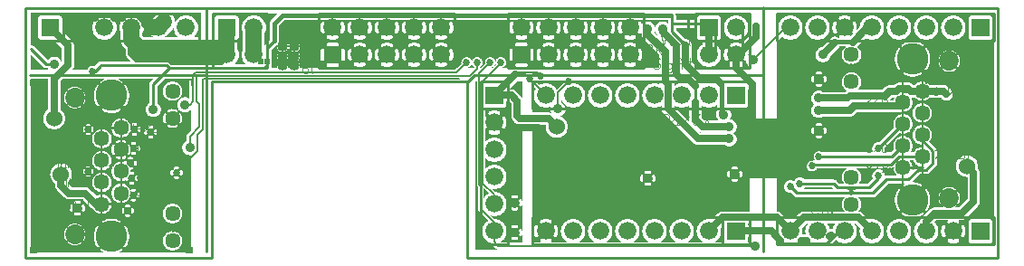
<source format=gbr>
G04 This is an RS-274x file exported by *
G04 gerbv version 2.7.0 *
G04 More information is available about gerbv at *
G04 http://gerbv.geda-project.org/ *
G04 --End of header info--*
%MOIN*%
%FSLAX36Y36*%
%IPPOS*%
G04 --Define apertures--*
%ADD10C,0.0100*%
%ADD11C,0.0060*%
%ADD12C,0.0030*%
%ADD13C,0.0040*%
%ADD14C,0.0050*%
%ADD15C,0.0038*%
%ADD16C,0.0001*%
%ADD17C,0.0250*%
%ADD18C,0.0150*%
%ADD19C,0.0600*%
%ADD20C,0.0669*%
%ADD21C,0.1102*%
%ADD22C,0.0512*%
%ADD23C,0.0360*%
%ADD24C,0.0270*%
%ADD25C,0.0350*%
%ADD26C,0.0200*%
%ADD27C,0.0130*%
%ADD28C,0.0945*%
%ADD29C,0.0354*%
%ADD30C,0.0380*%
%ADD31C,0.0729*%
%ADD32C,0.1162*%
%ADD33C,0.0572*%
%ADD34C,0.0660*%
%ADD35C,0.0400*%
%ADD36C,0.0510*%
%ADD37C,0.0940*%
G04 --Start main section--*
G54D10*
G01X0900000Y1000000D02*
G01X0900000Y0900000D01*
G01X0825000Y1070000D02*
G01X0825000Y0175000D01*
G01X0825000Y0825000D02*
G01X0175000Y0825000D01*
G54D11*
G01X0448580Y0356730D02*
G01X0432830Y0340980D01*
G01X0432830Y0356730D02*
G01X0448580Y0340980D01*
G54D10*
G01X2700000Y1000000D02*
G01X2700000Y0900000D01*
G01X2800000Y1000000D02*
G01X2800000Y0900000D01*
G01X2875000Y1075000D02*
G01X2875000Y0175000D01*
G01X2875000Y0825000D02*
G01X1810310Y0825000D01*
G01X2600000Y0984690D02*
G01X2600000Y1044690D01*
G01X1810310Y0825000D02*
G01X1785000Y0799690D01*
G54D11*
G01X3451420Y0758430D02*
G01X3467170Y0774170D01*
G01X3467170Y0758430D02*
G01X3451420Y0774170D01*
G54D10*
G01X0170000Y1070000D02*
G01X0825000Y1070000D01*
G54D12*
G01X3257740Y0835040D02*
G01X3257740Y0820040D01*
G01X3257740Y0827540D02*
G01X3287740Y0827540D01*
G01X3257740Y0859040D02*
G01X3257740Y0844040D01*
G01X3257740Y0844040D02*
G01X3272740Y0844040D01*
G01X3272740Y0844040D02*
G01X3268990Y0847790D01*
G01X3268990Y0855290D02*
G01X3268990Y0847790D01*
G01X3268990Y0855290D02*
G01X3272740Y0859040D01*
G01X3272740Y0859040D02*
G01X3283990Y0859040D01*
G01X3287740Y0855290D02*
G01X3283990Y0859040D01*
G01X3287740Y0855290D02*
G01X3287740Y0847790D01*
G01X3283990Y0844040D02*
G01X3287740Y0847790D01*
G01X3257740Y0879290D02*
G01X3261490Y0883040D01*
G01X3257740Y0879290D02*
G01X3257740Y0871790D01*
G01X3261490Y0868040D02*
G01X3257740Y0871790D01*
G01X3261490Y0868040D02*
G01X3283990Y0868040D01*
G01X3283990Y0868040D02*
G01X3287740Y0871790D01*
G01X3271240Y0879290D02*
G01X3274990Y0883040D01*
G01X3271240Y0879290D02*
G01X3271240Y0868040D01*
G01X3287740Y0879290D02*
G01X3287740Y0871790D01*
G01X3287740Y0879290D02*
G01X3283990Y0883040D01*
G01X3274990Y0883040D02*
G01X3283990Y0883040D01*
G01X3283990Y0892040D02*
G01X3287740Y0895790D01*
G01X3277990Y0892040D02*
G01X3283990Y0892040D01*
G01X3277990Y0892040D02*
G01X3272740Y0897290D01*
G01X3272740Y0901790D02*
G01X3272740Y0897290D01*
G01X3272740Y0901790D02*
G01X3277990Y0907040D01*
G01X3277990Y0907040D02*
G01X3283990Y0907040D01*
G01X3287740Y0903290D02*
G01X3283990Y0907040D01*
G01X3287740Y0903290D02*
G01X3287740Y0895790D01*
G01X3267490Y0892040D02*
G01X3272740Y0897290D01*
G01X3261490Y0892040D02*
G01X3267490Y0892040D01*
G01X3261490Y0892040D02*
G01X3257740Y0895790D01*
G01X3257740Y0903290D02*
G01X3257740Y0895790D01*
G01X3257740Y0903290D02*
G01X3261490Y0907040D01*
G01X3261490Y0907040D02*
G01X3267490Y0907040D01*
G01X3272740Y0901790D02*
G01X3267490Y0907040D01*
G01X3265240Y0916040D02*
G01X3287740Y0916040D01*
G01X3265240Y0916040D02*
G01X3257740Y0921290D01*
G01X3257740Y0929540D02*
G01X3257740Y0921290D01*
G01X3257740Y0929540D02*
G01X3265240Y0934790D01*
G01X3265240Y0934790D02*
G01X3287740Y0934790D01*
G01X3272740Y0934790D02*
G01X3272740Y0916040D01*
G01X3252800Y0746390D02*
G01X3256550Y0750140D01*
G01X3256550Y0750140D02*
G01X3267800Y0750140D01*
G01X3267800Y0750140D02*
G01X3271550Y0746390D01*
G01X3271550Y0746390D02*
G01X3271550Y0738890D01*
G01X3252800Y0720140D02*
G01X3271550Y0738890D01*
G01X3252800Y0720140D02*
G01X3271550Y0720140D01*
G01X3280550Y0723890D02*
G01X3303050Y0746390D01*
G01X3327050Y0750140D02*
G01X3330800Y0746390D01*
G01X3315800Y0750140D02*
G01X3327050Y0750140D01*
G01X3312050Y0746390D02*
G01X3315800Y0750140D01*
G01X3312050Y0746390D02*
G01X3312050Y0723890D01*
G01X3312050Y0723890D02*
G01X3315800Y0720140D01*
G01X3315800Y0720140D02*
G01X3327050Y0720140D01*
G01X3327050Y0720140D02*
G01X3330800Y0723890D01*
G01X3330800Y0731390D02*
G01X3330800Y0723890D01*
G01X3327050Y0735140D02*
G01X3330800Y0731390D01*
G01X3319550Y0735140D02*
G01X3327050Y0735140D01*
G01X3252800Y0654810D02*
G01X3267800Y0673560D01*
G01X3252800Y0654810D02*
G01X3271550Y0654810D01*
G01X3267800Y0673560D02*
G01X3267800Y0643560D01*
G01X3280550Y0647310D02*
G01X3303050Y0669810D01*
G01X3312050Y0643560D02*
G01X3327050Y0643560D01*
G01X3327050Y0643560D02*
G01X3330800Y0647310D01*
G01X3330800Y0656310D02*
G01X3330800Y0647310D01*
G01X3327050Y0660060D02*
G01X3330800Y0656310D01*
G01X3315800Y0660060D02*
G01X3327050Y0660060D01*
G01X3315800Y0673560D02*
G01X3315800Y0643560D01*
G01X3312050Y0673560D02*
G01X3327050Y0673560D01*
G01X3327050Y0673560D02*
G01X3330800Y0669810D01*
G01X3330800Y0669810D02*
G01X3330800Y0663810D01*
G01X3327050Y0660060D02*
G01X3330800Y0663810D01*
G01X3339800Y0673560D02*
G01X3339800Y0647310D01*
G01X3339800Y0647310D02*
G01X3343550Y0643560D01*
G01X3267980Y0571990D02*
G01X3271730Y0568240D01*
G01X3260480Y0571990D02*
G01X3267980Y0571990D01*
G01X3256730Y0568240D02*
G01X3260480Y0571990D01*
G01X3256730Y0568240D02*
G01X3256730Y0545740D01*
G01X3256730Y0545740D02*
G01X3260480Y0541990D01*
G01X3267980Y0558490D02*
G01X3271730Y0554740D01*
G01X3256730Y0558490D02*
G01X3267980Y0558490D01*
G01X3260480Y0541990D02*
G01X3267980Y0541990D01*
G01X3267980Y0541990D02*
G01X3271730Y0545740D01*
G01X3271730Y0554740D02*
G01X3271730Y0545740D01*
G01X3280730Y0545740D02*
G01X3303230Y0568240D01*
G01X3312230Y0568240D02*
G01X3312230Y0545740D01*
G01X3312230Y0568240D02*
G01X3315980Y0571990D01*
G01X3315980Y0571990D02*
G01X3323480Y0571990D01*
G01X3323480Y0571990D02*
G01X3327230Y0568240D01*
G01X3327230Y0568240D02*
G01X3327230Y0545740D01*
G01X3323480Y0541990D02*
G01X3327230Y0545740D01*
G01X3315980Y0541990D02*
G01X3323480Y0541990D01*
G01X3312230Y0545740D02*
G01X3315980Y0541990D01*
G01X3256730Y0473100D02*
G01X3260480Y0469350D01*
G01X3256730Y0479100D02*
G01X3256730Y0473100D01*
G01X3256730Y0479100D02*
G01X3261980Y0484350D01*
G01X3261980Y0484350D02*
G01X3266480Y0484350D01*
G01X3266480Y0484350D02*
G01X3271730Y0479100D01*
G01X3271730Y0479100D02*
G01X3271730Y0473100D01*
G01X3267980Y0469350D02*
G01X3271730Y0473100D01*
G01X3260480Y0469350D02*
G01X3267980Y0469350D01*
G01X3256730Y0489600D02*
G01X3261980Y0484350D01*
G01X3256730Y0495600D02*
G01X3256730Y0489600D01*
G01X3256730Y0495600D02*
G01X3260480Y0499350D01*
G01X3260480Y0499350D02*
G01X3267980Y0499350D01*
G01X3267980Y0499350D02*
G01X3271730Y0495600D01*
G01X3271730Y0495600D02*
G01X3271730Y0489600D01*
G01X3266480Y0484350D02*
G01X3271730Y0489600D01*
G01X3280730Y0473100D02*
G01X3303230Y0495600D01*
G01X3312230Y0469350D02*
G01X3327230Y0469350D01*
G01X3327230Y0469350D02*
G01X3330980Y0473100D01*
G01X3330980Y0482100D02*
G01X3330980Y0473100D01*
G01X3327230Y0485850D02*
G01X3330980Y0482100D01*
G01X3315980Y0485850D02*
G01X3327230Y0485850D01*
G01X3315980Y0499350D02*
G01X3315980Y0469350D01*
G01X3312230Y0499350D02*
G01X3327230Y0499350D01*
G01X3327230Y0499350D02*
G01X3330980Y0495600D01*
G01X3330980Y0495600D02*
G01X3330980Y0489600D01*
G01X3327230Y0485850D02*
G01X3330980Y0489600D01*
G01X3343730Y0480600D02*
G01X3343730Y0469350D01*
G01X3343730Y0480600D02*
G01X3347480Y0484350D01*
G01X3347480Y0484350D02*
G01X3354980Y0484350D01*
G01X3339980Y0484350D02*
G01X3343730Y0480600D01*
G01X3504570Y0774850D02*
G01X3510570Y0780850D01*
G01X3510570Y0780850D02*
G01X3510570Y0750850D01*
G01X3504570Y0750850D02*
G01X3515820Y0750850D01*
G01X3524820Y0754600D02*
G01X3547320Y0777100D01*
G01X3556320Y0780850D02*
G01X3556320Y0765850D01*
G01X3556320Y0765850D02*
G01X3560070Y0750850D01*
G01X3560070Y0750850D02*
G01X3567570Y0765850D01*
G01X3567570Y0765850D02*
G01X3575070Y0750850D01*
G01X3575070Y0750850D02*
G01X3578820Y0765850D01*
G01X3578820Y0780850D02*
G01X3578820Y0765850D01*
G01X3602820Y0780850D02*
G01X3606570Y0777100D01*
G01X3591570Y0780850D02*
G01X3602820Y0780850D01*
G01X3587820Y0777100D02*
G01X3591570Y0780850D01*
G01X3587820Y0777100D02*
G01X3587820Y0754600D01*
G01X3587820Y0754600D02*
G01X3591570Y0750850D01*
G01X3591570Y0750850D02*
G01X3602820Y0750850D01*
G01X3602820Y0750850D02*
G01X3606570Y0754600D01*
G01X3606570Y0762100D02*
G01X3606570Y0754600D01*
G01X3602820Y0765850D02*
G01X3606570Y0762100D01*
G01X3595320Y0765850D02*
G01X3602820Y0765850D01*
G01X3505160Y0697570D02*
G01X3508910Y0701320D01*
G01X3508910Y0701320D02*
G01X3516410Y0701320D01*
G01X3516410Y0701320D02*
G01X3520160Y0697570D01*
G01X3516410Y0671320D02*
G01X3520160Y0675070D01*
G01X3508910Y0671320D02*
G01X3516410Y0671320D01*
G01X3505160Y0675070D02*
G01X3508910Y0671320D01*
G01X3508910Y0687820D02*
G01X3516410Y0687820D01*
G01X3520160Y0697570D02*
G01X3520160Y0691570D01*
G01X3520160Y0684070D02*
G01X3520160Y0675070D01*
G01X3520160Y0684070D02*
G01X3516410Y0687820D01*
G01X3520160Y0691570D02*
G01X3516410Y0687820D01*
G01X3529160Y0675070D02*
G01X3551660Y0697570D01*
G01X3560660Y0701320D02*
G01X3560660Y0686320D01*
G01X3560660Y0686320D02*
G01X3564410Y0671320D01*
G01X3564410Y0671320D02*
G01X3571910Y0686320D01*
G01X3571910Y0686320D02*
G01X3579410Y0671320D01*
G01X3579410Y0671320D02*
G01X3583160Y0686320D01*
G01X3583160Y0701320D02*
G01X3583160Y0686320D01*
G01X3592160Y0697570D02*
G01X3592160Y0675070D01*
G01X3592160Y0697570D02*
G01X3595910Y0701320D01*
G01X3595910Y0701320D02*
G01X3603410Y0701320D01*
G01X3603410Y0701320D02*
G01X3607160Y0697570D01*
G01X3607160Y0697570D02*
G01X3607160Y0675070D01*
G01X3603410Y0671320D02*
G01X3607160Y0675070D01*
G01X3595910Y0671320D02*
G01X3603410Y0671320D01*
G01X3592160Y0675070D02*
G01X3595910Y0671320D01*
G01X3505160Y0628680D02*
G01X3520160Y0628680D01*
G01X3505160Y0628680D02*
G01X3505160Y0613680D01*
G01X3505160Y0613680D02*
G01X3508910Y0617430D01*
G01X3508910Y0617430D02*
G01X3516410Y0617430D01*
G01X3516410Y0617430D02*
G01X3520160Y0613680D01*
G01X3520160Y0613680D02*
G01X3520160Y0602430D01*
G01X3516410Y0598680D02*
G01X3520160Y0602430D01*
G01X3508910Y0598680D02*
G01X3516410Y0598680D01*
G01X3505160Y0602430D02*
G01X3508910Y0598680D01*
G01X3529160Y0602430D02*
G01X3551660Y0624930D01*
G01X3560660Y0628680D02*
G01X3560660Y0613680D01*
G01X3560660Y0613680D02*
G01X3564410Y0598680D01*
G01X3564410Y0598680D02*
G01X3571910Y0613680D01*
G01X3571910Y0613680D02*
G01X3579410Y0598680D01*
G01X3579410Y0598680D02*
G01X3583160Y0613680D01*
G01X3583160Y0628680D02*
G01X3583160Y0613680D01*
G01X3592160Y0598680D02*
G01X3607160Y0598680D01*
G01X3607160Y0598680D02*
G01X3610910Y0602430D01*
G01X3610910Y0611430D02*
G01X3610910Y0602430D01*
G01X3607160Y0615180D02*
G01X3610910Y0611430D01*
G01X3595910Y0615180D02*
G01X3607160Y0615180D01*
G01X3595910Y0628680D02*
G01X3595910Y0598680D01*
G01X3592160Y0628680D02*
G01X3607160Y0628680D01*
G01X3607160Y0628680D02*
G01X3610910Y0624930D01*
G01X3610910Y0624930D02*
G01X3610910Y0618930D01*
G01X3607160Y0615180D02*
G01X3610910Y0618930D01*
G01X3619910Y0628680D02*
G01X3619910Y0602430D01*
G01X3619910Y0602430D02*
G01X3623660Y0598680D01*
G01X3508910Y0518170D02*
G01X3523910Y0548170D01*
G01X3505160Y0548170D02*
G01X3523910Y0548170D01*
G01X3532910Y0521920D02*
G01X3555410Y0544420D01*
G01X3564410Y0548170D02*
G01X3564410Y0533170D01*
G01X3564410Y0533170D02*
G01X3568160Y0518170D01*
G01X3568160Y0518170D02*
G01X3575660Y0533170D01*
G01X3575660Y0533170D02*
G01X3583160Y0518170D01*
G01X3583160Y0518170D02*
G01X3586910Y0533170D01*
G01X3586910Y0548170D02*
G01X3586910Y0533170D01*
G01X3595910Y0518170D02*
G01X3610910Y0518170D01*
G01X3610910Y0518170D02*
G01X3614660Y0521920D01*
G01X3614660Y0530920D02*
G01X3614660Y0521920D01*
G01X3610910Y0534670D02*
G01X3614660Y0530920D01*
G01X3599660Y0534670D02*
G01X3610910Y0534670D01*
G01X3599660Y0548170D02*
G01X3599660Y0518170D01*
G01X3595910Y0548170D02*
G01X3610910Y0548170D01*
G01X3610910Y0548170D02*
G01X3614660Y0544420D01*
G01X3614660Y0544420D02*
G01X3614660Y0538420D01*
G01X3610910Y0534670D02*
G01X3614660Y0538420D01*
G01X3627410Y0529420D02*
G01X3627410Y0518170D01*
G01X3627410Y0529420D02*
G01X3631160Y0533170D01*
G01X3631160Y0533170D02*
G01X3638660Y0533170D01*
G01X3623660Y0533170D02*
G01X3627410Y0529420D01*
G54D13*
G01X2500000Y0974690D02*
G01X2510000Y0934690D01*
G01X2510000Y0934690D02*
G01X2520000Y0974690D01*
G01X2537000Y0934690D02*
G01X2552000Y0934690D01*
G01X2532000Y0939690D02*
G01X2537000Y0934690D01*
G01X2532000Y0949690D02*
G01X2532000Y0939690D01*
G01X2532000Y0949690D02*
G01X2537000Y0954690D01*
G01X2537000Y0954690D02*
G01X2547000Y0954690D01*
G01X2547000Y0954690D02*
G01X2552000Y0949690D01*
G01X2532000Y0944690D02*
G01X2552000Y0944690D01*
G01X2552000Y0949690D02*
G01X2552000Y0944690D01*
G01X2564000Y0954690D02*
G01X2584000Y0934690D01*
G01X2564000Y0934690D02*
G01X2584000Y0954690D01*
G01X2601000Y0974690D02*
G01X2601000Y0939690D01*
G01X2601000Y0939690D02*
G01X2606000Y0934690D01*
G01X2596000Y0959690D02*
G01X2606000Y0959690D01*
G01X2445000Y0934690D02*
G01X2445000Y0904690D01*
G01X2445000Y0934690D02*
G01X2450000Y0939690D01*
G01X2450000Y0939690D02*
G01X2460000Y0939690D01*
G01X2460000Y0939690D02*
G01X2465000Y0934690D01*
G01X2465000Y0934690D02*
G01X2465000Y0904690D01*
G01X2460000Y0899690D02*
G01X2465000Y0904690D01*
G01X2450000Y0899690D02*
G01X2460000Y0899690D01*
G01X2445000Y0904690D02*
G01X2450000Y0899690D01*
G01X2477000Y0939690D02*
G01X2497000Y0939690D01*
G01X2497000Y0939690D02*
G01X2502000Y0934690D01*
G01X2502000Y0934690D02*
G01X2502000Y0924690D01*
G01X2497000Y0919690D02*
G01X2502000Y0924690D01*
G01X2482000Y0919690D02*
G01X2497000Y0919690D01*
G01X2482000Y0939690D02*
G01X2482000Y0899690D01*
G01X2490000Y0919690D02*
G01X2502000Y0899690D01*
G01X2490000Y0889690D02*
G01X2495000Y0884690D01*
G01X2475000Y0889690D02*
G01X2490000Y0889690D01*
G01X2470000Y0884690D02*
G01X2475000Y0889690D01*
G01X2470000Y0884690D02*
G01X2470000Y0874690D01*
G01X2470000Y0874690D02*
G01X2475000Y0869690D01*
G01X2475000Y0869690D02*
G01X2490000Y0869690D01*
G01X2490000Y0869690D02*
G01X2495000Y0864690D01*
G01X2495000Y0864690D02*
G01X2495000Y0854690D01*
G01X2490000Y0849690D02*
G01X2495000Y0854690D01*
G01X2475000Y0849690D02*
G01X2490000Y0849690D01*
G01X2470000Y0854690D02*
G01X2475000Y0849690D01*
G54D14*
G01X2507000Y0879690D02*
G01X2507000Y0878690D01*
G54D13*
G01X2507000Y0864690D02*
G01X2507000Y0849690D01*
G01X2532000Y0869690D02*
G01X2537000Y0864690D01*
G01X2522000Y0869690D02*
G01X2532000Y0869690D01*
G01X2517000Y0864690D02*
G01X2522000Y0869690D01*
G01X2517000Y0864690D02*
G01X2517000Y0854690D01*
G01X2517000Y0854690D02*
G01X2522000Y0849690D01*
G01X2522000Y0849690D02*
G01X2532000Y0849690D01*
G01X2532000Y0849690D02*
G01X2537000Y0854690D01*
G01X2517000Y0839690D02*
G01X2522000Y0834690D01*
G01X2522000Y0834690D02*
G01X2532000Y0834690D01*
G01X2532000Y0834690D02*
G01X2537000Y0839690D01*
G01X2537000Y0869690D02*
G01X2537000Y0839690D01*
G01X2549000Y0879690D02*
G01X2549000Y0849690D01*
G01X2549000Y0879690D02*
G01X2556000Y0889690D01*
G01X2556000Y0889690D02*
G01X2567000Y0889690D01*
G01X2567000Y0889690D02*
G01X2574000Y0879690D01*
G01X2574000Y0879690D02*
G01X2574000Y0849690D01*
G01X2549000Y0869690D02*
G01X2574000Y0869690D01*
G01X2586000Y0889690D02*
G01X2586000Y0854690D01*
G01X2586000Y0854690D02*
G01X2591000Y0849690D01*
G01X2606000Y0889690D02*
G01X2606000Y0854690D01*
G01X2606000Y0854690D02*
G01X2611000Y0849690D01*
G01X2601000Y0874690D02*
G01X2611000Y0874690D01*
G54D12*
G01X0395430Y0340310D02*
G01X0389430Y0334310D01*
G01X0389430Y0364310D02*
G01X0389430Y0334310D01*
G01X0384180Y0364310D02*
G01X0395430Y0364310D01*
G01X0375180Y0360560D02*
G01X0352680Y0338060D01*
G01X0343680Y0349310D02*
G01X0343680Y0334310D01*
G01X0343680Y0349310D02*
G01X0339930Y0364310D01*
G01X0339930Y0364310D02*
G01X0332430Y0349310D01*
G01X0332430Y0349310D02*
G01X0324930Y0364310D01*
G01X0324930Y0364310D02*
G01X0321180Y0349310D01*
G01X0321180Y0349310D02*
G01X0321180Y0334310D01*
G01X0297180Y0334310D02*
G01X0293430Y0338060D01*
G01X0297180Y0334310D02*
G01X0308430Y0334310D01*
G01X0312180Y0338060D02*
G01X0308430Y0334310D01*
G01X0312180Y0360560D02*
G01X0312180Y0338060D01*
G01X0312180Y0360560D02*
G01X0308430Y0364310D01*
G01X0297180Y0364310D02*
G01X0308430Y0364310D01*
G01X0297180Y0364310D02*
G01X0293430Y0360560D01*
G01X0293430Y0360560D02*
G01X0293430Y0353060D01*
G01X0297180Y0349310D02*
G01X0293430Y0353060D01*
G01X0297180Y0349310D02*
G01X0304680Y0349310D01*
G01X0394840Y0417590D02*
G01X0391090Y0413840D01*
G01X0383590Y0413840D02*
G01X0391090Y0413840D01*
G01X0383590Y0413840D02*
G01X0379840Y0417590D01*
G01X0383590Y0443840D02*
G01X0379840Y0440090D01*
G01X0383590Y0443840D02*
G01X0391090Y0443840D01*
G01X0394840Y0440090D02*
G01X0391090Y0443840D01*
G01X0383590Y0427340D02*
G01X0391090Y0427340D01*
G01X0379840Y0423590D02*
G01X0379840Y0417590D01*
G01X0379840Y0440090D02*
G01X0379840Y0431090D01*
G01X0379840Y0431090D02*
G01X0383590Y0427340D01*
G01X0379840Y0423590D02*
G01X0383590Y0427340D01*
G01X0370840Y0440090D02*
G01X0348340Y0417590D01*
G01X0339340Y0428840D02*
G01X0339340Y0413840D01*
G01X0339340Y0428840D02*
G01X0335590Y0443840D01*
G01X0335590Y0443840D02*
G01X0328090Y0428840D01*
G01X0328090Y0428840D02*
G01X0320590Y0443840D01*
G01X0320590Y0443840D02*
G01X0316840Y0428840D01*
G01X0316840Y0428840D02*
G01X0316840Y0413840D01*
G01X0307840Y0440090D02*
G01X0307840Y0417590D01*
G01X0307840Y0417590D02*
G01X0304090Y0413840D01*
G01X0296590Y0413840D02*
G01X0304090Y0413840D01*
G01X0296590Y0413840D02*
G01X0292840Y0417590D01*
G01X0292840Y0440090D02*
G01X0292840Y0417590D01*
G01X0296590Y0443840D02*
G01X0292840Y0440090D01*
G01X0296590Y0443840D02*
G01X0304090Y0443840D01*
G01X0307840Y0440090D02*
G01X0304090Y0443840D01*
G01X0379840Y0486480D02*
G01X0394840Y0486480D01*
G01X0394840Y0501480D02*
G01X0394840Y0486480D01*
G01X0394840Y0501480D02*
G01X0391090Y0497730D01*
G01X0383590Y0497730D02*
G01X0391090Y0497730D01*
G01X0383590Y0497730D02*
G01X0379840Y0501480D01*
G01X0379840Y0512730D02*
G01X0379840Y0501480D01*
G01X0383590Y0516480D02*
G01X0379840Y0512730D01*
G01X0383590Y0516480D02*
G01X0391090Y0516480D01*
G01X0394840Y0512730D02*
G01X0391090Y0516480D01*
G01X0370840Y0512730D02*
G01X0348340Y0490230D01*
G01X0339340Y0501480D02*
G01X0339340Y0486480D01*
G01X0339340Y0501480D02*
G01X0335590Y0516480D01*
G01X0335590Y0516480D02*
G01X0328090Y0501480D01*
G01X0328090Y0501480D02*
G01X0320590Y0516480D01*
G01X0320590Y0516480D02*
G01X0316840Y0501480D01*
G01X0316840Y0501480D02*
G01X0316840Y0486480D01*
G01X0292840Y0516480D02*
G01X0307840Y0516480D01*
G01X0292840Y0516480D02*
G01X0289090Y0512730D01*
G01X0289090Y0512730D02*
G01X0289090Y0503730D01*
G01X0292840Y0499980D02*
G01X0289090Y0503730D01*
G01X0292840Y0499980D02*
G01X0304090Y0499980D01*
G01X0304090Y0516480D02*
G01X0304090Y0486480D01*
G01X0292840Y0486480D02*
G01X0307840Y0486480D01*
G01X0292840Y0486480D02*
G01X0289090Y0490230D01*
G01X0289090Y0496230D02*
G01X0289090Y0490230D01*
G01X0292840Y0499980D02*
G01X0289090Y0496230D01*
G01X0280090Y0512730D02*
G01X0280090Y0486480D01*
G01X0280090Y0512730D02*
G01X0276340Y0516480D01*
G01X0642260Y0295120D02*
G01X0642260Y0280120D01*
G01X0612260Y0287620D02*
G01X0642260Y0287620D01*
G01X0642260Y0271120D02*
G01X0642260Y0256120D01*
G01X0627260Y0271120D02*
G01X0642260Y0271120D01*
G01X0627260Y0271120D02*
G01X0631010Y0267370D01*
G01X0631010Y0267370D02*
G01X0631010Y0259870D01*
G01X0631010Y0259870D02*
G01X0627260Y0256120D01*
G01X0616010Y0256120D02*
G01X0627260Y0256120D01*
G01X0612260Y0259870D02*
G01X0616010Y0256120D01*
G01X0612260Y0267370D02*
G01X0612260Y0259870D01*
G01X0616010Y0271120D02*
G01X0612260Y0267370D01*
G01X0642260Y0235870D02*
G01X0638510Y0232120D01*
G01X0642260Y0243370D02*
G01X0642260Y0235870D01*
G01X0638510Y0247120D02*
G01X0642260Y0243370D01*
G01X0616010Y0247120D02*
G01X0638510Y0247120D01*
G01X0616010Y0247120D02*
G01X0612260Y0243370D01*
G01X0628760Y0235870D02*
G01X0625010Y0232120D01*
G01X0628760Y0247120D02*
G01X0628760Y0235870D01*
G01X0612260Y0243370D02*
G01X0612260Y0235870D01*
G01X0612260Y0235870D02*
G01X0616010Y0232120D01*
G01X0616010Y0232120D02*
G01X0625010Y0232120D01*
G01X0616010Y0223120D02*
G01X0612260Y0219370D01*
G01X0616010Y0223120D02*
G01X0622010Y0223120D01*
G01X0622010Y0223120D02*
G01X0627260Y0217870D01*
G01X0627260Y0217870D02*
G01X0627260Y0213370D01*
G01X0627260Y0213370D02*
G01X0622010Y0208120D01*
G01X0616010Y0208120D02*
G01X0622010Y0208120D01*
G01X0612260Y0211870D02*
G01X0616010Y0208120D01*
G01X0612260Y0219370D02*
G01X0612260Y0211870D01*
G01X0632510Y0223120D02*
G01X0627260Y0217870D01*
G01X0632510Y0223120D02*
G01X0638510Y0223120D01*
G01X0638510Y0223120D02*
G01X0642260Y0219370D01*
G01X0642260Y0219370D02*
G01X0642260Y0211870D01*
G01X0642260Y0211870D02*
G01X0638510Y0208120D01*
G01X0632510Y0208120D02*
G01X0638510Y0208120D01*
G01X0627260Y0213370D02*
G01X0632510Y0208120D01*
G01X0612260Y0199120D02*
G01X0634760Y0199120D01*
G01X0634760Y0199120D02*
G01X0642260Y0193870D01*
G01X0642260Y0193870D02*
G01X0642260Y0185620D01*
G01X0642260Y0185620D02*
G01X0634760Y0180370D01*
G01X0612260Y0180370D02*
G01X0634760Y0180370D01*
G01X0627260Y0199120D02*
G01X0627260Y0180370D01*
G01X0647200Y0368770D02*
G01X0643450Y0365020D01*
G01X0632200Y0365020D02*
G01X0643450Y0365020D01*
G01X0632200Y0365020D02*
G01X0628450Y0368770D01*
G01X0628450Y0376270D02*
G01X0628450Y0368770D01*
G01X0647200Y0395020D02*
G01X0628450Y0376270D01*
G01X0628450Y0395020D02*
G01X0647200Y0395020D01*
G01X0619450Y0391270D02*
G01X0596950Y0368770D01*
G01X0572950Y0365020D02*
G01X0569200Y0368770D01*
G01X0572950Y0365020D02*
G01X0584200Y0365020D01*
G01X0587950Y0368770D02*
G01X0584200Y0365020D01*
G01X0587950Y0391270D02*
G01X0587950Y0368770D01*
G01X0587950Y0391270D02*
G01X0584200Y0395020D01*
G01X0572950Y0395020D02*
G01X0584200Y0395020D01*
G01X0572950Y0395020D02*
G01X0569200Y0391270D01*
G01X0569200Y0391270D02*
G01X0569200Y0383770D01*
G01X0572950Y0380020D02*
G01X0569200Y0383770D01*
G01X0572950Y0380020D02*
G01X0580450Y0380020D01*
G01X0647200Y0460340D02*
G01X0632200Y0441590D01*
G01X0628450Y0460340D02*
G01X0647200Y0460340D01*
G01X0632200Y0471590D02*
G01X0632200Y0441590D01*
G01X0619450Y0467840D02*
G01X0596950Y0445340D01*
G01X0572950Y0471590D02*
G01X0587950Y0471590D01*
G01X0572950Y0471590D02*
G01X0569200Y0467840D01*
G01X0569200Y0467840D02*
G01X0569200Y0458840D01*
G01X0572950Y0455090D02*
G01X0569200Y0458840D01*
G01X0572950Y0455090D02*
G01X0584200Y0455090D01*
G01X0584200Y0471590D02*
G01X0584200Y0441590D01*
G01X0572950Y0441590D02*
G01X0587950Y0441590D01*
G01X0572950Y0441590D02*
G01X0569200Y0445340D01*
G01X0569200Y0451340D02*
G01X0569200Y0445340D01*
G01X0572950Y0455090D02*
G01X0569200Y0451340D01*
G01X0560200Y0467840D02*
G01X0560200Y0441590D01*
G01X0560200Y0467840D02*
G01X0556450Y0471590D01*
G01X0632020Y0543170D02*
G01X0628270Y0546920D01*
G01X0632020Y0543170D02*
G01X0639520Y0543170D01*
G01X0643270Y0546920D02*
G01X0639520Y0543170D01*
G01X0643270Y0569420D02*
G01X0643270Y0546920D01*
G01X0643270Y0569420D02*
G01X0639520Y0573170D01*
G01X0632020Y0556670D02*
G01X0628270Y0560420D01*
G01X0632020Y0556670D02*
G01X0643270Y0556670D01*
G01X0632020Y0573170D02*
G01X0639520Y0573170D01*
G01X0632020Y0573170D02*
G01X0628270Y0569420D01*
G01X0628270Y0569420D02*
G01X0628270Y0560420D01*
G01X0619270Y0569420D02*
G01X0596770Y0546920D01*
G01X0587770Y0569420D02*
G01X0587770Y0546920D01*
G01X0587770Y0546920D02*
G01X0584020Y0543170D01*
G01X0576520Y0543170D02*
G01X0584020Y0543170D01*
G01X0576520Y0543170D02*
G01X0572770Y0546920D01*
G01X0572770Y0569420D02*
G01X0572770Y0546920D01*
G01X0576520Y0573170D02*
G01X0572770Y0569420D01*
G01X0576520Y0573170D02*
G01X0584020Y0573170D01*
G01X0587770Y0569420D02*
G01X0584020Y0573170D01*
G01X0391090Y0596990D02*
G01X0376090Y0566990D01*
G01X0376090Y0566990D02*
G01X0394840Y0566990D01*
G01X0367090Y0593240D02*
G01X0344590Y0570740D01*
G01X0335590Y0581990D02*
G01X0335590Y0566990D01*
G01X0335590Y0581990D02*
G01X0331840Y0596990D01*
G01X0331840Y0596990D02*
G01X0324340Y0581990D01*
G01X0324340Y0581990D02*
G01X0316840Y0596990D01*
G01X0316840Y0596990D02*
G01X0313090Y0581990D01*
G01X0313090Y0581990D02*
G01X0313090Y0566990D01*
G01X0289090Y0596990D02*
G01X0304090Y0596990D01*
G01X0289090Y0596990D02*
G01X0285340Y0593240D01*
G01X0285340Y0593240D02*
G01X0285340Y0584240D01*
G01X0289090Y0580490D02*
G01X0285340Y0584240D01*
G01X0289090Y0580490D02*
G01X0300340Y0580490D01*
G01X0300340Y0596990D02*
G01X0300340Y0566990D01*
G01X0289090Y0566990D02*
G01X0304090Y0566990D01*
G01X0289090Y0566990D02*
G01X0285340Y0570740D01*
G01X0285340Y0576740D02*
G01X0285340Y0570740D01*
G01X0289090Y0580490D02*
G01X0285340Y0576740D01*
G01X0272590Y0596990D02*
G01X0272590Y0585740D01*
G01X0272590Y0585740D02*
G01X0268840Y0581990D01*
G01X0261340Y0581990D02*
G01X0268840Y0581990D01*
G01X0276340Y0581990D02*
G01X0272590Y0585740D01*
G01X0643270Y0642060D02*
G01X0639520Y0645810D01*
G01X0643270Y0642060D02*
G01X0643270Y0636060D01*
G01X0643270Y0636060D02*
G01X0638020Y0630810D01*
G01X0633520Y0630810D02*
G01X0638020Y0630810D01*
G01X0633520Y0630810D02*
G01X0628270Y0636060D01*
G01X0628270Y0642060D02*
G01X0628270Y0636060D01*
G01X0632020Y0645810D02*
G01X0628270Y0642060D01*
G01X0632020Y0645810D02*
G01X0639520Y0645810D01*
G01X0643270Y0625560D02*
G01X0638020Y0630810D01*
G01X0643270Y0625560D02*
G01X0643270Y0619560D01*
G01X0643270Y0619560D02*
G01X0639520Y0615810D01*
G01X0632020Y0615810D02*
G01X0639520Y0615810D01*
G01X0632020Y0615810D02*
G01X0628270Y0619560D01*
G01X0628270Y0625560D02*
G01X0628270Y0619560D01*
G01X0633520Y0630810D02*
G01X0628270Y0625560D01*
G01X0619270Y0642060D02*
G01X0596770Y0619560D01*
G01X0572770Y0645810D02*
G01X0587770Y0645810D01*
G01X0572770Y0645810D02*
G01X0569020Y0642060D01*
G01X0569020Y0642060D02*
G01X0569020Y0633060D01*
G01X0572770Y0629310D02*
G01X0569020Y0633060D01*
G01X0572770Y0629310D02*
G01X0584020Y0629310D01*
G01X0584020Y0645810D02*
G01X0584020Y0615810D01*
G01X0572770Y0615810D02*
G01X0587770Y0615810D01*
G01X0572770Y0615810D02*
G01X0569020Y0619560D01*
G01X0569020Y0625560D02*
G01X0569020Y0619560D01*
G01X0572770Y0629310D02*
G01X0569020Y0625560D01*
G01X0556270Y0645810D02*
G01X0556270Y0634560D01*
G01X0556270Y0634560D02*
G01X0552520Y0630810D01*
G01X0545020Y0630810D02*
G01X0552520Y0630810D01*
G01X0560020Y0630810D02*
G01X0556270Y0634560D01*
G54D15*
G01X1194400Y0870400D02*
G01X1199200Y0865600D01*
G01X1184800Y0870400D02*
G01X1194400Y0870400D01*
G01X1180000Y0865600D02*
G01X1184800Y0870400D01*
G01X1180000Y0865600D02*
G01X1180000Y0836800D01*
G01X1180000Y0836800D02*
G01X1184800Y0832000D01*
G01X1194400Y0853120D02*
G01X1199200Y0848320D01*
G01X1180000Y0853120D02*
G01X1194400Y0853120D01*
G01X1184800Y0832000D02*
G01X1194400Y0832000D01*
G01X1194400Y0832000D02*
G01X1199200Y0836800D01*
G01X1199200Y0848320D02*
G01X1199200Y0836800D01*
G01X1210720Y0870400D02*
G01X1210720Y0836800D01*
G01X1210720Y0836800D02*
G01X1215520Y0832000D01*
G01X1175000Y0901050D02*
G01X1194400Y0925300D01*
G01X1175000Y0901050D02*
G01X1199250Y0901050D01*
G01X1194400Y0925300D02*
G01X1194400Y0886500D01*
G01X1210890Y0925300D02*
G01X1210890Y0891350D01*
G01X1210890Y0891350D02*
G01X1215740Y0886500D01*
G01X1180000Y0975600D02*
G01X1184800Y0980400D01*
G01X1184800Y0980400D02*
G01X1199200Y0980400D01*
G01X1199200Y0980400D02*
G01X1204000Y0975600D01*
G01X1204000Y0975600D02*
G01X1204000Y0966000D01*
G01X1180000Y0942000D02*
G01X1204000Y0966000D01*
G01X1180000Y0942000D02*
G01X1204000Y0942000D01*
G01X1215520Y0980400D02*
G01X1215520Y0946800D01*
G01X1215520Y0946800D02*
G01X1220320Y0942000D01*
G54D11*
G01X3200200Y0392720D02*
G01X3200200Y0384840D01*
G01X3200200Y0414370D02*
G01X3200200Y0406500D01*
G01X3188390Y0406500D02*
G01X3212010Y0406500D01*
G01X3190350Y0392720D02*
G01X3210040Y0392720D01*
G01X3200200Y0402560D02*
G01X3210040Y0392720D01*
G01X3190350Y0392720D02*
G01X3200200Y0402560D01*
G01X3189610Y0845670D02*
G01X3199450Y0855510D01*
G01X3199450Y0855510D02*
G01X3209290Y0845670D01*
G01X3189610Y0845670D02*
G01X3209290Y0845670D01*
G01X3187640Y0859450D02*
G01X3211260Y0859450D01*
G01X3199450Y0867320D02*
G01X3199450Y0859450D01*
G01X3199450Y0845670D02*
G01X3199450Y0837800D01*
G54D10*
G01X3389570Y0764760D02*
G01X3460430Y0764760D01*
G01X3389570Y0485240D02*
G01X3460430Y0485240D01*
G54D11*
G01X3460430Y0839570D02*
G01X3460430Y0408460D01*
G01X3389570Y0839570D02*
G01X3389570Y0408460D01*
G01X3425000Y0632870D02*
G01X3425000Y0617130D01*
G01X3417130Y0625000D02*
G01X3432870Y0625000D01*
G01X3700590Y0306100D02*
G01X3720280Y0306100D01*
G01X3720280Y0325790D02*
G01X3720280Y0306100D01*
G01X3700590Y0943900D02*
G01X3720280Y0943900D01*
G01X3720280Y0943900D02*
G01X3720280Y0924210D01*
G01X3129720Y0306100D02*
G01X3149410Y0306100D01*
G01X3129720Y0325790D02*
G01X3129720Y0306100D01*
G01X3129720Y0943900D02*
G01X3149410Y0943900D01*
G01X3129720Y0943900D02*
G01X3129720Y0924210D01*
G01X3476180Y0796260D02*
G01X3486020Y0806100D01*
G01X3486020Y0796260D02*
G01X3476180Y0806100D01*
G54D10*
G01X2025000Y0800000D02*
G01X2825000Y0800000D01*
G01X2025000Y0800000D02*
G01X2025000Y0700000D01*
G01X2025000Y0700000D02*
G01X2825000Y0700000D01*
G01X2825000Y0800000D02*
G01X2825000Y0700000D01*
G01X2725000Y0800000D02*
G01X2725000Y0700000D01*
G01X2725000Y0700000D02*
G01X2825000Y0700000D01*
G01X1935000Y0850000D02*
G01X2435000Y0850000D01*
G01X2435000Y1050000D02*
G01X2435000Y0850000D01*
G01X1935000Y1050000D02*
G01X2435000Y1050000D01*
G01X1935000Y1050000D02*
G01X1935000Y0850000D01*
G01X2035000Y0950000D02*
G01X2035000Y0850000D01*
G01X1935000Y0950000D02*
G01X2035000Y0950000D01*
G01X2625000Y1050000D02*
G01X2625000Y0850000D01*
G01X2625000Y0850000D02*
G01X2825000Y0850000D01*
G01X2825000Y0850000D02*
G01X2825000Y1050000D01*
G01X2825000Y1050000D02*
G01X2625000Y1050000D01*
G01X2625000Y0950000D02*
G01X2725000Y0950000D01*
G01X2725000Y0950000D02*
G01X2725000Y1050000D01*
G01X2025000Y0300000D02*
G01X2825000Y0300000D01*
G01X2025000Y0300000D02*
G01X2025000Y0200000D01*
G01X2025000Y0200000D02*
G01X2825000Y0200000D01*
G01X2825000Y0300000D02*
G01X2825000Y0200000D01*
G01X2725000Y0300000D02*
G01X2725000Y0200000D01*
G01X2725000Y0200000D02*
G01X2825000Y0200000D01*
G01X2925000Y0300000D02*
G01X3725000Y0300000D01*
G01X2925000Y0300000D02*
G01X2925000Y0200000D01*
G01X2925000Y0200000D02*
G01X3725000Y0200000D01*
G01X3725000Y0300000D02*
G01X3725000Y0200000D01*
G01X3625000Y0300000D02*
G01X3625000Y0200000D01*
G01X3625000Y0200000D02*
G01X3725000Y0200000D01*
G01X2925000Y1050000D02*
G01X3725000Y1050000D01*
G01X2925000Y1050000D02*
G01X2925000Y0950000D01*
G01X2925000Y0950000D02*
G01X3725000Y0950000D01*
G01X3725000Y1050000D02*
G01X3725000Y0950000D01*
G01X3625000Y1050000D02*
G01X3625000Y0950000D01*
G01X3625000Y0950000D02*
G01X3725000Y0950000D01*
G01X1835000Y0800000D02*
G01X1835000Y0200000D01*
G01X1835000Y0200000D02*
G01X1935000Y0200000D01*
G01X1935000Y0200000D02*
G01X1935000Y0800000D01*
G01X1935000Y0800000D02*
G01X1835000Y0800000D01*
G01X1835000Y0700000D02*
G01X1935000Y0700000D01*
G01X1935000Y0700000D02*
G01X1935000Y0800000D01*
G01X1240000Y0850000D02*
G01X1740000Y0850000D01*
G01X1740000Y1050000D02*
G01X1740000Y0850000D01*
G01X1240000Y1050000D02*
G01X1740000Y1050000D01*
G01X1240000Y1050000D02*
G01X1240000Y0850000D01*
G01X1340000Y0950000D02*
G01X1340000Y0850000D01*
G01X1240000Y0950000D02*
G01X1340000Y0950000D01*
G54D11*
G01X0700240Y0730390D02*
G01X0700240Y0722520D01*
G01X0700240Y0708740D02*
G01X0700240Y0700870D01*
G01X0688430Y0708740D02*
G01X0712050Y0708740D01*
G01X0690390Y0722520D02*
G01X0710080Y0722520D01*
G01X0700240Y0712680D02*
G01X0690390Y0722520D01*
G01X0710080Y0722520D02*
G01X0700240Y0712680D01*
G01X0710830Y0269570D02*
G01X0700980Y0259720D01*
G01X0700980Y0259720D02*
G01X0691140Y0269570D01*
G01X0691140Y0269570D02*
G01X0710830Y0269570D01*
G01X0689170Y0255790D02*
G01X0712800Y0255790D01*
G01X0700980Y0255790D02*
G01X0700980Y0247910D01*
G01X0700980Y0277440D02*
G01X0700980Y0269570D01*
G54D10*
G01X0440000Y0350470D02*
G01X0510870Y0350470D01*
G01X0440000Y0630000D02*
G01X0510870Y0630000D01*
G54D11*
G01X0440000Y0706770D02*
G01X0440000Y0275670D01*
G01X0510870Y0706770D02*
G01X0510870Y0275670D01*
G01X0475430Y0498110D02*
G01X0475430Y0482360D01*
G01X0467560Y0490240D02*
G01X0483310Y0490240D01*
G01X0180160Y0809130D02*
G01X0199840Y0809130D01*
G01X0180160Y0809130D02*
G01X0180160Y0789450D01*
G01X0180160Y0171340D02*
G01X0199840Y0171340D01*
G01X0180160Y0191020D02*
G01X0180160Y0171340D01*
G01X0751020Y0809130D02*
G01X0770710Y0809130D01*
G01X0770710Y0809130D02*
G01X0770710Y0789450D01*
G01X0751020Y0171340D02*
G01X0770710Y0171340D01*
G01X0770710Y0191020D02*
G01X0770710Y0171340D01*
G01X0424250Y0318980D02*
G01X0414410Y0309130D01*
G01X0414410Y0318980D02*
G01X0424250Y0309130D01*
G54D10*
G01X0200000Y0950000D02*
G01X0800000Y0950000D01*
G01X0800000Y1050000D02*
G01X0800000Y0950000D01*
G01X0200000Y1050000D02*
G01X0800000Y1050000D01*
G01X0200000Y1050000D02*
G01X0200000Y0950000D01*
G01X0300000Y1050000D02*
G01X0300000Y0950000D01*
G01X0200000Y1050000D02*
G01X0300000Y1050000D01*
G01X0850000Y1050000D02*
G01X0850000Y0850000D01*
G01X0850000Y0850000D02*
G01X1050000Y0850000D01*
G01X1050000Y0850000D02*
G01X1050000Y1050000D01*
G01X1050000Y1050000D02*
G01X0850000Y1050000D01*
G01X0850000Y0950000D02*
G01X0950000Y0950000D01*
G01X0950000Y0950000D02*
G01X0950000Y1050000D01*
G54D13*
G01X2980000Y0515000D02*
G01X2940000Y0540000D01*
G01X2940000Y0515000D02*
G01X2980000Y0540000D01*
G01X2945000Y0552000D02*
G01X2940000Y0557000D01*
G01X2940000Y0572000D02*
G01X2940000Y0557000D01*
G01X2940000Y0572000D02*
G01X2945000Y0577000D01*
G01X2945000Y0577000D02*
G01X2955000Y0577000D01*
G01X2980000Y0552000D02*
G01X2955000Y0577000D01*
G01X2980000Y0577000D02*
G01X2980000Y0552000D01*
G01X2975000Y0589000D02*
G01X2945000Y0619000D01*
G01X2940000Y0651000D02*
G01X2945000Y0656000D01*
G01X2940000Y0651000D02*
G01X2940000Y0636000D01*
G01X2945000Y0631000D02*
G01X2940000Y0636000D01*
G01X2945000Y0631000D02*
G01X2955000Y0631000D01*
G01X2955000Y0631000D02*
G01X2960000Y0636000D01*
G01X2960000Y0651000D02*
G01X2960000Y0636000D01*
G01X2960000Y0651000D02*
G01X2965000Y0656000D01*
G01X2965000Y0656000D02*
G01X2975000Y0656000D01*
G01X2980000Y0651000D02*
G01X2975000Y0656000D01*
G01X2980000Y0651000D02*
G01X2980000Y0636000D01*
G01X2975000Y0631000D02*
G01X2980000Y0636000D01*
G01X2940000Y0688000D02*
G01X2940000Y0668000D01*
G01X2940000Y0678000D02*
G01X2980000Y0678000D01*
G01X2958000Y0715000D02*
G01X2958000Y0700000D01*
G01X2980000Y0720000D02*
G01X2980000Y0700000D01*
G01X2940000Y0700000D02*
G01X2980000Y0700000D01*
G01X2940000Y0720000D02*
G01X2940000Y0700000D01*
G01X2940000Y0737000D02*
G01X2980000Y0737000D01*
G01X2940000Y0752000D02*
G01X2940000Y0732000D01*
G01X2940000Y0752000D02*
G01X2945000Y0757000D01*
G01X2945000Y0757000D02*
G01X2955000Y0757000D01*
G01X2960000Y0752000D02*
G01X2955000Y0757000D01*
G01X2960000Y0752000D02*
G01X2960000Y0737000D01*
G01X2680000Y0680000D02*
G01X2655000Y0640000D01*
G01X2680000Y0640000D02*
G01X2655000Y0680000D01*
G01X2643000Y0645000D02*
G01X2638000Y0640000D01*
G01X2623000Y0640000D02*
G01X2638000Y0640000D01*
G01X2623000Y0640000D02*
G01X2618000Y0645000D01*
G01X2618000Y0655000D02*
G01X2618000Y0645000D01*
G01X2643000Y0680000D02*
G01X2618000Y0655000D01*
G01X2618000Y0680000D02*
G01X2643000Y0680000D01*
G01X2606000Y0675000D02*
G01X2576000Y0645000D01*
G01X2559000Y0680000D02*
G01X2559000Y0640000D01*
G01X2544000Y0640000D02*
G01X2564000Y0640000D01*
G01X2544000Y0640000D02*
G01X2539000Y0645000D01*
G01X2539000Y0655000D02*
G01X2539000Y0645000D01*
G01X2544000Y0660000D02*
G01X2539000Y0655000D01*
G01X2544000Y0660000D02*
G01X2559000Y0660000D01*
G01X2527000Y0675000D02*
G01X2527000Y0645000D01*
G01X2527000Y0645000D02*
G01X2522000Y0640000D01*
G01X2512000Y0640000D02*
G01X2522000Y0640000D01*
G01X2512000Y0640000D02*
G01X2507000Y0645000D01*
G01X2507000Y0675000D02*
G01X2507000Y0645000D01*
G01X2512000Y0680000D02*
G01X2507000Y0675000D01*
G01X2512000Y0680000D02*
G01X2522000Y0680000D01*
G01X2527000Y0675000D02*
G01X2522000Y0680000D01*
G01X2495000Y0680000D02*
G01X2495000Y0640000D01*
G01X2475000Y0680000D02*
G01X2495000Y0680000D01*
G01X2463000Y0648000D02*
G01X2455000Y0640000D01*
G01X2455000Y0680000D02*
G01X2455000Y0640000D01*
G01X2448000Y0680000D02*
G01X2463000Y0680000D01*
G01X3165000Y0875000D02*
G01X3140000Y0835000D01*
G01X3165000Y0835000D02*
G01X3140000Y0875000D01*
G01X3128000Y0840000D02*
G01X3123000Y0835000D01*
G01X3108000Y0835000D02*
G01X3123000Y0835000D01*
G01X3108000Y0835000D02*
G01X3103000Y0840000D01*
G01X3103000Y0850000D02*
G01X3103000Y0840000D01*
G01X3128000Y0875000D02*
G01X3103000Y0850000D01*
G01X3103000Y0875000D02*
G01X3128000Y0875000D01*
G01X3091000Y0870000D02*
G01X3061000Y0840000D01*
G01X3049000Y0875000D02*
G01X3049000Y0835000D01*
G01X3049000Y0835000D02*
G01X3034000Y0855000D01*
G01X3034000Y0855000D02*
G01X3019000Y0835000D01*
G01X3019000Y0875000D02*
G01X3019000Y0835000D01*
G01X3007000Y0870000D02*
G01X3007000Y0840000D01*
G01X3007000Y0840000D02*
G01X3002000Y0835000D01*
G01X2992000Y0835000D02*
G01X3002000Y0835000D01*
G01X2992000Y0835000D02*
G01X2987000Y0840000D01*
G01X2987000Y0870000D02*
G01X2987000Y0840000D01*
G01X2992000Y0875000D02*
G01X2987000Y0870000D01*
G01X2992000Y0875000D02*
G01X3002000Y0875000D01*
G01X3007000Y0870000D02*
G01X3002000Y0875000D01*
G01X2975000Y0835000D02*
G01X2965000Y0875000D01*
G01X2965000Y0875000D02*
G01X2955000Y0835000D01*
G01X2680000Y0355000D02*
G01X2655000Y0315000D01*
G01X2680000Y0315000D02*
G01X2655000Y0355000D01*
G01X2643000Y0320000D02*
G01X2638000Y0315000D01*
G01X2623000Y0315000D02*
G01X2638000Y0315000D01*
G01X2623000Y0315000D02*
G01X2618000Y0320000D01*
G01X2618000Y0330000D02*
G01X2618000Y0320000D01*
G01X2643000Y0355000D02*
G01X2618000Y0330000D01*
G01X2618000Y0355000D02*
G01X2643000Y0355000D01*
G01X2606000Y0350000D02*
G01X2576000Y0320000D01*
G01X2559000Y0355000D02*
G01X2559000Y0315000D01*
G01X2544000Y0315000D02*
G01X2564000Y0315000D01*
G01X2544000Y0315000D02*
G01X2539000Y0320000D01*
G01X2539000Y0330000D02*
G01X2539000Y0320000D01*
G01X2544000Y0335000D02*
G01X2539000Y0330000D01*
G01X2544000Y0335000D02*
G01X2559000Y0335000D01*
G01X2527000Y0350000D02*
G01X2527000Y0320000D01*
G01X2527000Y0320000D02*
G01X2522000Y0315000D01*
G01X2512000Y0315000D02*
G01X2522000Y0315000D01*
G01X2512000Y0315000D02*
G01X2507000Y0320000D01*
G01X2507000Y0350000D02*
G01X2507000Y0320000D01*
G01X2512000Y0355000D02*
G01X2507000Y0350000D01*
G01X2512000Y0355000D02*
G01X2522000Y0355000D01*
G01X2527000Y0350000D02*
G01X2522000Y0355000D01*
G01X2495000Y0355000D02*
G01X2495000Y0315000D01*
G01X2475000Y0355000D02*
G01X2495000Y0355000D01*
G01X2463000Y0320000D02*
G01X2458000Y0315000D01*
G01X2443000Y0315000D02*
G01X2458000Y0315000D01*
G01X2443000Y0315000D02*
G01X2438000Y0320000D01*
G01X2438000Y0330000D02*
G01X2438000Y0320000D01*
G01X2463000Y0355000D02*
G01X2438000Y0330000D01*
G01X2438000Y0355000D02*
G01X2463000Y0355000D01*
G01X3115000Y0355000D02*
G01X3090000Y0315000D01*
G01X3115000Y0315000D02*
G01X3090000Y0355000D01*
G01X3078000Y0320000D02*
G01X3073000Y0315000D01*
G01X3058000Y0315000D02*
G01X3073000Y0315000D01*
G01X3058000Y0315000D02*
G01X3053000Y0320000D01*
G01X3053000Y0330000D02*
G01X3053000Y0320000D01*
G01X3078000Y0355000D02*
G01X3053000Y0330000D01*
G01X3053000Y0355000D02*
G01X3078000Y0355000D01*
G01X3041000Y0350000D02*
G01X3011000Y0320000D01*
G01X2984000Y0333000D02*
G01X2999000Y0333000D01*
G01X2979000Y0355000D02*
G01X2999000Y0355000D01*
G01X2999000Y0355000D02*
G01X2999000Y0315000D01*
G01X2979000Y0315000D02*
G01X2999000Y0315000D01*
G01X2967000Y0355000D02*
G01X2942000Y0315000D01*
G01X2967000Y0315000D02*
G01X2942000Y0355000D01*
G01X0195430Y0595240D02*
G01X0235430Y0570240D01*
G01X0235430Y0595240D02*
G01X0195430Y0570240D01*
G01X0227430Y0558240D02*
G01X0235430Y0550240D01*
G01X0195430Y0550240D02*
G01X0235430Y0550240D01*
G01X0195430Y0558240D02*
G01X0195430Y0543240D01*
G01X0200430Y0531240D02*
G01X0230430Y0501240D01*
G01X0195430Y0489240D02*
G01X0235430Y0464240D01*
G01X0235430Y0489240D02*
G01X0195430Y0464240D01*
G01X0227430Y0452240D02*
G01X0235430Y0444240D01*
G01X0195430Y0444240D02*
G01X0235430Y0444240D01*
G01X0195430Y0452240D02*
G01X0195430Y0437240D01*
G01X0200430Y0425240D02*
G01X0230430Y0395240D01*
G01X0235430Y0363240D02*
G01X0230430Y0358240D01*
G01X0235430Y0378240D02*
G01X0235430Y0363240D01*
G01X0230430Y0383240D02*
G01X0235430Y0378240D01*
G01X0200430Y0383240D02*
G01X0230430Y0383240D01*
G01X0200430Y0383240D02*
G01X0195430Y0378240D01*
G01X0195430Y0378240D02*
G01X0195430Y0363240D01*
G01X0195430Y0363240D02*
G01X0200430Y0358240D01*
G01X0200430Y0358240D02*
G01X0210430Y0358240D01*
G01X0215430Y0363240D02*
G01X0210430Y0358240D01*
G01X0215430Y0373240D02*
G01X0215430Y0363240D01*
G01X0217430Y0346240D02*
G01X0217430Y0331240D01*
G01X0195430Y0346240D02*
G01X0195430Y0326240D01*
G01X0195430Y0346240D02*
G01X0235430Y0346240D01*
G01X0235430Y0346240D02*
G01X0235430Y0326240D01*
G01X0195430Y0314240D02*
G01X0235430Y0314240D01*
G01X0235430Y0314240D02*
G01X0195430Y0289240D01*
G01X0195430Y0289240D02*
G01X0235430Y0289240D01*
G01X0000000Y0000000D02*
G54D16*
G36*
G01X1982300Y0642190D02*
G01X1990000Y0642190D01*
G01X1990000Y0208000D01*
G01X1982300Y0208000D01*
G01X1982300Y0232140D01*
G01X1982980Y0232280D01*
G01X1983710Y0232550D01*
G01X1984400Y0232940D01*
G01X1985020Y0233430D01*
G01X1985550Y0234010D01*
G01X1985980Y0234660D01*
G01X1986300Y0235380D01*
G01X1987060Y0237710D01*
G01X1987600Y0240110D01*
G01X1987920Y0242550D01*
G01X1988030Y0245000D01*
G01X1987920Y0247450D01*
G01X1987600Y0249890D01*
G01X1987060Y0252290D01*
G01X1986320Y0254630D01*
G01X1986000Y0255350D01*
G01X1985560Y0256000D01*
G01X1985030Y0256590D01*
G01X1984410Y0257080D01*
G01X1983720Y0257460D01*
G01X1982980Y0257740D01*
G01X1982300Y0257880D01*
G01X1982300Y0341280D01*
G01X1982980Y0341420D01*
G01X1983710Y0341690D01*
G01X1984400Y0342080D01*
G01X1985020Y0342570D01*
G01X1985550Y0343150D01*
G01X1985980Y0343800D01*
G01X1986300Y0344520D01*
G01X1987060Y0346860D01*
G01X1987600Y0349250D01*
G01X1987920Y0351690D01*
G01X1988030Y0354140D01*
G01X1987920Y0356600D01*
G01X1987600Y0359030D01*
G01X1987060Y0361430D01*
G01X1986320Y0363770D01*
G01X1986000Y0364490D01*
G01X1985560Y0365150D01*
G01X1985030Y0365730D01*
G01X1984410Y0366220D01*
G01X1983720Y0366610D01*
G01X1982980Y0366880D01*
G01X1982300Y0367020D01*
G01X1982300Y0642190D01*
G37*
G36*
G01X1960010Y0652860D02*
G01X1963470Y0649400D01*
G01X1964040Y0648730D01*
G01X1966730Y0646430D01*
G01X1966730Y0646430D01*
G01X1968610Y0645280D01*
G01X1969750Y0644580D01*
G01X1973030Y0643220D01*
G01X1976470Y0642390D01*
G01X1976470Y0642390D01*
G01X1980000Y0642120D01*
G01X1980880Y0642190D01*
G01X1982300Y0642190D01*
G01X1982300Y0367020D01*
G01X1982210Y0367040D01*
G01X1981420Y0367070D01*
G01X1980630Y0366980D01*
G01X1979870Y0366770D01*
G01X1979150Y0366440D01*
G01X1978500Y0366000D01*
G01X1977910Y0365470D01*
G01X1977420Y0364850D01*
G01X1977040Y0364160D01*
G01X1976760Y0363420D01*
G01X1976600Y0362650D01*
G01X1976570Y0361860D01*
G01X1976660Y0361070D01*
G01X1976890Y0360320D01*
G01X1977380Y0358820D01*
G01X1977720Y0357280D01*
G01X1977930Y0355720D01*
G01X1978000Y0354140D01*
G01X1977930Y0352570D01*
G01X1977720Y0351000D01*
G01X1977380Y0349460D01*
G01X1976900Y0347960D01*
G01X1976680Y0347210D01*
G01X1976590Y0346420D01*
G01X1976620Y0345640D01*
G01X1976780Y0344870D01*
G01X1977050Y0344130D01*
G01X1977440Y0343440D01*
G01X1977930Y0342830D01*
G01X1978510Y0342290D01*
G01X1979160Y0341860D01*
G01X1979880Y0341530D01*
G01X1980640Y0341320D01*
G01X1981420Y0341230D01*
G01X1982200Y0341260D01*
G01X1982300Y0341280D01*
G01X1982300Y0257880D01*
G01X1982210Y0257900D01*
G01X1981420Y0257930D01*
G01X1980630Y0257840D01*
G01X1979870Y0257630D01*
G01X1979150Y0257300D01*
G01X1978500Y0256860D01*
G01X1977910Y0256330D01*
G01X1977420Y0255710D01*
G01X1977040Y0255020D01*
G01X1976760Y0254280D01*
G01X1976600Y0253510D01*
G01X1976570Y0252720D01*
G01X1976660Y0251930D01*
G01X1976890Y0251180D01*
G01X1977380Y0249680D01*
G01X1977720Y0248140D01*
G01X1977930Y0246580D01*
G01X1978000Y0245000D01*
G01X1977930Y0243420D01*
G01X1977720Y0241860D01*
G01X1977380Y0240320D01*
G01X1976900Y0238820D01*
G01X1976680Y0238060D01*
G01X1976590Y0237280D01*
G01X1976620Y0236500D01*
G01X1976780Y0235730D01*
G01X1977050Y0234990D01*
G01X1977440Y0234300D01*
G01X1977930Y0233690D01*
G01X1978510Y0233150D01*
G01X1979160Y0232720D01*
G01X1979880Y0232390D01*
G01X1980640Y0232180D01*
G01X1981420Y0232090D01*
G01X1982200Y0232120D01*
G01X1982300Y0232140D01*
G01X1982300Y0208000D01*
G01X1960010Y0208000D01*
G01X1960010Y0216970D01*
G01X1962450Y0217080D01*
G01X1964890Y0217400D01*
G01X1967290Y0217940D01*
G01X1969630Y0218680D01*
G01X1970350Y0219000D01*
G01X1971000Y0219440D01*
G01X1971590Y0219970D01*
G01X1972080Y0220590D01*
G01X1972460Y0221280D01*
G01X1972740Y0222020D01*
G01X1972900Y0222790D01*
G01X1972930Y0223580D01*
G01X1972840Y0224370D01*
G01X1972630Y0225130D01*
G01X1972300Y0225850D01*
G01X1971860Y0226500D01*
G01X1971330Y0227090D01*
G01X1970710Y0227580D01*
G01X1970020Y0227960D01*
G01X1969280Y0228240D01*
G01X1968510Y0228400D01*
G01X1967720Y0228430D01*
G01X1966930Y0228340D01*
G01X1966180Y0228110D01*
G01X1964680Y0227620D01*
G01X1963140Y0227280D01*
G01X1961580Y0227070D01*
G01X1960010Y0227000D01*
G01X1960010Y0263000D01*
G01X1961580Y0262930D01*
G01X1963140Y0262720D01*
G01X1964680Y0262380D01*
G01X1966180Y0261900D01*
G01X1966940Y0261680D01*
G01X1967720Y0261590D01*
G01X1968500Y0261620D01*
G01X1969270Y0261780D01*
G01X1970010Y0262050D01*
G01X1970700Y0262440D01*
G01X1971310Y0262930D01*
G01X1971850Y0263510D01*
G01X1972280Y0264160D01*
G01X1972610Y0264880D01*
G01X1972820Y0265640D01*
G01X1972910Y0266420D01*
G01X1972880Y0267200D01*
G01X1972720Y0267980D01*
G01X1972450Y0268710D01*
G01X1972060Y0269400D01*
G01X1971570Y0270020D01*
G01X1970990Y0270550D01*
G01X1970340Y0270980D01*
G01X1969620Y0271300D01*
G01X1967290Y0272060D01*
G01X1964890Y0272600D01*
G01X1962450Y0272920D01*
G01X1960010Y0273030D01*
G01X1960010Y0326120D01*
G01X1962450Y0326220D01*
G01X1964890Y0326540D01*
G01X1967290Y0327080D01*
G01X1969630Y0327820D01*
G01X1970350Y0328140D01*
G01X1971000Y0328580D01*
G01X1971590Y0329110D01*
G01X1972080Y0329730D01*
G01X1972460Y0330420D01*
G01X1972740Y0331160D01*
G01X1972900Y0331940D01*
G01X1972930Y0332720D01*
G01X1972840Y0333510D01*
G01X1972630Y0334270D01*
G01X1972300Y0334990D01*
G01X1971860Y0335650D01*
G01X1971330Y0336230D01*
G01X1970710Y0336720D01*
G01X1970020Y0337110D01*
G01X1969280Y0337380D01*
G01X1968510Y0337540D01*
G01X1967720Y0337570D01*
G01X1966930Y0337480D01*
G01X1966180Y0337250D01*
G01X1964680Y0336760D01*
G01X1963140Y0336420D01*
G01X1961580Y0336210D01*
G01X1960010Y0336140D01*
G01X1960010Y0372140D01*
G01X1961580Y0372070D01*
G01X1963140Y0371870D01*
G01X1964680Y0371520D01*
G01X1966180Y0371050D01*
G01X1966940Y0370820D01*
G01X1967720Y0370730D01*
G01X1968500Y0370760D01*
G01X1969270Y0370920D01*
G01X1970010Y0371190D01*
G01X1970700Y0371580D01*
G01X1971310Y0372070D01*
G01X1971850Y0372650D01*
G01X1972280Y0373300D01*
G01X1972610Y0374020D01*
G01X1972820Y0374780D01*
G01X1972910Y0375560D01*
G01X1972880Y0376350D01*
G01X1972720Y0377120D01*
G01X1972450Y0377860D01*
G01X1972060Y0378540D01*
G01X1971570Y0379160D01*
G01X1970990Y0379690D01*
G01X1970340Y0380130D01*
G01X1969620Y0380440D01*
G01X1967290Y0381210D01*
G01X1964890Y0381740D01*
G01X1962450Y0382060D01*
G01X1960010Y0382170D01*
G01X1960010Y0652860D01*
G37*
G36*
G01X1937700Y0727500D02*
G01X1940370Y0727500D01*
G01X1947500Y0720370D01*
G01X1947500Y0675570D01*
G01X1947430Y0674690D01*
G01X1947710Y0671150D01*
G01X1947710Y0671150D01*
G01X1948540Y0667710D01*
G01X1949890Y0664440D01*
G01X1950590Y0663290D01*
G01X1951740Y0661420D01*
G01X1951740Y0661420D01*
G01X1954040Y0658730D01*
G01X1954710Y0658150D01*
G01X1960010Y0652860D01*
G01X1960010Y0382170D01*
G01X1960000Y0382170D01*
G01X1957550Y0382060D01*
G01X1955110Y0381740D01*
G01X1952710Y0381210D01*
G01X1950370Y0380460D01*
G01X1949650Y0380140D01*
G01X1949000Y0379700D01*
G01X1948410Y0379170D01*
G01X1947920Y0378550D01*
G01X1947540Y0377860D01*
G01X1947260Y0377120D01*
G01X1947100Y0376350D01*
G01X1947070Y0375560D01*
G01X1947160Y0374770D01*
G01X1947370Y0374010D01*
G01X1947700Y0373300D01*
G01X1948140Y0372640D01*
G01X1948670Y0372060D01*
G01X1949290Y0371570D01*
G01X1949980Y0371180D01*
G01X1950720Y0370900D01*
G01X1951490Y0370750D01*
G01X1952280Y0370710D01*
G01X1953070Y0370800D01*
G01X1953820Y0371030D01*
G01X1955320Y0371520D01*
G01X1956860Y0371870D01*
G01X1958420Y0372070D01*
G01X1960000Y0372140D01*
G01X1960010Y0372140D01*
G01X1960010Y0336140D01*
G01X1960000Y0336140D01*
G01X1958420Y0336210D01*
G01X1956860Y0336420D01*
G01X1955320Y0336760D01*
G01X1953820Y0337240D01*
G01X1953060Y0337460D01*
G01X1952280Y0337550D01*
G01X1951500Y0337520D01*
G01X1950730Y0337360D01*
G01X1949990Y0337090D01*
G01X1949300Y0336700D01*
G01X1948690Y0336210D01*
G01X1948150Y0335630D01*
G01X1947720Y0334980D01*
G01X1947390Y0334260D01*
G01X1947180Y0333510D01*
G01X1947090Y0332720D01*
G01X1947120Y0331940D01*
G01X1947280Y0331170D01*
G01X1947550Y0330430D01*
G01X1947940Y0329740D01*
G01X1948430Y0329130D01*
G01X1949010Y0328590D01*
G01X1949660Y0328160D01*
G01X1950380Y0327850D01*
G01X1952710Y0327080D01*
G01X1955110Y0326540D01*
G01X1957550Y0326220D01*
G01X1960000Y0326110D01*
G01X1960010Y0326120D01*
G01X1960010Y0273030D01*
G01X1960000Y0273030D01*
G01X1957550Y0272920D01*
G01X1955110Y0272600D01*
G01X1952710Y0272060D01*
G01X1950370Y0271320D01*
G01X1949650Y0271000D01*
G01X1949000Y0270560D01*
G01X1948410Y0270030D01*
G01X1947920Y0269410D01*
G01X1947540Y0268720D01*
G01X1947260Y0267980D01*
G01X1947100Y0267210D01*
G01X1947070Y0266420D01*
G01X1947160Y0265630D01*
G01X1947370Y0264870D01*
G01X1947700Y0264150D01*
G01X1948140Y0263500D01*
G01X1948670Y0262910D01*
G01X1949290Y0262420D01*
G01X1949980Y0262040D01*
G01X1950720Y0261760D01*
G01X1951490Y0261600D01*
G01X1952280Y0261570D01*
G01X1953070Y0261660D01*
G01X1953820Y0261890D01*
G01X1955320Y0262380D01*
G01X1956860Y0262720D01*
G01X1958420Y0262930D01*
G01X1960000Y0263000D01*
G01X1960010Y0263000D01*
G01X1960010Y0227000D01*
G01X1960000Y0227000D01*
G01X1958420Y0227070D01*
G01X1956860Y0227280D01*
G01X1955320Y0227620D01*
G01X1953820Y0228100D01*
G01X1953060Y0228320D01*
G01X1952280Y0228410D01*
G01X1951500Y0228380D01*
G01X1950730Y0228220D01*
G01X1949990Y0227950D01*
G01X1949300Y0227560D01*
G01X1948690Y0227070D01*
G01X1948150Y0226490D01*
G01X1947720Y0225840D01*
G01X1947390Y0225120D01*
G01X1947180Y0224360D01*
G01X1947090Y0223580D01*
G01X1947120Y0222800D01*
G01X1947280Y0222020D01*
G01X1947550Y0221290D01*
G01X1947940Y0220600D01*
G01X1948430Y0219980D01*
G01X1949010Y0219450D01*
G01X1949660Y0219020D01*
G01X1950380Y0218700D01*
G01X1952710Y0217940D01*
G01X1955110Y0217400D01*
G01X1957550Y0217080D01*
G01X1960000Y0216970D01*
G01X1960010Y0216970D01*
G01X1960010Y0208000D01*
G01X1937700Y0208000D01*
G01X1937700Y0232120D01*
G01X1937790Y0232100D01*
G01X1938580Y0232070D01*
G01X1939370Y0232160D01*
G01X1940130Y0232370D01*
G01X1940850Y0232700D01*
G01X1941500Y0233140D01*
G01X1942090Y0233670D01*
G01X1942580Y0234290D01*
G01X1942960Y0234980D01*
G01X1943240Y0235720D01*
G01X1943400Y0236490D01*
G01X1943430Y0237280D01*
G01X1943340Y0238070D01*
G01X1943110Y0238820D01*
G01X1942620Y0240320D01*
G01X1942280Y0241860D01*
G01X1942070Y0243420D01*
G01X1942000Y0245000D01*
G01X1942070Y0246580D01*
G01X1942280Y0248140D01*
G01X1942620Y0249680D01*
G01X1943100Y0251180D01*
G01X1943320Y0251940D01*
G01X1943410Y0252720D01*
G01X1943380Y0253500D01*
G01X1943220Y0254270D01*
G01X1942950Y0255010D01*
G01X1942560Y0255700D01*
G01X1942070Y0256310D01*
G01X1941490Y0256850D01*
G01X1940840Y0257280D01*
G01X1940120Y0257610D01*
G01X1939360Y0257820D01*
G01X1938580Y0257910D01*
G01X1937800Y0257880D01*
G01X1937700Y0257860D01*
G01X1937700Y0341260D01*
G01X1937790Y0341250D01*
G01X1938580Y0341210D01*
G01X1939370Y0341300D01*
G01X1940130Y0341520D01*
G01X1940850Y0341840D01*
G01X1941500Y0342280D01*
G01X1942090Y0342820D01*
G01X1942580Y0343430D01*
G01X1942960Y0344120D01*
G01X1943240Y0344860D01*
G01X1943400Y0345640D01*
G01X1943430Y0346430D01*
G01X1943340Y0347210D01*
G01X1943110Y0347970D01*
G01X1942620Y0349460D01*
G01X1942280Y0351000D01*
G01X1942070Y0352570D01*
G01X1942000Y0354140D01*
G01X1942070Y0355720D01*
G01X1942280Y0357280D01*
G01X1942620Y0358820D01*
G01X1943100Y0360320D01*
G01X1943320Y0361080D01*
G01X1943410Y0361860D01*
G01X1943380Y0362650D01*
G01X1943220Y0363420D01*
G01X1942950Y0364150D01*
G01X1942560Y0364840D01*
G01X1942070Y0365460D01*
G01X1941490Y0365990D01*
G01X1940840Y0366420D01*
G01X1940120Y0366750D01*
G01X1939360Y0366960D01*
G01X1938580Y0367050D01*
G01X1937800Y0367020D01*
G01X1937700Y0367000D01*
G01X1937700Y0727500D01*
G37*
G36*
G01X1929980Y0727500D02*
G01X1937700Y0727500D01*
G01X1937700Y0367000D01*
G01X1937020Y0366860D01*
G01X1936290Y0366590D01*
G01X1935600Y0366200D01*
G01X1934980Y0365720D01*
G01X1934450Y0365140D01*
G01X1934020Y0364480D01*
G01X1933700Y0363760D01*
G01X1932940Y0361430D01*
G01X1932400Y0359030D01*
G01X1932080Y0356600D01*
G01X1931970Y0354140D01*
G01X1932080Y0351690D01*
G01X1932400Y0349250D01*
G01X1932940Y0346860D01*
G01X1933680Y0344520D01*
G01X1934000Y0343800D01*
G01X1934440Y0343140D01*
G01X1934970Y0342560D01*
G01X1935590Y0342070D01*
G01X1936280Y0341680D01*
G01X1937020Y0341400D01*
G01X1937700Y0341260D01*
G01X1937700Y0257860D01*
G01X1937020Y0257720D01*
G01X1936290Y0257450D01*
G01X1935600Y0257060D01*
G01X1934980Y0256570D01*
G01X1934450Y0255990D01*
G01X1934020Y0255340D01*
G01X1933700Y0254620D01*
G01X1932940Y0252290D01*
G01X1932400Y0249890D01*
G01X1932080Y0247450D01*
G01X1931970Y0245000D01*
G01X1932080Y0242550D01*
G01X1932400Y0240110D01*
G01X1932940Y0237710D01*
G01X1933680Y0235370D01*
G01X1934000Y0234650D01*
G01X1934440Y0234000D01*
G01X1934970Y0233410D01*
G01X1935590Y0232920D01*
G01X1936280Y0232540D01*
G01X1937020Y0232260D01*
G01X1937700Y0232120D01*
G01X1937700Y0208000D01*
G01X1921130Y0208000D01*
G01X1921130Y0223020D01*
G01X1921520Y0223470D01*
G01X1925220Y0229510D01*
G01X1927930Y0236050D01*
G01X1929580Y0242940D01*
G01X1930000Y0250000D01*
G01X1929580Y0257060D01*
G01X1927930Y0263950D01*
G01X1925220Y0270490D01*
G01X1921520Y0276530D01*
G01X1921130Y0276980D01*
G01X1921130Y0323020D01*
G01X1921520Y0323470D01*
G01X1925220Y0329510D01*
G01X1927930Y0336050D01*
G01X1929580Y0342940D01*
G01X1930000Y0350000D01*
G01X1929580Y0357060D01*
G01X1927930Y0363950D01*
G01X1925220Y0370490D01*
G01X1921520Y0376530D01*
G01X1921130Y0376980D01*
G01X1921130Y0423020D01*
G01X1921520Y0423470D01*
G01X1925220Y0429510D01*
G01X1927930Y0436050D01*
G01X1929580Y0442940D01*
G01X1930000Y0450000D01*
G01X1929580Y0457060D01*
G01X1927930Y0463950D01*
G01X1925220Y0470490D01*
G01X1921520Y0476530D01*
G01X1921130Y0476980D01*
G01X1921130Y0523020D01*
G01X1921520Y0523470D01*
G01X1925220Y0529510D01*
G01X1927930Y0536050D01*
G01X1929580Y0542940D01*
G01X1930000Y0550000D01*
G01X1929580Y0557060D01*
G01X1927930Y0563950D01*
G01X1925220Y0570490D01*
G01X1921520Y0576530D01*
G01X1921130Y0576980D01*
G01X1921130Y0628530D01*
G01X1921560Y0628600D01*
G01X1922680Y0628970D01*
G01X1923730Y0629520D01*
G01X1924680Y0630220D01*
G01X1925510Y0631060D01*
G01X1926190Y0632020D01*
G01X1926700Y0633080D01*
G01X1928180Y0637160D01*
G01X1929220Y0641370D01*
G01X1929840Y0645670D01*
G01X1930050Y0650000D01*
G01X1929840Y0654330D01*
G01X1929220Y0658630D01*
G01X1928180Y0662840D01*
G01X1926750Y0666940D01*
G01X1926220Y0668000D01*
G01X1925530Y0668960D01*
G01X1924700Y0669810D01*
G01X1923750Y0670510D01*
G01X1922690Y0671060D01*
G01X1921570Y0671430D01*
G01X1921130Y0671510D01*
G01X1921130Y0706300D01*
G01X1921830Y0706590D01*
G01X1923840Y0707830D01*
G01X1925640Y0709360D01*
G01X1927170Y0711160D01*
G01X1928410Y0713170D01*
G01X1929310Y0715350D01*
G01X1929860Y0717650D01*
G01X1930000Y0720000D01*
G01X1929980Y0727500D01*
G37*
G36*
G01X1921130Y0576980D02*
G01X1916920Y0581920D01*
G01X1911530Y0586520D01*
G01X1905490Y0590220D01*
G01X1898950Y0592930D01*
G01X1892060Y0594580D01*
G01X1885020Y0595140D01*
G01X1885020Y0604950D01*
G01X1889330Y0605160D01*
G01X1893630Y0605780D01*
G01X1897840Y0606820D01*
G01X1901940Y0608250D01*
G01X1903000Y0608780D01*
G01X1903960Y0609470D01*
G01X1904810Y0610300D01*
G01X1905510Y0611250D01*
G01X1906060Y0612310D01*
G01X1906430Y0613430D01*
G01X1906630Y0614600D01*
G01X1906640Y0615790D01*
G01X1906460Y0616960D01*
G01X1906100Y0618090D01*
G01X1905570Y0619150D01*
G01X1904880Y0620120D01*
G01X1904050Y0620960D01*
G01X1903090Y0621670D01*
G01X1902040Y0622210D01*
G01X1900920Y0622590D01*
G01X1899750Y0622780D01*
G01X1898560Y0622790D01*
G01X1897390Y0622610D01*
G01X1896260Y0622230D01*
G01X1893550Y0621240D01*
G01X1890750Y0620560D01*
G01X1887890Y0620140D01*
G01X1885020Y0620000D01*
G01X1885020Y0680000D01*
G01X1887890Y0679860D01*
G01X1890750Y0679440D01*
G01X1893550Y0678760D01*
G01X1896280Y0677800D01*
G01X1897390Y0677420D01*
G01X1898560Y0677250D01*
G01X1899740Y0677250D01*
G01X1900910Y0677450D01*
G01X1902030Y0677820D01*
G01X1903070Y0678360D01*
G01X1904020Y0679060D01*
G01X1904850Y0679910D01*
G01X1905540Y0680870D01*
G01X1906070Y0681920D01*
G01X1906430Y0683050D01*
G01X1906600Y0684210D01*
G01X1906590Y0685390D01*
G01X1906400Y0686560D01*
G01X1906030Y0687680D01*
G01X1905480Y0688730D01*
G01X1904780Y0689680D01*
G01X1903940Y0690510D01*
G01X1902980Y0691190D01*
G01X1901920Y0691700D01*
G01X1897840Y0693180D01*
G01X1893630Y0694220D01*
G01X1889330Y0694840D01*
G01X1885020Y0695050D01*
G01X1885020Y0705070D01*
G01X1917350Y0705140D01*
G01X1919650Y0705690D01*
G01X1921130Y0706300D01*
G01X1921130Y0671510D01*
G01X1920400Y0671630D01*
G01X1919210Y0671640D01*
G01X1918040Y0671460D01*
G01X1916910Y0671100D01*
G01X1915850Y0670570D01*
G01X1914880Y0669880D01*
G01X1914040Y0669050D01*
G01X1913330Y0668090D01*
G01X1912790Y0667040D01*
G01X1912410Y0665920D01*
G01X1912220Y0664750D01*
G01X1912210Y0663560D01*
G01X1912390Y0662390D01*
G01X1912770Y0661260D01*
G01X1913760Y0658550D01*
G01X1914440Y0655750D01*
G01X1914860Y0652890D01*
G01X1915000Y0650000D01*
G01X1914860Y0647110D01*
G01X1914440Y0644250D01*
G01X1913760Y0641450D01*
G01X1912800Y0638720D01*
G01X1912420Y0637610D01*
G01X1912250Y0636440D01*
G01X1912250Y0635260D01*
G01X1912450Y0634090D01*
G01X1912820Y0632970D01*
G01X1913360Y0631930D01*
G01X1914060Y0630980D01*
G01X1914910Y0630150D01*
G01X1915870Y0629460D01*
G01X1916920Y0628930D01*
G01X1918050Y0628570D01*
G01X1919210Y0628400D01*
G01X1920390Y0628410D01*
G01X1921130Y0628530D01*
G01X1921130Y0576980D01*
G37*
G36*
G01X1921130Y0476980D02*
G01X1916920Y0481920D01*
G01X1911530Y0486520D01*
G01X1905490Y0490220D01*
G01X1898950Y0492930D01*
G01X1892060Y0494580D01*
G01X1885020Y0495140D01*
G01X1885020Y0504860D01*
G01X1892060Y0505420D01*
G01X1898950Y0507070D01*
G01X1905490Y0509780D01*
G01X1911530Y0513480D01*
G01X1916920Y0518080D01*
G01X1921130Y0523020D01*
G01X1921130Y0476980D01*
G37*
G36*
G01X1921130Y0376980D02*
G01X1916920Y0381920D01*
G01X1911530Y0386520D01*
G01X1905490Y0390220D01*
G01X1898950Y0392930D01*
G01X1892060Y0394580D01*
G01X1886720Y0395000D01*
G01X1885020Y0396710D01*
G01X1885020Y0404860D01*
G01X1892060Y0405420D01*
G01X1898950Y0407070D01*
G01X1905490Y0409780D01*
G01X1911530Y0413480D01*
G01X1916920Y0418080D01*
G01X1921130Y0423020D01*
G01X1921130Y0376980D01*
G37*
G36*
G01X1921130Y0276980D02*
G01X1916920Y0281920D01*
G01X1911530Y0286520D01*
G01X1905490Y0290220D01*
G01X1898950Y0292930D01*
G01X1892060Y0294580D01*
G01X1885020Y0295140D01*
G01X1885020Y0304860D01*
G01X1892060Y0305420D01*
G01X1898950Y0307070D01*
G01X1905490Y0309780D01*
G01X1911530Y0313480D01*
G01X1916920Y0318080D01*
G01X1921130Y0323020D01*
G01X1921130Y0276980D01*
G37*
G36*
G01X1921130Y0208000D02*
G01X1905380Y0208000D01*
G01X1904160Y0209230D01*
G01X1905490Y0209780D01*
G01X1911530Y0213480D01*
G01X1916920Y0218080D01*
G01X1921130Y0223020D01*
G01X1921130Y0208000D01*
G37*
G36*
G01X1885020Y0595140D02*
G01X1885000Y0595140D01*
G01X1877940Y0594580D01*
G01X1871050Y0592930D01*
G01X1864510Y0590220D01*
G01X1858470Y0586520D01*
G01X1853080Y0581920D01*
G01X1851500Y0580070D01*
G01X1851500Y0628470D01*
G01X1851960Y0628540D01*
G01X1853090Y0628900D01*
G01X1854150Y0629430D01*
G01X1855120Y0630120D01*
G01X1855960Y0630950D01*
G01X1856670Y0631910D01*
G01X1857210Y0632960D01*
G01X1857590Y0634080D01*
G01X1857780Y0635250D01*
G01X1857790Y0636440D01*
G01X1857610Y0637610D01*
G01X1857230Y0638740D01*
G01X1856240Y0641450D01*
G01X1855560Y0644250D01*
G01X1855140Y0647110D01*
G01X1855000Y0650000D01*
G01X1855140Y0652890D01*
G01X1855560Y0655750D01*
G01X1856240Y0658550D01*
G01X1857200Y0661280D01*
G01X1857580Y0662390D01*
G01X1857750Y0663560D01*
G01X1857750Y0664740D01*
G01X1857550Y0665910D01*
G01X1857180Y0667030D01*
G01X1856640Y0668070D01*
G01X1855940Y0669020D01*
G01X1855090Y0669850D01*
G01X1854130Y0670540D01*
G01X1853080Y0671070D01*
G01X1851950Y0671430D01*
G01X1851500Y0671490D01*
G01X1851500Y0705410D01*
G01X1852650Y0705140D01*
G01X1855000Y0705000D01*
G01X1885020Y0705070D01*
G01X1885020Y0695050D01*
G01X1885000Y0695050D01*
G01X1880670Y0694840D01*
G01X1876370Y0694220D01*
G01X1872160Y0693180D01*
G01X1868060Y0691750D01*
G01X1867000Y0691220D01*
G01X1866040Y0690530D01*
G01X1865190Y0689700D01*
G01X1864490Y0688750D01*
G01X1863940Y0687690D01*
G01X1863570Y0686570D01*
G01X1863370Y0685400D01*
G01X1863360Y0684210D01*
G01X1863540Y0683040D01*
G01X1863900Y0681910D01*
G01X1864430Y0680850D01*
G01X1865120Y0679880D01*
G01X1865950Y0679040D01*
G01X1866910Y0678330D01*
G01X1867960Y0677790D01*
G01X1869080Y0677410D01*
G01X1870250Y0677220D01*
G01X1871440Y0677210D01*
G01X1872610Y0677390D01*
G01X1873740Y0677770D01*
G01X1876450Y0678760D01*
G01X1879250Y0679440D01*
G01X1882110Y0679860D01*
G01X1885000Y0680000D01*
G01X1885020Y0680000D01*
G01X1885020Y0620000D01*
G01X1885000Y0620000D01*
G01X1882110Y0620140D01*
G01X1879250Y0620560D01*
G01X1876450Y0621240D01*
G01X1873720Y0622200D01*
G01X1872610Y0622580D01*
G01X1871440Y0622750D01*
G01X1870260Y0622750D01*
G01X1869090Y0622550D01*
G01X1867970Y0622180D01*
G01X1866930Y0621640D01*
G01X1865980Y0620940D01*
G01X1865150Y0620090D01*
G01X1864460Y0619130D01*
G01X1863930Y0618080D01*
G01X1863570Y0616950D01*
G01X1863400Y0615790D01*
G01X1863410Y0614610D01*
G01X1863600Y0613440D01*
G01X1863970Y0612320D01*
G01X1864520Y0611270D01*
G01X1865220Y0610320D01*
G01X1866060Y0609490D01*
G01X1867020Y0608810D01*
G01X1868080Y0608300D01*
G01X1872160Y0606820D01*
G01X1876370Y0605780D01*
G01X1880670Y0605160D01*
G01X1885000Y0604950D01*
G01X1885020Y0604950D01*
G01X1885020Y0595140D01*
G37*
G36*
G01X1885020Y0495140D02*
G01X1885000Y0495140D01*
G01X1877940Y0494580D01*
G01X1871050Y0492930D01*
G01X1864510Y0490220D01*
G01X1858470Y0486520D01*
G01X1853080Y0481920D01*
G01X1851500Y0480070D01*
G01X1851500Y0519930D01*
G01X1853080Y0518080D01*
G01X1858470Y0513480D01*
G01X1864510Y0509780D01*
G01X1871050Y0507070D01*
G01X1877940Y0505420D01*
G01X1885000Y0504860D01*
G01X1885020Y0504860D01*
G01X1885020Y0495140D01*
G37*
G36*
G01X1885020Y0396710D02*
G01X1875800Y0405930D01*
G01X1877940Y0405420D01*
G01X1885000Y0404860D01*
G01X1885020Y0404860D01*
G01X1885020Y0396710D01*
G37*
G36*
G01X1885020Y0295140D02*
G01X1885000Y0295140D01*
G01X1882770Y0294960D01*
G01X1870380Y0307350D01*
G01X1871050Y0307070D01*
G01X1877940Y0305420D01*
G01X1885000Y0304860D01*
G01X1885020Y0304860D01*
G01X1885020Y0295140D01*
G37*
G36*
G01X1815000Y0180000D02*
G01X1815000Y0800000D01*
G01X1821000Y0800000D01*
G01X1821000Y0420350D01*
G01X1820970Y0420000D01*
G01X1821080Y0418590D01*
G01X1821080Y0418590D01*
G01X1821410Y0417210D01*
G01X1821960Y0415900D01*
G01X1822700Y0414690D01*
G01X1823620Y0413620D01*
G01X1823890Y0413390D01*
G01X1826000Y0411270D01*
G01X1826000Y0330350D01*
G01X1825970Y0330000D01*
G01X1826080Y0328590D01*
G01X1826080Y0328590D01*
G01X1826410Y0327210D01*
G01X1826960Y0325900D01*
G01X1827700Y0324690D01*
G01X1828620Y0323620D01*
G01X1828890Y0323390D01*
G01X1862990Y0289290D01*
G01X1858470Y0286520D01*
G01X1853080Y0281920D01*
G01X1848480Y0276530D01*
G01X1844780Y0270490D01*
G01X1842070Y0263950D01*
G01X1840420Y0257060D01*
G01X1839860Y0250000D01*
G01X1840420Y0242940D01*
G01X1842070Y0236050D01*
G01X1844780Y0229510D01*
G01X1848480Y0223470D01*
G01X1853080Y0218080D01*
G01X1858470Y0213480D01*
G01X1864510Y0209780D01*
G01X1871050Y0207070D01*
G01X1872410Y0206740D01*
G01X1872600Y0205970D01*
G01X1873380Y0204080D01*
G01X1873790Y0203420D01*
G01X1874450Y0202340D01*
G01X1874450Y0202330D01*
G01X1875780Y0200780D01*
G01X1876170Y0200450D01*
G01X1890450Y0186170D01*
G01X1890780Y0185780D01*
G01X1892330Y0184450D01*
G01X1892340Y0184450D01*
G01X1893420Y0183790D01*
G01X1894080Y0183380D01*
G01X1895970Y0182600D01*
G01X1897960Y0182120D01*
G01X1897960Y0182120D01*
G01X1900000Y0181960D01*
G01X1900510Y0182000D01*
G01X1990000Y0182000D01*
G01X1990000Y0180000D01*
G01X1815000Y0180000D01*
G37*
G36*
G01X1852730Y0800000D02*
G01X1903500Y0800000D01*
G01X1898460Y0794960D01*
G01X1852650Y0794860D01*
G01X1851500Y0794590D01*
G01X1851500Y0798770D01*
G01X1852730Y0800000D01*
G37*
G36*
G01X1967130Y0800000D02*
G01X1990000Y0800000D01*
G01X1990000Y0740110D01*
G01X1988960Y0741800D01*
G01X1988260Y0742950D01*
G01X1988260Y0742950D01*
G01X1985960Y0745640D01*
G01X1985290Y0746220D01*
G01X1966220Y0765290D01*
G01X1965640Y0765960D01*
G01X1962950Y0768260D01*
G01X1962950Y0768260D01*
G01X1961800Y0768960D01*
G01X1959930Y0770110D01*
G01X1957620Y0771070D01*
G01X1956660Y0771460D01*
G01X1953220Y0772290D01*
G01X1949690Y0772570D01*
G01X1948800Y0772500D01*
G01X1939630Y0772500D01*
G01X1967130Y0800000D01*
G37*
G36*
G01X1844000Y0368610D02*
G01X1844000Y0412270D01*
G01X1865600Y0390670D01*
G01X1864510Y0390220D01*
G01X1858470Y0386520D01*
G01X1853080Y0381920D01*
G01X1848480Y0376530D01*
G01X1844780Y0370490D01*
G01X1844000Y0368610D01*
G37*
G36*
G01X2421130Y0978530D02*
G01X2421560Y0978600D01*
G01X2422680Y0978970D01*
G01X2423730Y0979520D01*
G01X2424680Y0980220D01*
G01X2425510Y0981060D01*
G01X2425610Y0981210D01*
G01X2427280Y0978490D01*
G01X2427500Y0978230D01*
G01X2427500Y0975880D01*
G01X2427430Y0975000D01*
G01X2427710Y0971470D01*
G01X2427710Y0971470D01*
G01X2428540Y0968030D01*
G01X2429890Y0964750D01*
G01X2430590Y0963610D01*
G01X2431740Y0961730D01*
G01X2431740Y0961730D01*
G01X2434040Y0959040D01*
G01X2434710Y0958470D01*
G01X2492500Y0900680D01*
G01X2492500Y0850000D01*
G01X2421130Y0850000D01*
G01X2421130Y0878530D01*
G01X2421560Y0878600D01*
G01X2422680Y0878970D01*
G01X2423730Y0879520D01*
G01X2424680Y0880220D01*
G01X2425510Y0881060D01*
G01X2426190Y0882020D01*
G01X2426700Y0883080D01*
G01X2428180Y0887160D01*
G01X2429220Y0891370D01*
G01X2429840Y0895670D01*
G01X2430050Y0900000D01*
G01X2429840Y0904330D01*
G01X2429220Y0908630D01*
G01X2428180Y0912840D01*
G01X2426750Y0916940D01*
G01X2426220Y0918000D01*
G01X2425530Y0918960D01*
G01X2424700Y0919810D01*
G01X2423750Y0920510D01*
G01X2422690Y0921060D01*
G01X2421570Y0921430D01*
G01X2421130Y0921510D01*
G01X2421130Y0978530D01*
G37*
G36*
G01X2421130Y1027500D02*
G01X2525000Y1027500D01*
G01X2525000Y1015270D01*
G01X2524960Y1014740D01*
G01X2524860Y1014860D01*
G01X2521510Y1017720D01*
G01X2517750Y1020030D01*
G01X2513680Y1021710D01*
G01X2509390Y1022740D01*
G01X2505000Y1023090D01*
G01X2500610Y1022740D01*
G01X2496320Y1021710D01*
G01X2492250Y1020030D01*
G01X2488490Y1017720D01*
G01X2485140Y1014860D01*
G01X2482280Y1011510D01*
G01X2479970Y1007750D01*
G01X2478290Y1003680D01*
G01X2477500Y1000400D01*
G01X2476710Y1003680D01*
G01X2475030Y1007750D01*
G01X2472720Y1011510D01*
G01X2469860Y1014860D01*
G01X2466510Y1017720D01*
G01X2462750Y1020030D01*
G01X2458680Y1021710D01*
G01X2454390Y1022740D01*
G01X2450000Y1023090D01*
G01X2445610Y1022740D01*
G01X2441320Y1021710D01*
G01X2437250Y1020030D01*
G01X2433490Y1017720D01*
G01X2430140Y1014860D01*
G01X2428240Y1012630D01*
G01X2428180Y1012840D01*
G01X2426750Y1016940D01*
G01X2426220Y1018000D01*
G01X2425530Y1018960D01*
G01X2424700Y1019810D01*
G01X2423750Y1020510D01*
G01X2422690Y1021060D01*
G01X2421570Y1021430D01*
G01X2421130Y1021510D01*
G01X2421130Y1027500D01*
G37*
G36*
G01X2385020Y1027500D02*
G01X2397160Y1027500D01*
G01X2397390Y1027420D01*
G01X2398560Y1027250D01*
G01X2399740Y1027250D01*
G01X2400910Y1027450D01*
G01X2401070Y1027500D01*
G01X2421130Y1027500D01*
G01X2421130Y1021510D01*
G01X2420400Y1021630D01*
G01X2419210Y1021640D01*
G01X2418040Y1021460D01*
G01X2416910Y1021100D01*
G01X2415850Y1020570D01*
G01X2414880Y1019880D01*
G01X2414040Y1019050D01*
G01X2413330Y1018090D01*
G01X2412790Y1017040D01*
G01X2412410Y1015920D01*
G01X2412220Y1014750D01*
G01X2412210Y1013560D01*
G01X2412390Y1012390D01*
G01X2412770Y1011260D01*
G01X2413760Y1008550D01*
G01X2414440Y1005750D01*
G01X2414860Y1002890D01*
G01X2415000Y1000000D01*
G01X2414860Y0997110D01*
G01X2414440Y0994250D01*
G01X2413760Y0991450D01*
G01X2412800Y0988720D01*
G01X2412420Y0987610D01*
G01X2412250Y0986440D01*
G01X2412250Y0985260D01*
G01X2412450Y0984090D01*
G01X2412820Y0982970D01*
G01X2413360Y0981930D01*
G01X2414060Y0980980D01*
G01X2414910Y0980150D01*
G01X2415870Y0979460D01*
G01X2416920Y0978930D01*
G01X2418050Y0978570D01*
G01X2419210Y0978400D01*
G01X2420390Y0978410D01*
G01X2421130Y0978530D01*
G01X2421130Y0921510D01*
G01X2420400Y0921630D01*
G01X2419210Y0921640D01*
G01X2418040Y0921460D01*
G01X2416910Y0921100D01*
G01X2415850Y0920570D01*
G01X2414880Y0919880D01*
G01X2414040Y0919050D01*
G01X2413330Y0918090D01*
G01X2412790Y0917040D01*
G01X2412410Y0915920D01*
G01X2412220Y0914750D01*
G01X2412210Y0913560D01*
G01X2412390Y0912390D01*
G01X2412770Y0911260D01*
G01X2413760Y0908550D01*
G01X2414440Y0905750D01*
G01X2414860Y0902890D01*
G01X2415000Y0900000D01*
G01X2414860Y0897110D01*
G01X2414440Y0894250D01*
G01X2413760Y0891450D01*
G01X2412800Y0888720D01*
G01X2412420Y0887610D01*
G01X2412250Y0886440D01*
G01X2412250Y0885260D01*
G01X2412450Y0884090D01*
G01X2412820Y0882970D01*
G01X2413360Y0881930D01*
G01X2414060Y0880980D01*
G01X2414910Y0880150D01*
G01X2415870Y0879460D01*
G01X2416920Y0878930D01*
G01X2418050Y0878570D01*
G01X2419210Y0878400D01*
G01X2420390Y0878410D01*
G01X2421130Y0878530D01*
G01X2421130Y0850000D01*
G01X2385020Y0850000D01*
G01X2385020Y0854950D01*
G01X2389330Y0855160D01*
G01X2393630Y0855780D01*
G01X2397840Y0856820D01*
G01X2401940Y0858250D01*
G01X2403000Y0858780D01*
G01X2403960Y0859470D01*
G01X2404810Y0860300D01*
G01X2405510Y0861250D01*
G01X2406060Y0862310D01*
G01X2406430Y0863430D01*
G01X2406630Y0864600D01*
G01X2406640Y0865790D01*
G01X2406460Y0866960D01*
G01X2406100Y0868090D01*
G01X2405570Y0869150D01*
G01X2404880Y0870120D01*
G01X2404050Y0870960D01*
G01X2403090Y0871670D01*
G01X2402040Y0872210D01*
G01X2400920Y0872590D01*
G01X2399750Y0872780D01*
G01X2398560Y0872790D01*
G01X2397390Y0872610D01*
G01X2396260Y0872230D01*
G01X2393550Y0871240D01*
G01X2390750Y0870560D01*
G01X2387890Y0870140D01*
G01X2385020Y0870000D01*
G01X2385020Y0930000D01*
G01X2387890Y0929860D01*
G01X2390750Y0929440D01*
G01X2393550Y0928760D01*
G01X2396280Y0927800D01*
G01X2397390Y0927420D01*
G01X2398560Y0927250D01*
G01X2399740Y0927250D01*
G01X2400910Y0927450D01*
G01X2402030Y0927820D01*
G01X2403070Y0928360D01*
G01X2404020Y0929060D01*
G01X2404850Y0929910D01*
G01X2405540Y0930870D01*
G01X2406070Y0931920D01*
G01X2406430Y0933050D01*
G01X2406600Y0934210D01*
G01X2406590Y0935390D01*
G01X2406400Y0936560D01*
G01X2406030Y0937680D01*
G01X2405480Y0938730D01*
G01X2404780Y0939680D01*
G01X2403940Y0940510D01*
G01X2402980Y0941190D01*
G01X2401920Y0941700D01*
G01X2397840Y0943180D01*
G01X2393630Y0944220D01*
G01X2389330Y0944840D01*
G01X2385020Y0945050D01*
G01X2385020Y0954950D01*
G01X2389330Y0955160D01*
G01X2393630Y0955780D01*
G01X2397840Y0956820D01*
G01X2401940Y0958250D01*
G01X2403000Y0958780D01*
G01X2403960Y0959470D01*
G01X2404810Y0960300D01*
G01X2405510Y0961250D01*
G01X2406060Y0962310D01*
G01X2406430Y0963430D01*
G01X2406630Y0964600D01*
G01X2406640Y0965790D01*
G01X2406460Y0966960D01*
G01X2406100Y0968090D01*
G01X2405570Y0969150D01*
G01X2404880Y0970120D01*
G01X2404050Y0970960D01*
G01X2403090Y0971670D01*
G01X2402040Y0972210D01*
G01X2400920Y0972590D01*
G01X2399750Y0972780D01*
G01X2398560Y0972790D01*
G01X2397390Y0972610D01*
G01X2396260Y0972230D01*
G01X2393550Y0971240D01*
G01X2390750Y0970560D01*
G01X2387890Y0970140D01*
G01X2385020Y0970000D01*
G01X2385020Y1027500D01*
G37*
G36*
G01X2348870Y1027500D02*
G01X2368820Y1027500D01*
G01X2369080Y1027410D01*
G01X2370250Y1027220D01*
G01X2371440Y1027210D01*
G01X2372610Y1027390D01*
G01X2372950Y1027500D01*
G01X2385020Y1027500D01*
G01X2385020Y0970000D01*
G01X2385000Y0970000D01*
G01X2382110Y0970140D01*
G01X2379250Y0970560D01*
G01X2376450Y0971240D01*
G01X2373720Y0972200D01*
G01X2372610Y0972580D01*
G01X2371440Y0972750D01*
G01X2370260Y0972750D01*
G01X2369090Y0972550D01*
G01X2367970Y0972180D01*
G01X2366930Y0971640D01*
G01X2365980Y0970940D01*
G01X2365150Y0970090D01*
G01X2364460Y0969130D01*
G01X2363930Y0968080D01*
G01X2363570Y0966950D01*
G01X2363400Y0965790D01*
G01X2363410Y0964610D01*
G01X2363600Y0963440D01*
G01X2363970Y0962320D01*
G01X2364520Y0961270D01*
G01X2365220Y0960320D01*
G01X2366060Y0959490D01*
G01X2367020Y0958810D01*
G01X2368080Y0958300D01*
G01X2372160Y0956820D01*
G01X2376370Y0955780D01*
G01X2380670Y0955160D01*
G01X2385000Y0954950D01*
G01X2385020Y0954950D01*
G01X2385020Y0945050D01*
G01X2385000Y0945050D01*
G01X2380670Y0944840D01*
G01X2376370Y0944220D01*
G01X2372160Y0943180D01*
G01X2368060Y0941750D01*
G01X2367000Y0941220D01*
G01X2366040Y0940530D01*
G01X2365190Y0939700D01*
G01X2364490Y0938750D01*
G01X2363940Y0937690D01*
G01X2363570Y0936570D01*
G01X2363370Y0935400D01*
G01X2363360Y0934210D01*
G01X2363540Y0933040D01*
G01X2363900Y0931910D01*
G01X2364430Y0930850D01*
G01X2365120Y0929880D01*
G01X2365950Y0929040D01*
G01X2366910Y0928330D01*
G01X2367960Y0927790D01*
G01X2369080Y0927410D01*
G01X2370250Y0927220D01*
G01X2371440Y0927210D01*
G01X2372610Y0927390D01*
G01X2373740Y0927770D01*
G01X2376450Y0928760D01*
G01X2379250Y0929440D01*
G01X2382110Y0929860D01*
G01X2385000Y0930000D01*
G01X2385020Y0930000D01*
G01X2385020Y0870000D01*
G01X2385000Y0870000D01*
G01X2382110Y0870140D01*
G01X2379250Y0870560D01*
G01X2376450Y0871240D01*
G01X2373720Y0872200D01*
G01X2372610Y0872580D01*
G01X2371440Y0872750D01*
G01X2370260Y0872750D01*
G01X2369090Y0872550D01*
G01X2367970Y0872180D01*
G01X2366930Y0871640D01*
G01X2365980Y0870940D01*
G01X2365150Y0870090D01*
G01X2364460Y0869130D01*
G01X2363930Y0868080D01*
G01X2363570Y0866950D01*
G01X2363400Y0865790D01*
G01X2363410Y0864610D01*
G01X2363600Y0863440D01*
G01X2363970Y0862320D01*
G01X2364520Y0861270D01*
G01X2365220Y0860320D01*
G01X2366060Y0859490D01*
G01X2367020Y0858810D01*
G01X2368080Y0858300D01*
G01X2372160Y0856820D01*
G01X2376370Y0855780D01*
G01X2380670Y0855160D01*
G01X2385000Y0854950D01*
G01X2385020Y0854950D01*
G01X2385020Y0850000D01*
G01X2348870Y0850000D01*
G01X2348870Y0878490D01*
G01X2349600Y0878370D01*
G01X2350790Y0878360D01*
G01X2351960Y0878540D01*
G01X2353090Y0878900D01*
G01X2354150Y0879430D01*
G01X2355120Y0880120D01*
G01X2355960Y0880950D01*
G01X2356670Y0881910D01*
G01X2357210Y0882960D01*
G01X2357590Y0884080D01*
G01X2357780Y0885250D01*
G01X2357790Y0886440D01*
G01X2357610Y0887610D01*
G01X2357230Y0888740D01*
G01X2356240Y0891450D01*
G01X2355560Y0894250D01*
G01X2355140Y0897110D01*
G01X2355000Y0900000D01*
G01X2355140Y0902890D01*
G01X2355560Y0905750D01*
G01X2356240Y0908550D01*
G01X2357200Y0911280D01*
G01X2357580Y0912390D01*
G01X2357750Y0913560D01*
G01X2357750Y0914740D01*
G01X2357550Y0915910D01*
G01X2357180Y0917030D01*
G01X2356640Y0918070D01*
G01X2355940Y0919020D01*
G01X2355090Y0919850D01*
G01X2354130Y0920540D01*
G01X2353080Y0921070D01*
G01X2351950Y0921430D01*
G01X2350790Y0921600D01*
G01X2349610Y0921590D01*
G01X2348870Y0921470D01*
G01X2348870Y0978490D01*
G01X2349600Y0978370D01*
G01X2350790Y0978360D01*
G01X2351960Y0978540D01*
G01X2353090Y0978900D01*
G01X2354150Y0979430D01*
G01X2355120Y0980120D01*
G01X2355960Y0980950D01*
G01X2356670Y0981910D01*
G01X2357210Y0982960D01*
G01X2357590Y0984080D01*
G01X2357780Y0985250D01*
G01X2357790Y0986440D01*
G01X2357610Y0987610D01*
G01X2357230Y0988740D01*
G01X2356240Y0991450D01*
G01X2355560Y0994250D01*
G01X2355140Y0997110D01*
G01X2355000Y1000000D01*
G01X2355140Y1002890D01*
G01X2355560Y1005750D01*
G01X2356240Y1008550D01*
G01X2357200Y1011280D01*
G01X2357580Y1012390D01*
G01X2357750Y1013560D01*
G01X2357750Y1014740D01*
G01X2357550Y1015910D01*
G01X2357180Y1017030D01*
G01X2356640Y1018070D01*
G01X2355940Y1019020D01*
G01X2355090Y1019850D01*
G01X2354130Y1020540D01*
G01X2353080Y1021070D01*
G01X2351950Y1021430D01*
G01X2350790Y1021600D01*
G01X2349610Y1021590D01*
G01X2348870Y1021470D01*
G01X2348870Y1027500D01*
G37*
G36*
G01X2321130Y1027500D02*
G01X2348870Y1027500D01*
G01X2348870Y1021470D01*
G01X2348440Y1021400D01*
G01X2347320Y1021030D01*
G01X2346270Y1020480D01*
G01X2345320Y1019780D01*
G01X2344490Y1018940D01*
G01X2343810Y1017980D01*
G01X2343300Y1016920D01*
G01X2341820Y1012840D01*
G01X2340780Y1008630D01*
G01X2340160Y1004330D01*
G01X2339950Y1000000D01*
G01X2340160Y0995670D01*
G01X2340780Y0991370D01*
G01X2341820Y0987160D01*
G01X2343250Y0983060D01*
G01X2343780Y0982000D01*
G01X2344470Y0981040D01*
G01X2345300Y0980190D01*
G01X2346250Y0979490D01*
G01X2347310Y0978940D01*
G01X2348430Y0978570D01*
G01X2348870Y0978490D01*
G01X2348870Y0921470D01*
G01X2348440Y0921400D01*
G01X2347320Y0921030D01*
G01X2346270Y0920480D01*
G01X2345320Y0919780D01*
G01X2344490Y0918940D01*
G01X2343810Y0917980D01*
G01X2343300Y0916920D01*
G01X2341820Y0912840D01*
G01X2340780Y0908630D01*
G01X2340160Y0904330D01*
G01X2339950Y0900000D01*
G01X2340160Y0895670D01*
G01X2340780Y0891370D01*
G01X2341820Y0887160D01*
G01X2343250Y0883060D01*
G01X2343780Y0882000D01*
G01X2344470Y0881040D01*
G01X2345300Y0880190D01*
G01X2346250Y0879490D01*
G01X2347310Y0878940D01*
G01X2348430Y0878570D01*
G01X2348870Y0878490D01*
G01X2348870Y0850000D01*
G01X2321130Y0850000D01*
G01X2321130Y0878530D01*
G01X2321560Y0878600D01*
G01X2322680Y0878970D01*
G01X2323730Y0879520D01*
G01X2324680Y0880220D01*
G01X2325510Y0881060D01*
G01X2326190Y0882020D01*
G01X2326700Y0883080D01*
G01X2328180Y0887160D01*
G01X2329220Y0891370D01*
G01X2329840Y0895670D01*
G01X2330050Y0900000D01*
G01X2329840Y0904330D01*
G01X2329220Y0908630D01*
G01X2328180Y0912840D01*
G01X2326750Y0916940D01*
G01X2326220Y0918000D01*
G01X2325530Y0918960D01*
G01X2324700Y0919810D01*
G01X2323750Y0920510D01*
G01X2322690Y0921060D01*
G01X2321570Y0921430D01*
G01X2321130Y0921510D01*
G01X2321130Y0978530D01*
G01X2321560Y0978600D01*
G01X2322680Y0978970D01*
G01X2323730Y0979520D01*
G01X2324680Y0980220D01*
G01X2325510Y0981060D01*
G01X2326190Y0982020D01*
G01X2326700Y0983080D01*
G01X2328180Y0987160D01*
G01X2329220Y0991370D01*
G01X2329840Y0995670D01*
G01X2330050Y1000000D01*
G01X2329840Y1004330D01*
G01X2329220Y1008630D01*
G01X2328180Y1012840D01*
G01X2326750Y1016940D01*
G01X2326220Y1018000D01*
G01X2325530Y1018960D01*
G01X2324700Y1019810D01*
G01X2323750Y1020510D01*
G01X2322690Y1021060D01*
G01X2321570Y1021430D01*
G01X2321130Y1021510D01*
G01X2321130Y1027500D01*
G37*
G36*
G01X2285020Y1027500D02*
G01X2297160Y1027500D01*
G01X2297390Y1027420D01*
G01X2298560Y1027250D01*
G01X2299740Y1027250D01*
G01X2300910Y1027450D01*
G01X2301070Y1027500D01*
G01X2321130Y1027500D01*
G01X2321130Y1021510D01*
G01X2320400Y1021630D01*
G01X2319210Y1021640D01*
G01X2318040Y1021460D01*
G01X2316910Y1021100D01*
G01X2315850Y1020570D01*
G01X2314880Y1019880D01*
G01X2314040Y1019050D01*
G01X2313330Y1018090D01*
G01X2312790Y1017040D01*
G01X2312410Y1015920D01*
G01X2312220Y1014750D01*
G01X2312210Y1013560D01*
G01X2312390Y1012390D01*
G01X2312770Y1011260D01*
G01X2313760Y1008550D01*
G01X2314440Y1005750D01*
G01X2314860Y1002890D01*
G01X2315000Y1000000D01*
G01X2314860Y0997110D01*
G01X2314440Y0994250D01*
G01X2313760Y0991450D01*
G01X2312800Y0988720D01*
G01X2312420Y0987610D01*
G01X2312250Y0986440D01*
G01X2312250Y0985260D01*
G01X2312450Y0984090D01*
G01X2312820Y0982970D01*
G01X2313360Y0981930D01*
G01X2314060Y0980980D01*
G01X2314910Y0980150D01*
G01X2315870Y0979460D01*
G01X2316920Y0978930D01*
G01X2318050Y0978570D01*
G01X2319210Y0978400D01*
G01X2320390Y0978410D01*
G01X2321130Y0978530D01*
G01X2321130Y0921510D01*
G01X2320400Y0921630D01*
G01X2319210Y0921640D01*
G01X2318040Y0921460D01*
G01X2316910Y0921100D01*
G01X2315850Y0920570D01*
G01X2314880Y0919880D01*
G01X2314040Y0919050D01*
G01X2313330Y0918090D01*
G01X2312790Y0917040D01*
G01X2312410Y0915920D01*
G01X2312220Y0914750D01*
G01X2312210Y0913560D01*
G01X2312390Y0912390D01*
G01X2312770Y0911260D01*
G01X2313760Y0908550D01*
G01X2314440Y0905750D01*
G01X2314860Y0902890D01*
G01X2315000Y0900000D01*
G01X2314860Y0897110D01*
G01X2314440Y0894250D01*
G01X2313760Y0891450D01*
G01X2312800Y0888720D01*
G01X2312420Y0887610D01*
G01X2312250Y0886440D01*
G01X2312250Y0885260D01*
G01X2312450Y0884090D01*
G01X2312820Y0882970D01*
G01X2313360Y0881930D01*
G01X2314060Y0880980D01*
G01X2314910Y0880150D01*
G01X2315870Y0879460D01*
G01X2316920Y0878930D01*
G01X2318050Y0878570D01*
G01X2319210Y0878400D01*
G01X2320390Y0878410D01*
G01X2321130Y0878530D01*
G01X2321130Y0850000D01*
G01X2285020Y0850000D01*
G01X2285020Y0854950D01*
G01X2289330Y0855160D01*
G01X2293630Y0855780D01*
G01X2297840Y0856820D01*
G01X2301940Y0858250D01*
G01X2303000Y0858780D01*
G01X2303960Y0859470D01*
G01X2304810Y0860300D01*
G01X2305510Y0861250D01*
G01X2306060Y0862310D01*
G01X2306430Y0863430D01*
G01X2306630Y0864600D01*
G01X2306640Y0865790D01*
G01X2306460Y0866960D01*
G01X2306100Y0868090D01*
G01X2305570Y0869150D01*
G01X2304880Y0870120D01*
G01X2304050Y0870960D01*
G01X2303090Y0871670D01*
G01X2302040Y0872210D01*
G01X2300920Y0872590D01*
G01X2299750Y0872780D01*
G01X2298560Y0872790D01*
G01X2297390Y0872610D01*
G01X2296260Y0872230D01*
G01X2293550Y0871240D01*
G01X2290750Y0870560D01*
G01X2287890Y0870140D01*
G01X2285020Y0870000D01*
G01X2285020Y0930000D01*
G01X2287890Y0929860D01*
G01X2290750Y0929440D01*
G01X2293550Y0928760D01*
G01X2296280Y0927800D01*
G01X2297390Y0927420D01*
G01X2298560Y0927250D01*
G01X2299740Y0927250D01*
G01X2300910Y0927450D01*
G01X2302030Y0927820D01*
G01X2303070Y0928360D01*
G01X2304020Y0929060D01*
G01X2304850Y0929910D01*
G01X2305540Y0930870D01*
G01X2306070Y0931920D01*
G01X2306430Y0933050D01*
G01X2306600Y0934210D01*
G01X2306590Y0935390D01*
G01X2306400Y0936560D01*
G01X2306030Y0937680D01*
G01X2305480Y0938730D01*
G01X2304780Y0939680D01*
G01X2303940Y0940510D01*
G01X2302980Y0941190D01*
G01X2301920Y0941700D01*
G01X2297840Y0943180D01*
G01X2293630Y0944220D01*
G01X2289330Y0944840D01*
G01X2285020Y0945050D01*
G01X2285020Y0954950D01*
G01X2289330Y0955160D01*
G01X2293630Y0955780D01*
G01X2297840Y0956820D01*
G01X2301940Y0958250D01*
G01X2303000Y0958780D01*
G01X2303960Y0959470D01*
G01X2304810Y0960300D01*
G01X2305510Y0961250D01*
G01X2306060Y0962310D01*
G01X2306430Y0963430D01*
G01X2306630Y0964600D01*
G01X2306640Y0965790D01*
G01X2306460Y0966960D01*
G01X2306100Y0968090D01*
G01X2305570Y0969150D01*
G01X2304880Y0970120D01*
G01X2304050Y0970960D01*
G01X2303090Y0971670D01*
G01X2302040Y0972210D01*
G01X2300920Y0972590D01*
G01X2299750Y0972780D01*
G01X2298560Y0972790D01*
G01X2297390Y0972610D01*
G01X2296260Y0972230D01*
G01X2293550Y0971240D01*
G01X2290750Y0970560D01*
G01X2287890Y0970140D01*
G01X2285020Y0970000D01*
G01X2285020Y1027500D01*
G37*
G36*
G01X2248870Y1027500D02*
G01X2268820Y1027500D01*
G01X2269080Y1027410D01*
G01X2270250Y1027220D01*
G01X2271440Y1027210D01*
G01X2272610Y1027390D01*
G01X2272950Y1027500D01*
G01X2285020Y1027500D01*
G01X2285020Y0970000D01*
G01X2285000Y0970000D01*
G01X2282110Y0970140D01*
G01X2279250Y0970560D01*
G01X2276450Y0971240D01*
G01X2273720Y0972200D01*
G01X2272610Y0972580D01*
G01X2271440Y0972750D01*
G01X2270260Y0972750D01*
G01X2269090Y0972550D01*
G01X2267970Y0972180D01*
G01X2266930Y0971640D01*
G01X2265980Y0970940D01*
G01X2265150Y0970090D01*
G01X2264460Y0969130D01*
G01X2263930Y0968080D01*
G01X2263570Y0966950D01*
G01X2263400Y0965790D01*
G01X2263410Y0964610D01*
G01X2263600Y0963440D01*
G01X2263970Y0962320D01*
G01X2264520Y0961270D01*
G01X2265220Y0960320D01*
G01X2266060Y0959490D01*
G01X2267020Y0958810D01*
G01X2268080Y0958300D01*
G01X2272160Y0956820D01*
G01X2276370Y0955780D01*
G01X2280670Y0955160D01*
G01X2285000Y0954950D01*
G01X2285020Y0954950D01*
G01X2285020Y0945050D01*
G01X2285000Y0945050D01*
G01X2280670Y0944840D01*
G01X2276370Y0944220D01*
G01X2272160Y0943180D01*
G01X2268060Y0941750D01*
G01X2267000Y0941220D01*
G01X2266040Y0940530D01*
G01X2265190Y0939700D01*
G01X2264490Y0938750D01*
G01X2263940Y0937690D01*
G01X2263570Y0936570D01*
G01X2263370Y0935400D01*
G01X2263360Y0934210D01*
G01X2263540Y0933040D01*
G01X2263900Y0931910D01*
G01X2264430Y0930850D01*
G01X2265120Y0929880D01*
G01X2265950Y0929040D01*
G01X2266910Y0928330D01*
G01X2267960Y0927790D01*
G01X2269080Y0927410D01*
G01X2270250Y0927220D01*
G01X2271440Y0927210D01*
G01X2272610Y0927390D01*
G01X2273740Y0927770D01*
G01X2276450Y0928760D01*
G01X2279250Y0929440D01*
G01X2282110Y0929860D01*
G01X2285000Y0930000D01*
G01X2285020Y0930000D01*
G01X2285020Y0870000D01*
G01X2285000Y0870000D01*
G01X2282110Y0870140D01*
G01X2279250Y0870560D01*
G01X2276450Y0871240D01*
G01X2273720Y0872200D01*
G01X2272610Y0872580D01*
G01X2271440Y0872750D01*
G01X2270260Y0872750D01*
G01X2269090Y0872550D01*
G01X2267970Y0872180D01*
G01X2266930Y0871640D01*
G01X2265980Y0870940D01*
G01X2265150Y0870090D01*
G01X2264460Y0869130D01*
G01X2263930Y0868080D01*
G01X2263570Y0866950D01*
G01X2263400Y0865790D01*
G01X2263410Y0864610D01*
G01X2263600Y0863440D01*
G01X2263970Y0862320D01*
G01X2264520Y0861270D01*
G01X2265220Y0860320D01*
G01X2266060Y0859490D01*
G01X2267020Y0858810D01*
G01X2268080Y0858300D01*
G01X2272160Y0856820D01*
G01X2276370Y0855780D01*
G01X2280670Y0855160D01*
G01X2285000Y0854950D01*
G01X2285020Y0854950D01*
G01X2285020Y0850000D01*
G01X2248870Y0850000D01*
G01X2248870Y0878490D01*
G01X2249600Y0878370D01*
G01X2250790Y0878360D01*
G01X2251960Y0878540D01*
G01X2253090Y0878900D01*
G01X2254150Y0879430D01*
G01X2255120Y0880120D01*
G01X2255960Y0880950D01*
G01X2256670Y0881910D01*
G01X2257210Y0882960D01*
G01X2257590Y0884080D01*
G01X2257780Y0885250D01*
G01X2257790Y0886440D01*
G01X2257610Y0887610D01*
G01X2257230Y0888740D01*
G01X2256240Y0891450D01*
G01X2255560Y0894250D01*
G01X2255140Y0897110D01*
G01X2255000Y0900000D01*
G01X2255140Y0902890D01*
G01X2255560Y0905750D01*
G01X2256240Y0908550D01*
G01X2257200Y0911280D01*
G01X2257580Y0912390D01*
G01X2257750Y0913560D01*
G01X2257750Y0914740D01*
G01X2257550Y0915910D01*
G01X2257180Y0917030D01*
G01X2256640Y0918070D01*
G01X2255940Y0919020D01*
G01X2255090Y0919850D01*
G01X2254130Y0920540D01*
G01X2253080Y0921070D01*
G01X2251950Y0921430D01*
G01X2250790Y0921600D01*
G01X2249610Y0921590D01*
G01X2248870Y0921470D01*
G01X2248870Y0978490D01*
G01X2249600Y0978370D01*
G01X2250790Y0978360D01*
G01X2251960Y0978540D01*
G01X2253090Y0978900D01*
G01X2254150Y0979430D01*
G01X2255120Y0980120D01*
G01X2255960Y0980950D01*
G01X2256670Y0981910D01*
G01X2257210Y0982960D01*
G01X2257590Y0984080D01*
G01X2257780Y0985250D01*
G01X2257790Y0986440D01*
G01X2257610Y0987610D01*
G01X2257230Y0988740D01*
G01X2256240Y0991450D01*
G01X2255560Y0994250D01*
G01X2255140Y0997110D01*
G01X2255000Y1000000D01*
G01X2255140Y1002890D01*
G01X2255560Y1005750D01*
G01X2256240Y1008550D01*
G01X2257200Y1011280D01*
G01X2257580Y1012390D01*
G01X2257750Y1013560D01*
G01X2257750Y1014740D01*
G01X2257550Y1015910D01*
G01X2257180Y1017030D01*
G01X2256640Y1018070D01*
G01X2255940Y1019020D01*
G01X2255090Y1019850D01*
G01X2254130Y1020540D01*
G01X2253080Y1021070D01*
G01X2251950Y1021430D01*
G01X2250790Y1021600D01*
G01X2249610Y1021590D01*
G01X2248870Y1021470D01*
G01X2248870Y1027500D01*
G37*
G36*
G01X2221130Y1027500D02*
G01X2248870Y1027500D01*
G01X2248870Y1021470D01*
G01X2248440Y1021400D01*
G01X2247320Y1021030D01*
G01X2246270Y1020480D01*
G01X2245320Y1019780D01*
G01X2244490Y1018940D01*
G01X2243810Y1017980D01*
G01X2243300Y1016920D01*
G01X2241820Y1012840D01*
G01X2240780Y1008630D01*
G01X2240160Y1004330D01*
G01X2239950Y1000000D01*
G01X2240160Y0995670D01*
G01X2240780Y0991370D01*
G01X2241820Y0987160D01*
G01X2243250Y0983060D01*
G01X2243780Y0982000D01*
G01X2244470Y0981040D01*
G01X2245300Y0980190D01*
G01X2246250Y0979490D01*
G01X2247310Y0978940D01*
G01X2248430Y0978570D01*
G01X2248870Y0978490D01*
G01X2248870Y0921470D01*
G01X2248440Y0921400D01*
G01X2247320Y0921030D01*
G01X2246270Y0920480D01*
G01X2245320Y0919780D01*
G01X2244490Y0918940D01*
G01X2243810Y0917980D01*
G01X2243300Y0916920D01*
G01X2241820Y0912840D01*
G01X2240780Y0908630D01*
G01X2240160Y0904330D01*
G01X2239950Y0900000D01*
G01X2240160Y0895670D01*
G01X2240780Y0891370D01*
G01X2241820Y0887160D01*
G01X2243250Y0883060D01*
G01X2243780Y0882000D01*
G01X2244470Y0881040D01*
G01X2245300Y0880190D01*
G01X2246250Y0879490D01*
G01X2247310Y0878940D01*
G01X2248430Y0878570D01*
G01X2248870Y0878490D01*
G01X2248870Y0850000D01*
G01X2221130Y0850000D01*
G01X2221130Y0878530D01*
G01X2221560Y0878600D01*
G01X2222680Y0878970D01*
G01X2223730Y0879520D01*
G01X2224680Y0880220D01*
G01X2225510Y0881060D01*
G01X2226190Y0882020D01*
G01X2226700Y0883080D01*
G01X2228180Y0887160D01*
G01X2229220Y0891370D01*
G01X2229840Y0895670D01*
G01X2230050Y0900000D01*
G01X2229840Y0904330D01*
G01X2229220Y0908630D01*
G01X2228180Y0912840D01*
G01X2226750Y0916940D01*
G01X2226220Y0918000D01*
G01X2225530Y0918960D01*
G01X2224700Y0919810D01*
G01X2223750Y0920510D01*
G01X2222690Y0921060D01*
G01X2221570Y0921430D01*
G01X2221130Y0921510D01*
G01X2221130Y0978530D01*
G01X2221560Y0978600D01*
G01X2222680Y0978970D01*
G01X2223730Y0979520D01*
G01X2224680Y0980220D01*
G01X2225510Y0981060D01*
G01X2226190Y0982020D01*
G01X2226700Y0983080D01*
G01X2228180Y0987160D01*
G01X2229220Y0991370D01*
G01X2229840Y0995670D01*
G01X2230050Y1000000D01*
G01X2229840Y1004330D01*
G01X2229220Y1008630D01*
G01X2228180Y1012840D01*
G01X2226750Y1016940D01*
G01X2226220Y1018000D01*
G01X2225530Y1018960D01*
G01X2224700Y1019810D01*
G01X2223750Y1020510D01*
G01X2222690Y1021060D01*
G01X2221570Y1021430D01*
G01X2221130Y1021510D01*
G01X2221130Y1027500D01*
G37*
G36*
G01X2185020Y1027500D02*
G01X2197160Y1027500D01*
G01X2197390Y1027420D01*
G01X2198560Y1027250D01*
G01X2199740Y1027250D01*
G01X2200910Y1027450D01*
G01X2201070Y1027500D01*
G01X2221130Y1027500D01*
G01X2221130Y1021510D01*
G01X2220400Y1021630D01*
G01X2219210Y1021640D01*
G01X2218040Y1021460D01*
G01X2216910Y1021100D01*
G01X2215850Y1020570D01*
G01X2214880Y1019880D01*
G01X2214040Y1019050D01*
G01X2213330Y1018090D01*
G01X2212790Y1017040D01*
G01X2212410Y1015920D01*
G01X2212220Y1014750D01*
G01X2212210Y1013560D01*
G01X2212390Y1012390D01*
G01X2212770Y1011260D01*
G01X2213760Y1008550D01*
G01X2214440Y1005750D01*
G01X2214860Y1002890D01*
G01X2215000Y1000000D01*
G01X2214860Y0997110D01*
G01X2214440Y0994250D01*
G01X2213760Y0991450D01*
G01X2212800Y0988720D01*
G01X2212420Y0987610D01*
G01X2212250Y0986440D01*
G01X2212250Y0985260D01*
G01X2212450Y0984090D01*
G01X2212820Y0982970D01*
G01X2213360Y0981930D01*
G01X2214060Y0980980D01*
G01X2214910Y0980150D01*
G01X2215870Y0979460D01*
G01X2216920Y0978930D01*
G01X2218050Y0978570D01*
G01X2219210Y0978400D01*
G01X2220390Y0978410D01*
G01X2221130Y0978530D01*
G01X2221130Y0921510D01*
G01X2220400Y0921630D01*
G01X2219210Y0921640D01*
G01X2218040Y0921460D01*
G01X2216910Y0921100D01*
G01X2215850Y0920570D01*
G01X2214880Y0919880D01*
G01X2214040Y0919050D01*
G01X2213330Y0918090D01*
G01X2212790Y0917040D01*
G01X2212410Y0915920D01*
G01X2212220Y0914750D01*
G01X2212210Y0913560D01*
G01X2212390Y0912390D01*
G01X2212770Y0911260D01*
G01X2213760Y0908550D01*
G01X2214440Y0905750D01*
G01X2214860Y0902890D01*
G01X2215000Y0900000D01*
G01X2214860Y0897110D01*
G01X2214440Y0894250D01*
G01X2213760Y0891450D01*
G01X2212800Y0888720D01*
G01X2212420Y0887610D01*
G01X2212250Y0886440D01*
G01X2212250Y0885260D01*
G01X2212450Y0884090D01*
G01X2212820Y0882970D01*
G01X2213360Y0881930D01*
G01X2214060Y0880980D01*
G01X2214910Y0880150D01*
G01X2215870Y0879460D01*
G01X2216920Y0878930D01*
G01X2218050Y0878570D01*
G01X2219210Y0878400D01*
G01X2220390Y0878410D01*
G01X2221130Y0878530D01*
G01X2221130Y0850000D01*
G01X2185020Y0850000D01*
G01X2185020Y0854950D01*
G01X2189330Y0855160D01*
G01X2193630Y0855780D01*
G01X2197840Y0856820D01*
G01X2201940Y0858250D01*
G01X2203000Y0858780D01*
G01X2203960Y0859470D01*
G01X2204810Y0860300D01*
G01X2205510Y0861250D01*
G01X2206060Y0862310D01*
G01X2206430Y0863430D01*
G01X2206630Y0864600D01*
G01X2206640Y0865790D01*
G01X2206460Y0866960D01*
G01X2206100Y0868090D01*
G01X2205570Y0869150D01*
G01X2204880Y0870120D01*
G01X2204050Y0870960D01*
G01X2203090Y0871670D01*
G01X2202040Y0872210D01*
G01X2200920Y0872590D01*
G01X2199750Y0872780D01*
G01X2198560Y0872790D01*
G01X2197390Y0872610D01*
G01X2196260Y0872230D01*
G01X2193550Y0871240D01*
G01X2190750Y0870560D01*
G01X2187890Y0870140D01*
G01X2185020Y0870000D01*
G01X2185020Y0930000D01*
G01X2187890Y0929860D01*
G01X2190750Y0929440D01*
G01X2193550Y0928760D01*
G01X2196280Y0927800D01*
G01X2197390Y0927420D01*
G01X2198560Y0927250D01*
G01X2199740Y0927250D01*
G01X2200910Y0927450D01*
G01X2202030Y0927820D01*
G01X2203070Y0928360D01*
G01X2204020Y0929060D01*
G01X2204850Y0929910D01*
G01X2205540Y0930870D01*
G01X2206070Y0931920D01*
G01X2206430Y0933050D01*
G01X2206600Y0934210D01*
G01X2206590Y0935390D01*
G01X2206400Y0936560D01*
G01X2206030Y0937680D01*
G01X2205480Y0938730D01*
G01X2204780Y0939680D01*
G01X2203940Y0940510D01*
G01X2202980Y0941190D01*
G01X2201920Y0941700D01*
G01X2197840Y0943180D01*
G01X2193630Y0944220D01*
G01X2189330Y0944840D01*
G01X2185020Y0945050D01*
G01X2185020Y0954950D01*
G01X2189330Y0955160D01*
G01X2193630Y0955780D01*
G01X2197840Y0956820D01*
G01X2201940Y0958250D01*
G01X2203000Y0958780D01*
G01X2203960Y0959470D01*
G01X2204810Y0960300D01*
G01X2205510Y0961250D01*
G01X2206060Y0962310D01*
G01X2206430Y0963430D01*
G01X2206630Y0964600D01*
G01X2206640Y0965790D01*
G01X2206460Y0966960D01*
G01X2206100Y0968090D01*
G01X2205570Y0969150D01*
G01X2204880Y0970120D01*
G01X2204050Y0970960D01*
G01X2203090Y0971670D01*
G01X2202040Y0972210D01*
G01X2200920Y0972590D01*
G01X2199750Y0972780D01*
G01X2198560Y0972790D01*
G01X2197390Y0972610D01*
G01X2196260Y0972230D01*
G01X2193550Y0971240D01*
G01X2190750Y0970560D01*
G01X2187890Y0970140D01*
G01X2185020Y0970000D01*
G01X2185020Y1027500D01*
G37*
G36*
G01X2148870Y1027500D02*
G01X2168820Y1027500D01*
G01X2169080Y1027410D01*
G01X2170250Y1027220D01*
G01X2171440Y1027210D01*
G01X2172610Y1027390D01*
G01X2172950Y1027500D01*
G01X2185020Y1027500D01*
G01X2185020Y0970000D01*
G01X2185000Y0970000D01*
G01X2182110Y0970140D01*
G01X2179250Y0970560D01*
G01X2176450Y0971240D01*
G01X2173720Y0972200D01*
G01X2172610Y0972580D01*
G01X2171440Y0972750D01*
G01X2170260Y0972750D01*
G01X2169090Y0972550D01*
G01X2167970Y0972180D01*
G01X2166930Y0971640D01*
G01X2165980Y0970940D01*
G01X2165150Y0970090D01*
G01X2164460Y0969130D01*
G01X2163930Y0968080D01*
G01X2163570Y0966950D01*
G01X2163400Y0965790D01*
G01X2163410Y0964610D01*
G01X2163600Y0963440D01*
G01X2163970Y0962320D01*
G01X2164520Y0961270D01*
G01X2165220Y0960320D01*
G01X2166060Y0959490D01*
G01X2167020Y0958810D01*
G01X2168080Y0958300D01*
G01X2172160Y0956820D01*
G01X2176370Y0955780D01*
G01X2180670Y0955160D01*
G01X2185000Y0954950D01*
G01X2185020Y0954950D01*
G01X2185020Y0945050D01*
G01X2185000Y0945050D01*
G01X2180670Y0944840D01*
G01X2176370Y0944220D01*
G01X2172160Y0943180D01*
G01X2168060Y0941750D01*
G01X2167000Y0941220D01*
G01X2166040Y0940530D01*
G01X2165190Y0939700D01*
G01X2164490Y0938750D01*
G01X2163940Y0937690D01*
G01X2163570Y0936570D01*
G01X2163370Y0935400D01*
G01X2163360Y0934210D01*
G01X2163540Y0933040D01*
G01X2163900Y0931910D01*
G01X2164430Y0930850D01*
G01X2165120Y0929880D01*
G01X2165950Y0929040D01*
G01X2166910Y0928330D01*
G01X2167960Y0927790D01*
G01X2169080Y0927410D01*
G01X2170250Y0927220D01*
G01X2171440Y0927210D01*
G01X2172610Y0927390D01*
G01X2173740Y0927770D01*
G01X2176450Y0928760D01*
G01X2179250Y0929440D01*
G01X2182110Y0929860D01*
G01X2185000Y0930000D01*
G01X2185020Y0930000D01*
G01X2185020Y0870000D01*
G01X2185000Y0870000D01*
G01X2182110Y0870140D01*
G01X2179250Y0870560D01*
G01X2176450Y0871240D01*
G01X2173720Y0872200D01*
G01X2172610Y0872580D01*
G01X2171440Y0872750D01*
G01X2170260Y0872750D01*
G01X2169090Y0872550D01*
G01X2167970Y0872180D01*
G01X2166930Y0871640D01*
G01X2165980Y0870940D01*
G01X2165150Y0870090D01*
G01X2164460Y0869130D01*
G01X2163930Y0868080D01*
G01X2163570Y0866950D01*
G01X2163400Y0865790D01*
G01X2163410Y0864610D01*
G01X2163600Y0863440D01*
G01X2163970Y0862320D01*
G01X2164520Y0861270D01*
G01X2165220Y0860320D01*
G01X2166060Y0859490D01*
G01X2167020Y0858810D01*
G01X2168080Y0858300D01*
G01X2172160Y0856820D01*
G01X2176370Y0855780D01*
G01X2180670Y0855160D01*
G01X2185000Y0854950D01*
G01X2185020Y0854950D01*
G01X2185020Y0850000D01*
G01X2148870Y0850000D01*
G01X2148870Y0878490D01*
G01X2149600Y0878370D01*
G01X2150790Y0878360D01*
G01X2151960Y0878540D01*
G01X2153090Y0878900D01*
G01X2154150Y0879430D01*
G01X2155120Y0880120D01*
G01X2155960Y0880950D01*
G01X2156670Y0881910D01*
G01X2157210Y0882960D01*
G01X2157590Y0884080D01*
G01X2157780Y0885250D01*
G01X2157790Y0886440D01*
G01X2157610Y0887610D01*
G01X2157230Y0888740D01*
G01X2156240Y0891450D01*
G01X2155560Y0894250D01*
G01X2155140Y0897110D01*
G01X2155000Y0900000D01*
G01X2155140Y0902890D01*
G01X2155560Y0905750D01*
G01X2156240Y0908550D01*
G01X2157200Y0911280D01*
G01X2157580Y0912390D01*
G01X2157750Y0913560D01*
G01X2157750Y0914740D01*
G01X2157550Y0915910D01*
G01X2157180Y0917030D01*
G01X2156640Y0918070D01*
G01X2155940Y0919020D01*
G01X2155090Y0919850D01*
G01X2154130Y0920540D01*
G01X2153080Y0921070D01*
G01X2151950Y0921430D01*
G01X2150790Y0921600D01*
G01X2149610Y0921590D01*
G01X2148870Y0921470D01*
G01X2148870Y0978490D01*
G01X2149600Y0978370D01*
G01X2150790Y0978360D01*
G01X2151960Y0978540D01*
G01X2153090Y0978900D01*
G01X2154150Y0979430D01*
G01X2155120Y0980120D01*
G01X2155960Y0980950D01*
G01X2156670Y0981910D01*
G01X2157210Y0982960D01*
G01X2157590Y0984080D01*
G01X2157780Y0985250D01*
G01X2157790Y0986440D01*
G01X2157610Y0987610D01*
G01X2157230Y0988740D01*
G01X2156240Y0991450D01*
G01X2155560Y0994250D01*
G01X2155140Y0997110D01*
G01X2155000Y1000000D01*
G01X2155140Y1002890D01*
G01X2155560Y1005750D01*
G01X2156240Y1008550D01*
G01X2157200Y1011280D01*
G01X2157580Y1012390D01*
G01X2157750Y1013560D01*
G01X2157750Y1014740D01*
G01X2157550Y1015910D01*
G01X2157180Y1017030D01*
G01X2156640Y1018070D01*
G01X2155940Y1019020D01*
G01X2155090Y1019850D01*
G01X2154130Y1020540D01*
G01X2153080Y1021070D01*
G01X2151950Y1021430D01*
G01X2150790Y1021600D01*
G01X2149610Y1021590D01*
G01X2148870Y1021470D01*
G01X2148870Y1027500D01*
G37*
G36*
G01X2121130Y1027500D02*
G01X2148870Y1027500D01*
G01X2148870Y1021470D01*
G01X2148440Y1021400D01*
G01X2147320Y1021030D01*
G01X2146270Y1020480D01*
G01X2145320Y1019780D01*
G01X2144490Y1018940D01*
G01X2143810Y1017980D01*
G01X2143300Y1016920D01*
G01X2141820Y1012840D01*
G01X2140780Y1008630D01*
G01X2140160Y1004330D01*
G01X2139950Y1000000D01*
G01X2140160Y0995670D01*
G01X2140780Y0991370D01*
G01X2141820Y0987160D01*
G01X2143250Y0983060D01*
G01X2143780Y0982000D01*
G01X2144470Y0981040D01*
G01X2145300Y0980190D01*
G01X2146250Y0979490D01*
G01X2147310Y0978940D01*
G01X2148430Y0978570D01*
G01X2148870Y0978490D01*
G01X2148870Y0921470D01*
G01X2148440Y0921400D01*
G01X2147320Y0921030D01*
G01X2146270Y0920480D01*
G01X2145320Y0919780D01*
G01X2144490Y0918940D01*
G01X2143810Y0917980D01*
G01X2143300Y0916920D01*
G01X2141820Y0912840D01*
G01X2140780Y0908630D01*
G01X2140160Y0904330D01*
G01X2139950Y0900000D01*
G01X2140160Y0895670D01*
G01X2140780Y0891370D01*
G01X2141820Y0887160D01*
G01X2143250Y0883060D01*
G01X2143780Y0882000D01*
G01X2144470Y0881040D01*
G01X2145300Y0880190D01*
G01X2146250Y0879490D01*
G01X2147310Y0878940D01*
G01X2148430Y0878570D01*
G01X2148870Y0878490D01*
G01X2148870Y0850000D01*
G01X2121130Y0850000D01*
G01X2121130Y0878530D01*
G01X2121560Y0878600D01*
G01X2122680Y0878970D01*
G01X2123730Y0879520D01*
G01X2124680Y0880220D01*
G01X2125510Y0881060D01*
G01X2126190Y0882020D01*
G01X2126700Y0883080D01*
G01X2128180Y0887160D01*
G01X2129220Y0891370D01*
G01X2129840Y0895670D01*
G01X2130050Y0900000D01*
G01X2129840Y0904330D01*
G01X2129220Y0908630D01*
G01X2128180Y0912840D01*
G01X2126750Y0916940D01*
G01X2126220Y0918000D01*
G01X2125530Y0918960D01*
G01X2124700Y0919810D01*
G01X2123750Y0920510D01*
G01X2122690Y0921060D01*
G01X2121570Y0921430D01*
G01X2121130Y0921510D01*
G01X2121130Y0978530D01*
G01X2121560Y0978600D01*
G01X2122680Y0978970D01*
G01X2123730Y0979520D01*
G01X2124680Y0980220D01*
G01X2125510Y0981060D01*
G01X2126190Y0982020D01*
G01X2126700Y0983080D01*
G01X2128180Y0987160D01*
G01X2129220Y0991370D01*
G01X2129840Y0995670D01*
G01X2130050Y1000000D01*
G01X2129840Y1004330D01*
G01X2129220Y1008630D01*
G01X2128180Y1012840D01*
G01X2126750Y1016940D01*
G01X2126220Y1018000D01*
G01X2125530Y1018960D01*
G01X2124700Y1019810D01*
G01X2123750Y1020510D01*
G01X2122690Y1021060D01*
G01X2121570Y1021430D01*
G01X2121130Y1021510D01*
G01X2121130Y1027500D01*
G37*
G36*
G01X2085020Y1027500D02*
G01X2097160Y1027500D01*
G01X2097390Y1027420D01*
G01X2098560Y1027250D01*
G01X2099740Y1027250D01*
G01X2100910Y1027450D01*
G01X2101070Y1027500D01*
G01X2121130Y1027500D01*
G01X2121130Y1021510D01*
G01X2120400Y1021630D01*
G01X2119210Y1021640D01*
G01X2118040Y1021460D01*
G01X2116910Y1021100D01*
G01X2115850Y1020570D01*
G01X2114880Y1019880D01*
G01X2114040Y1019050D01*
G01X2113330Y1018090D01*
G01X2112790Y1017040D01*
G01X2112410Y1015920D01*
G01X2112220Y1014750D01*
G01X2112210Y1013560D01*
G01X2112390Y1012390D01*
G01X2112770Y1011260D01*
G01X2113760Y1008550D01*
G01X2114440Y1005750D01*
G01X2114860Y1002890D01*
G01X2115000Y1000000D01*
G01X2114860Y0997110D01*
G01X2114440Y0994250D01*
G01X2113760Y0991450D01*
G01X2112800Y0988720D01*
G01X2112420Y0987610D01*
G01X2112250Y0986440D01*
G01X2112250Y0985260D01*
G01X2112450Y0984090D01*
G01X2112820Y0982970D01*
G01X2113360Y0981930D01*
G01X2114060Y0980980D01*
G01X2114910Y0980150D01*
G01X2115870Y0979460D01*
G01X2116920Y0978930D01*
G01X2118050Y0978570D01*
G01X2119210Y0978400D01*
G01X2120390Y0978410D01*
G01X2121130Y0978530D01*
G01X2121130Y0921510D01*
G01X2120400Y0921630D01*
G01X2119210Y0921640D01*
G01X2118040Y0921460D01*
G01X2116910Y0921100D01*
G01X2115850Y0920570D01*
G01X2114880Y0919880D01*
G01X2114040Y0919050D01*
G01X2113330Y0918090D01*
G01X2112790Y0917040D01*
G01X2112410Y0915920D01*
G01X2112220Y0914750D01*
G01X2112210Y0913560D01*
G01X2112390Y0912390D01*
G01X2112770Y0911260D01*
G01X2113760Y0908550D01*
G01X2114440Y0905750D01*
G01X2114860Y0902890D01*
G01X2115000Y0900000D01*
G01X2114860Y0897110D01*
G01X2114440Y0894250D01*
G01X2113760Y0891450D01*
G01X2112800Y0888720D01*
G01X2112420Y0887610D01*
G01X2112250Y0886440D01*
G01X2112250Y0885260D01*
G01X2112450Y0884090D01*
G01X2112820Y0882970D01*
G01X2113360Y0881930D01*
G01X2114060Y0880980D01*
G01X2114910Y0880150D01*
G01X2115870Y0879460D01*
G01X2116920Y0878930D01*
G01X2118050Y0878570D01*
G01X2119210Y0878400D01*
G01X2120390Y0878410D01*
G01X2121130Y0878530D01*
G01X2121130Y0850000D01*
G01X2085020Y0850000D01*
G01X2085020Y0854950D01*
G01X2089330Y0855160D01*
G01X2093630Y0855780D01*
G01X2097840Y0856820D01*
G01X2101940Y0858250D01*
G01X2103000Y0858780D01*
G01X2103960Y0859470D01*
G01X2104810Y0860300D01*
G01X2105510Y0861250D01*
G01X2106060Y0862310D01*
G01X2106430Y0863430D01*
G01X2106630Y0864600D01*
G01X2106640Y0865790D01*
G01X2106460Y0866960D01*
G01X2106100Y0868090D01*
G01X2105570Y0869150D01*
G01X2104880Y0870120D01*
G01X2104050Y0870960D01*
G01X2103090Y0871670D01*
G01X2102040Y0872210D01*
G01X2100920Y0872590D01*
G01X2099750Y0872780D01*
G01X2098560Y0872790D01*
G01X2097390Y0872610D01*
G01X2096260Y0872230D01*
G01X2093550Y0871240D01*
G01X2090750Y0870560D01*
G01X2087890Y0870140D01*
G01X2085020Y0870000D01*
G01X2085020Y0930000D01*
G01X2087890Y0929860D01*
G01X2090750Y0929440D01*
G01X2093550Y0928760D01*
G01X2096280Y0927800D01*
G01X2097390Y0927420D01*
G01X2098560Y0927250D01*
G01X2099740Y0927250D01*
G01X2100910Y0927450D01*
G01X2102030Y0927820D01*
G01X2103070Y0928360D01*
G01X2104020Y0929060D01*
G01X2104850Y0929910D01*
G01X2105540Y0930870D01*
G01X2106070Y0931920D01*
G01X2106430Y0933050D01*
G01X2106600Y0934210D01*
G01X2106590Y0935390D01*
G01X2106400Y0936560D01*
G01X2106030Y0937680D01*
G01X2105480Y0938730D01*
G01X2104780Y0939680D01*
G01X2103940Y0940510D01*
G01X2102980Y0941190D01*
G01X2101920Y0941700D01*
G01X2097840Y0943180D01*
G01X2093630Y0944220D01*
G01X2089330Y0944840D01*
G01X2085020Y0945050D01*
G01X2085020Y0954950D01*
G01X2089330Y0955160D01*
G01X2093630Y0955780D01*
G01X2097840Y0956820D01*
G01X2101940Y0958250D01*
G01X2103000Y0958780D01*
G01X2103960Y0959470D01*
G01X2104810Y0960300D01*
G01X2105510Y0961250D01*
G01X2106060Y0962310D01*
G01X2106430Y0963430D01*
G01X2106630Y0964600D01*
G01X2106640Y0965790D01*
G01X2106460Y0966960D01*
G01X2106100Y0968090D01*
G01X2105570Y0969150D01*
G01X2104880Y0970120D01*
G01X2104050Y0970960D01*
G01X2103090Y0971670D01*
G01X2102040Y0972210D01*
G01X2100920Y0972590D01*
G01X2099750Y0972780D01*
G01X2098560Y0972790D01*
G01X2097390Y0972610D01*
G01X2096260Y0972230D01*
G01X2093550Y0971240D01*
G01X2090750Y0970560D01*
G01X2087890Y0970140D01*
G01X2085020Y0970000D01*
G01X2085020Y1027500D01*
G37*
G36*
G01X2048870Y1027500D02*
G01X2068820Y1027500D01*
G01X2069080Y1027410D01*
G01X2070250Y1027220D01*
G01X2071440Y1027210D01*
G01X2072610Y1027390D01*
G01X2072950Y1027500D01*
G01X2085020Y1027500D01*
G01X2085020Y0970000D01*
G01X2085000Y0970000D01*
G01X2082110Y0970140D01*
G01X2079250Y0970560D01*
G01X2076450Y0971240D01*
G01X2073720Y0972200D01*
G01X2072610Y0972580D01*
G01X2071440Y0972750D01*
G01X2070260Y0972750D01*
G01X2069090Y0972550D01*
G01X2067970Y0972180D01*
G01X2066930Y0971640D01*
G01X2065980Y0970940D01*
G01X2065150Y0970090D01*
G01X2064460Y0969130D01*
G01X2063930Y0968080D01*
G01X2063570Y0966950D01*
G01X2063400Y0965790D01*
G01X2063410Y0964610D01*
G01X2063600Y0963440D01*
G01X2063970Y0962320D01*
G01X2064520Y0961270D01*
G01X2065220Y0960320D01*
G01X2066060Y0959490D01*
G01X2067020Y0958810D01*
G01X2068080Y0958300D01*
G01X2072160Y0956820D01*
G01X2076370Y0955780D01*
G01X2080670Y0955160D01*
G01X2085000Y0954950D01*
G01X2085020Y0954950D01*
G01X2085020Y0945050D01*
G01X2085000Y0945050D01*
G01X2080670Y0944840D01*
G01X2076370Y0944220D01*
G01X2072160Y0943180D01*
G01X2068060Y0941750D01*
G01X2067000Y0941220D01*
G01X2066040Y0940530D01*
G01X2065190Y0939700D01*
G01X2064490Y0938750D01*
G01X2063940Y0937690D01*
G01X2063570Y0936570D01*
G01X2063370Y0935400D01*
G01X2063360Y0934210D01*
G01X2063540Y0933040D01*
G01X2063900Y0931910D01*
G01X2064430Y0930850D01*
G01X2065120Y0929880D01*
G01X2065950Y0929040D01*
G01X2066910Y0928330D01*
G01X2067960Y0927790D01*
G01X2069080Y0927410D01*
G01X2070250Y0927220D01*
G01X2071440Y0927210D01*
G01X2072610Y0927390D01*
G01X2073740Y0927770D01*
G01X2076450Y0928760D01*
G01X2079250Y0929440D01*
G01X2082110Y0929860D01*
G01X2085000Y0930000D01*
G01X2085020Y0930000D01*
G01X2085020Y0870000D01*
G01X2085000Y0870000D01*
G01X2082110Y0870140D01*
G01X2079250Y0870560D01*
G01X2076450Y0871240D01*
G01X2073720Y0872200D01*
G01X2072610Y0872580D01*
G01X2071440Y0872750D01*
G01X2070260Y0872750D01*
G01X2069090Y0872550D01*
G01X2067970Y0872180D01*
G01X2066930Y0871640D01*
G01X2065980Y0870940D01*
G01X2065150Y0870090D01*
G01X2064460Y0869130D01*
G01X2063930Y0868080D01*
G01X2063570Y0866950D01*
G01X2063400Y0865790D01*
G01X2063410Y0864610D01*
G01X2063600Y0863440D01*
G01X2063970Y0862320D01*
G01X2064520Y0861270D01*
G01X2065220Y0860320D01*
G01X2066060Y0859490D01*
G01X2067020Y0858810D01*
G01X2068080Y0858300D01*
G01X2072160Y0856820D01*
G01X2076370Y0855780D01*
G01X2080670Y0855160D01*
G01X2085000Y0854950D01*
G01X2085020Y0854950D01*
G01X2085020Y0850000D01*
G01X2048870Y0850000D01*
G01X2048870Y0878490D01*
G01X2049600Y0878370D01*
G01X2050790Y0878360D01*
G01X2051960Y0878540D01*
G01X2053090Y0878900D01*
G01X2054150Y0879430D01*
G01X2055120Y0880120D01*
G01X2055960Y0880950D01*
G01X2056670Y0881910D01*
G01X2057210Y0882960D01*
G01X2057590Y0884080D01*
G01X2057780Y0885250D01*
G01X2057790Y0886440D01*
G01X2057610Y0887610D01*
G01X2057230Y0888740D01*
G01X2056240Y0891450D01*
G01X2055560Y0894250D01*
G01X2055140Y0897110D01*
G01X2055000Y0900000D01*
G01X2055140Y0902890D01*
G01X2055560Y0905750D01*
G01X2056240Y0908550D01*
G01X2057200Y0911280D01*
G01X2057580Y0912390D01*
G01X2057750Y0913560D01*
G01X2057750Y0914740D01*
G01X2057550Y0915910D01*
G01X2057180Y0917030D01*
G01X2056640Y0918070D01*
G01X2055940Y0919020D01*
G01X2055090Y0919850D01*
G01X2054130Y0920540D01*
G01X2053080Y0921070D01*
G01X2051950Y0921430D01*
G01X2050790Y0921600D01*
G01X2049610Y0921590D01*
G01X2048870Y0921470D01*
G01X2048870Y0978490D01*
G01X2049600Y0978370D01*
G01X2050790Y0978360D01*
G01X2051960Y0978540D01*
G01X2053090Y0978900D01*
G01X2054150Y0979430D01*
G01X2055120Y0980120D01*
G01X2055960Y0980950D01*
G01X2056670Y0981910D01*
G01X2057210Y0982960D01*
G01X2057590Y0984080D01*
G01X2057780Y0985250D01*
G01X2057790Y0986440D01*
G01X2057610Y0987610D01*
G01X2057230Y0988740D01*
G01X2056240Y0991450D01*
G01X2055560Y0994250D01*
G01X2055140Y0997110D01*
G01X2055000Y1000000D01*
G01X2055140Y1002890D01*
G01X2055560Y1005750D01*
G01X2056240Y1008550D01*
G01X2057200Y1011280D01*
G01X2057580Y1012390D01*
G01X2057750Y1013560D01*
G01X2057750Y1014740D01*
G01X2057550Y1015910D01*
G01X2057180Y1017030D01*
G01X2056640Y1018070D01*
G01X2055940Y1019020D01*
G01X2055090Y1019850D01*
G01X2054130Y1020540D01*
G01X2053080Y1021070D01*
G01X2051950Y1021430D01*
G01X2050790Y1021600D01*
G01X2049610Y1021590D01*
G01X2048870Y1021470D01*
G01X2048870Y1027500D01*
G37*
G36*
G01X2021130Y1027500D02*
G01X2048870Y1027500D01*
G01X2048870Y1021470D01*
G01X2048440Y1021400D01*
G01X2047320Y1021030D01*
G01X2046270Y1020480D01*
G01X2045320Y1019780D01*
G01X2044490Y1018940D01*
G01X2043810Y1017980D01*
G01X2043300Y1016920D01*
G01X2041820Y1012840D01*
G01X2040780Y1008630D01*
G01X2040160Y1004330D01*
G01X2039950Y1000000D01*
G01X2040160Y0995670D01*
G01X2040780Y0991370D01*
G01X2041820Y0987160D01*
G01X2043250Y0983060D01*
G01X2043780Y0982000D01*
G01X2044470Y0981040D01*
G01X2045300Y0980190D01*
G01X2046250Y0979490D01*
G01X2047310Y0978940D01*
G01X2048430Y0978570D01*
G01X2048870Y0978490D01*
G01X2048870Y0921470D01*
G01X2048440Y0921400D01*
G01X2047320Y0921030D01*
G01X2046270Y0920480D01*
G01X2045320Y0919780D01*
G01X2044490Y0918940D01*
G01X2043810Y0917980D01*
G01X2043300Y0916920D01*
G01X2041820Y0912840D01*
G01X2040780Y0908630D01*
G01X2040160Y0904330D01*
G01X2039950Y0900000D01*
G01X2040160Y0895670D01*
G01X2040780Y0891370D01*
G01X2041820Y0887160D01*
G01X2043250Y0883060D01*
G01X2043780Y0882000D01*
G01X2044470Y0881040D01*
G01X2045300Y0880190D01*
G01X2046250Y0879490D01*
G01X2047310Y0878940D01*
G01X2048430Y0878570D01*
G01X2048870Y0878490D01*
G01X2048870Y0850000D01*
G01X2040270Y0850000D01*
G01X2039690Y0850050D01*
G01X2039100Y0850000D01*
G01X2021130Y0850000D01*
G01X2021130Y0877620D01*
G01X2021320Y0877570D01*
G01X2022500Y0877480D01*
G01X2023680Y0877570D01*
G01X2024820Y0877850D01*
G01X2025920Y0878300D01*
G01X2026920Y0878910D01*
G01X2027820Y0879680D01*
G01X2028590Y0880580D01*
G01X2029200Y0881580D01*
G01X2029650Y0882680D01*
G01X2029930Y0883820D01*
G01X2030000Y0885000D01*
G01X2030000Y0915000D01*
G01X2029930Y0916180D01*
G01X2029650Y0917320D01*
G01X2029200Y0918420D01*
G01X2028590Y0919420D01*
G01X2027820Y0920320D01*
G01X2026920Y0921090D01*
G01X2025920Y0921700D01*
G01X2024820Y0922150D01*
G01X2023680Y0922430D01*
G01X2022500Y0922520D01*
G01X2021320Y0922430D01*
G01X2021130Y0922380D01*
G01X2021130Y0978530D01*
G01X2021560Y0978600D01*
G01X2022680Y0978970D01*
G01X2023730Y0979520D01*
G01X2024680Y0980220D01*
G01X2025510Y0981060D01*
G01X2026190Y0982020D01*
G01X2026700Y0983080D01*
G01X2028180Y0987160D01*
G01X2029220Y0991370D01*
G01X2029840Y0995670D01*
G01X2030050Y1000000D01*
G01X2029840Y1004330D01*
G01X2029220Y1008630D01*
G01X2028180Y1012840D01*
G01X2026750Y1016940D01*
G01X2026220Y1018000D01*
G01X2025530Y1018960D01*
G01X2024700Y1019810D01*
G01X2023750Y1020510D01*
G01X2022690Y1021060D01*
G01X2021570Y1021430D01*
G01X2021130Y1021510D01*
G01X2021130Y1027500D01*
G37*
G36*
G01X1985020Y1027500D02*
G01X1997160Y1027500D01*
G01X1997390Y1027420D01*
G01X1998560Y1027250D01*
G01X1999740Y1027250D01*
G01X2000910Y1027450D01*
G01X2001070Y1027500D01*
G01X2021130Y1027500D01*
G01X2021130Y1021510D01*
G01X2020400Y1021630D01*
G01X2019210Y1021640D01*
G01X2018040Y1021460D01*
G01X2016910Y1021100D01*
G01X2015850Y1020570D01*
G01X2014880Y1019880D01*
G01X2014040Y1019050D01*
G01X2013330Y1018090D01*
G01X2012790Y1017040D01*
G01X2012410Y1015920D01*
G01X2012220Y1014750D01*
G01X2012210Y1013560D01*
G01X2012390Y1012390D01*
G01X2012770Y1011260D01*
G01X2013760Y1008550D01*
G01X2014440Y1005750D01*
G01X2014860Y1002890D01*
G01X2015000Y1000000D01*
G01X2014860Y0997110D01*
G01X2014440Y0994250D01*
G01X2013760Y0991450D01*
G01X2012800Y0988720D01*
G01X2012420Y0987610D01*
G01X2012250Y0986440D01*
G01X2012250Y0985260D01*
G01X2012450Y0984090D01*
G01X2012820Y0982970D01*
G01X2013360Y0981930D01*
G01X2014060Y0980980D01*
G01X2014910Y0980150D01*
G01X2015870Y0979460D01*
G01X2016920Y0978930D01*
G01X2018050Y0978570D01*
G01X2019210Y0978400D01*
G01X2020390Y0978410D01*
G01X2021130Y0978530D01*
G01X2021130Y0922380D01*
G01X2020180Y0922150D01*
G01X2019080Y0921700D01*
G01X2018080Y0921090D01*
G01X2017180Y0920320D01*
G01X2016410Y0919420D01*
G01X2015800Y0918420D01*
G01X2015350Y0917320D01*
G01X2015070Y0916180D01*
G01X2015000Y0915000D01*
G01X2015000Y0885000D01*
G01X2015070Y0883820D01*
G01X2015350Y0882680D01*
G01X2015800Y0881580D01*
G01X2016410Y0880580D01*
G01X2017180Y0879680D01*
G01X2018080Y0878910D01*
G01X2019080Y0878300D01*
G01X2020180Y0877850D01*
G01X2021130Y0877620D01*
G01X2021130Y0850000D01*
G01X1985020Y0850000D01*
G01X1985020Y0855000D01*
G01X2000000Y0855000D01*
G01X2001180Y0855070D01*
G01X2002320Y0855350D01*
G01X2003420Y0855800D01*
G01X2004420Y0856410D01*
G01X2005320Y0857180D01*
G01X2006090Y0858080D01*
G01X2006700Y0859080D01*
G01X2007150Y0860180D01*
G01X2007430Y0861320D01*
G01X2007520Y0862500D01*
G01X2007430Y0863680D01*
G01X2007150Y0864820D01*
G01X2006700Y0865920D01*
G01X2006090Y0866920D01*
G01X2005320Y0867820D01*
G01X2004420Y0868590D01*
G01X2003420Y0869200D01*
G01X2002320Y0869650D01*
G01X2001180Y0869930D01*
G01X2000000Y0870000D01*
G01X1985020Y0870000D01*
G01X1985020Y0930000D01*
G01X2000000Y0930000D01*
G01X2001180Y0930070D01*
G01X2002320Y0930350D01*
G01X2003420Y0930800D01*
G01X2004420Y0931410D01*
G01X2005320Y0932180D01*
G01X2006090Y0933080D01*
G01X2006700Y0934080D01*
G01X2007150Y0935180D01*
G01X2007430Y0936320D01*
G01X2007520Y0937500D01*
G01X2007430Y0938680D01*
G01X2007150Y0939820D01*
G01X2006700Y0940920D01*
G01X2006090Y0941920D01*
G01X2005320Y0942820D01*
G01X2004420Y0943590D01*
G01X2003420Y0944200D01*
G01X2002320Y0944650D01*
G01X2001180Y0944930D01*
G01X2000000Y0945000D01*
G01X1985020Y0945000D01*
G01X1985020Y0954950D01*
G01X1989330Y0955160D01*
G01X1993630Y0955780D01*
G01X1997840Y0956820D01*
G01X2001940Y0958250D01*
G01X2003000Y0958780D01*
G01X2003960Y0959470D01*
G01X2004810Y0960300D01*
G01X2005510Y0961250D01*
G01X2006060Y0962310D01*
G01X2006430Y0963430D01*
G01X2006630Y0964600D01*
G01X2006640Y0965790D01*
G01X2006460Y0966960D01*
G01X2006100Y0968090D01*
G01X2005570Y0969150D01*
G01X2004880Y0970120D01*
G01X2004050Y0970960D01*
G01X2003090Y0971670D01*
G01X2002040Y0972210D01*
G01X2000920Y0972590D01*
G01X1999750Y0972780D01*
G01X1998560Y0972790D01*
G01X1997390Y0972610D01*
G01X1996260Y0972230D01*
G01X1993550Y0971240D01*
G01X1990750Y0970560D01*
G01X1987890Y0970140D01*
G01X1985020Y0970000D01*
G01X1985020Y1027500D01*
G37*
G36*
G01X1948870Y1027500D02*
G01X1968820Y1027500D01*
G01X1969080Y1027410D01*
G01X1970250Y1027220D01*
G01X1971440Y1027210D01*
G01X1972610Y1027390D01*
G01X1972950Y1027500D01*
G01X1985020Y1027500D01*
G01X1985020Y0970000D01*
G01X1985000Y0970000D01*
G01X1982110Y0970140D01*
G01X1979250Y0970560D01*
G01X1976450Y0971240D01*
G01X1973720Y0972200D01*
G01X1972610Y0972580D01*
G01X1971440Y0972750D01*
G01X1970260Y0972750D01*
G01X1969090Y0972550D01*
G01X1967970Y0972180D01*
G01X1966930Y0971640D01*
G01X1965980Y0970940D01*
G01X1965150Y0970090D01*
G01X1964460Y0969130D01*
G01X1963930Y0968080D01*
G01X1963570Y0966950D01*
G01X1963400Y0965790D01*
G01X1963410Y0964610D01*
G01X1963600Y0963440D01*
G01X1963970Y0962320D01*
G01X1964520Y0961270D01*
G01X1965220Y0960320D01*
G01X1966060Y0959490D01*
G01X1967020Y0958810D01*
G01X1968080Y0958300D01*
G01X1972160Y0956820D01*
G01X1976370Y0955780D01*
G01X1980670Y0955160D01*
G01X1985000Y0954950D01*
G01X1985020Y0954950D01*
G01X1985020Y0945000D01*
G01X1970000Y0945000D01*
G01X1968820Y0944930D01*
G01X1967680Y0944650D01*
G01X1966580Y0944200D01*
G01X1965580Y0943590D01*
G01X1964680Y0942820D01*
G01X1963910Y0941920D01*
G01X1963300Y0940920D01*
G01X1962850Y0939820D01*
G01X1962570Y0938680D01*
G01X1962480Y0937500D01*
G01X1962570Y0936320D01*
G01X1962850Y0935180D01*
G01X1963300Y0934080D01*
G01X1963910Y0933080D01*
G01X1964680Y0932180D01*
G01X1965580Y0931410D01*
G01X1966580Y0930800D01*
G01X1967680Y0930350D01*
G01X1968820Y0930070D01*
G01X1970000Y0930000D01*
G01X1985020Y0930000D01*
G01X1985020Y0870000D01*
G01X1970000Y0870000D01*
G01X1968820Y0869930D01*
G01X1967680Y0869650D01*
G01X1966580Y0869200D01*
G01X1965580Y0868590D01*
G01X1964680Y0867820D01*
G01X1963910Y0866920D01*
G01X1963300Y0865920D01*
G01X1962850Y0864820D01*
G01X1962570Y0863680D01*
G01X1962480Y0862500D01*
G01X1962570Y0861320D01*
G01X1962850Y0860180D01*
G01X1963300Y0859080D01*
G01X1963910Y0858080D01*
G01X1964680Y0857180D01*
G01X1965580Y0856410D01*
G01X1966580Y0855800D01*
G01X1967680Y0855350D01*
G01X1968820Y0855070D01*
G01X1970000Y0855000D01*
G01X1985020Y0855000D01*
G01X1985020Y0850000D01*
G01X1970900Y0850000D01*
G01X1970310Y0850050D01*
G01X1969730Y0850000D01*
G01X1948870Y0850000D01*
G01X1948870Y0877620D01*
G01X1949820Y0877850D01*
G01X1950920Y0878300D01*
G01X1951920Y0878910D01*
G01X1952820Y0879680D01*
G01X1953590Y0880580D01*
G01X1954200Y0881580D01*
G01X1954650Y0882680D01*
G01X1954930Y0883820D01*
G01X1955000Y0885000D01*
G01X1955000Y0915000D01*
G01X1954930Y0916180D01*
G01X1954650Y0917320D01*
G01X1954200Y0918420D01*
G01X1953590Y0919420D01*
G01X1952820Y0920320D01*
G01X1951920Y0921090D01*
G01X1950920Y0921700D01*
G01X1949820Y0922150D01*
G01X1948870Y0922380D01*
G01X1948870Y0978490D01*
G01X1949600Y0978370D01*
G01X1950790Y0978360D01*
G01X1951960Y0978540D01*
G01X1953090Y0978900D01*
G01X1954150Y0979430D01*
G01X1955120Y0980120D01*
G01X1955960Y0980950D01*
G01X1956670Y0981910D01*
G01X1957210Y0982960D01*
G01X1957590Y0984080D01*
G01X1957780Y0985250D01*
G01X1957790Y0986440D01*
G01X1957610Y0987610D01*
G01X1957230Y0988740D01*
G01X1956240Y0991450D01*
G01X1955560Y0994250D01*
G01X1955140Y0997110D01*
G01X1955000Y1000000D01*
G01X1955140Y1002890D01*
G01X1955560Y1005750D01*
G01X1956240Y1008550D01*
G01X1957200Y1011280D01*
G01X1957580Y1012390D01*
G01X1957750Y1013560D01*
G01X1957750Y1014740D01*
G01X1957550Y1015910D01*
G01X1957180Y1017030D01*
G01X1956640Y1018070D01*
G01X1955940Y1019020D01*
G01X1955090Y1019850D01*
G01X1954130Y1020540D01*
G01X1953080Y1021070D01*
G01X1951950Y1021430D01*
G01X1950790Y1021600D01*
G01X1949610Y1021590D01*
G01X1948870Y1021470D01*
G01X1948870Y1027500D01*
G37*
G36*
G01X1726130Y1027500D02*
G01X1948870Y1027500D01*
G01X1948870Y1021470D01*
G01X1948440Y1021400D01*
G01X1947320Y1021030D01*
G01X1946270Y1020480D01*
G01X1945320Y1019780D01*
G01X1944490Y1018940D01*
G01X1943810Y1017980D01*
G01X1943300Y1016920D01*
G01X1941820Y1012840D01*
G01X1940780Y1008630D01*
G01X1940160Y1004330D01*
G01X1939950Y1000000D01*
G01X1940160Y0995670D01*
G01X1940780Y0991370D01*
G01X1941820Y0987160D01*
G01X1943250Y0983060D01*
G01X1943780Y0982000D01*
G01X1944470Y0981040D01*
G01X1945300Y0980190D01*
G01X1946250Y0979490D01*
G01X1947310Y0978940D01*
G01X1948430Y0978570D01*
G01X1948870Y0978490D01*
G01X1948870Y0922380D01*
G01X1948680Y0922430D01*
G01X1947500Y0922520D01*
G01X1946320Y0922430D01*
G01X1945180Y0922150D01*
G01X1944080Y0921700D01*
G01X1943080Y0921090D01*
G01X1942180Y0920320D01*
G01X1941410Y0919420D01*
G01X1940800Y0918420D01*
G01X1940350Y0917320D01*
G01X1940070Y0916180D01*
G01X1940000Y0915000D01*
G01X1940000Y0885000D01*
G01X1940070Y0883820D01*
G01X1940350Y0882680D01*
G01X1940800Y0881580D01*
G01X1941410Y0880580D01*
G01X1942180Y0879680D01*
G01X1943080Y0878910D01*
G01X1944080Y0878300D01*
G01X1945180Y0877850D01*
G01X1946320Y0877570D01*
G01X1947500Y0877480D01*
G01X1948680Y0877570D01*
G01X1948870Y0877620D01*
G01X1948870Y0850000D01*
G01X1902730Y0850000D01*
G01X1905510Y0852780D01*
G01X1905940Y0852680D01*
G01X1909000Y0852440D01*
G01X1912060Y0852680D01*
G01X1915040Y0853400D01*
G01X1917880Y0854570D01*
G01X1920500Y0856180D01*
G01X1922830Y0858170D01*
G01X1924820Y0860500D01*
G01X1926430Y0863120D01*
G01X1927600Y0865960D01*
G01X1928320Y0868940D01*
G01X1928500Y0872000D01*
G01X1928320Y0875060D01*
G01X1927600Y0878040D01*
G01X1926430Y0880880D01*
G01X1924820Y0883500D01*
G01X1922830Y0885830D01*
G01X1920500Y0887820D01*
G01X1917880Y0889430D01*
G01X1915040Y0890600D01*
G01X1912060Y0891320D01*
G01X1909000Y0891560D01*
G01X1905940Y0891320D01*
G01X1902960Y0890600D01*
G01X1900120Y0889430D01*
G01X1897500Y0887820D01*
G01X1895170Y0885830D01*
G01X1893180Y0883500D01*
G01X1891570Y0880880D01*
G01X1890400Y0878040D01*
G01X1889680Y0875060D01*
G01X1889470Y0872440D01*
G01X1889320Y0875060D01*
G01X1888600Y0878040D01*
G01X1887430Y0880880D01*
G01X1885820Y0883500D01*
G01X1883830Y0885830D01*
G01X1881500Y0887820D01*
G01X1878880Y0889430D01*
G01X1876040Y0890600D01*
G01X1873060Y0891320D01*
G01X1870000Y0891560D01*
G01X1866940Y0891320D01*
G01X1863960Y0890600D01*
G01X1861120Y0889430D01*
G01X1858500Y0887820D01*
G01X1856170Y0885830D01*
G01X1854180Y0883500D01*
G01X1852570Y0880880D01*
G01X1851400Y0878040D01*
G01X1850680Y0875060D01*
G01X1850440Y0872000D01*
G01X1850680Y0868940D01*
G01X1851360Y0866090D01*
G01X1835270Y0850000D01*
G01X1831000Y0850000D01*
G01X1831000Y0854650D01*
G01X1833500Y0856180D01*
G01X1835830Y0858170D01*
G01X1837820Y0860500D01*
G01X1839430Y0863120D01*
G01X1840600Y0865960D01*
G01X1841320Y0868940D01*
G01X1841500Y0872000D01*
G01X1841320Y0875060D01*
G01X1840600Y0878040D01*
G01X1839430Y0880880D01*
G01X1837820Y0883500D01*
G01X1835830Y0885830D01*
G01X1833500Y0887820D01*
G01X1830880Y0889430D01*
G01X1828040Y0890600D01*
G01X1825060Y0891320D01*
G01X1822000Y0891560D01*
G01X1818940Y0891320D01*
G01X1815960Y0890600D01*
G01X1813120Y0889430D01*
G01X1810500Y0887820D01*
G01X1808170Y0885830D01*
G01X1806180Y0883500D01*
G01X1804570Y0880880D01*
G01X1803400Y0878040D01*
G01X1802680Y0875060D01*
G01X1802470Y0872440D01*
G01X1802320Y0875060D01*
G01X1801600Y0878040D01*
G01X1800430Y0880880D01*
G01X1798820Y0883500D01*
G01X1796830Y0885830D01*
G01X1794500Y0887820D01*
G01X1791880Y0889430D01*
G01X1789040Y0890600D01*
G01X1786060Y0891320D01*
G01X1783000Y0891560D01*
G01X1779940Y0891320D01*
G01X1776960Y0890600D01*
G01X1774120Y0889430D01*
G01X1771500Y0887820D01*
G01X1769170Y0885830D01*
G01X1767180Y0883500D01*
G01X1765570Y0880880D01*
G01X1764400Y0878040D01*
G01X1763680Y0875060D01*
G01X1763440Y0872000D01*
G01X1763680Y0868940D01*
G01X1764360Y0866090D01*
G01X1748270Y0850000D01*
G01X1726130Y0850000D01*
G01X1726130Y0878530D01*
G01X1726560Y0878600D01*
G01X1727680Y0878970D01*
G01X1728730Y0879520D01*
G01X1729680Y0880220D01*
G01X1730510Y0881060D01*
G01X1731190Y0882020D01*
G01X1731700Y0883080D01*
G01X1733180Y0887160D01*
G01X1734220Y0891370D01*
G01X1734840Y0895670D01*
G01X1735050Y0900000D01*
G01X1734840Y0904330D01*
G01X1734220Y0908630D01*
G01X1733180Y0912840D01*
G01X1731750Y0916940D01*
G01X1731220Y0918000D01*
G01X1730530Y0918960D01*
G01X1729700Y0919810D01*
G01X1728750Y0920510D01*
G01X1727690Y0921060D01*
G01X1726570Y0921430D01*
G01X1726130Y0921510D01*
G01X1726130Y0978530D01*
G01X1726560Y0978600D01*
G01X1727680Y0978970D01*
G01X1728730Y0979520D01*
G01X1729680Y0980220D01*
G01X1730510Y0981060D01*
G01X1731190Y0982020D01*
G01X1731700Y0983080D01*
G01X1733180Y0987160D01*
G01X1734220Y0991370D01*
G01X1734840Y0995670D01*
G01X1735050Y1000000D01*
G01X1734840Y1004330D01*
G01X1734220Y1008630D01*
G01X1733180Y1012840D01*
G01X1731750Y1016940D01*
G01X1731220Y1018000D01*
G01X1730530Y1018960D01*
G01X1729700Y1019810D01*
G01X1728750Y1020510D01*
G01X1727690Y1021060D01*
G01X1726570Y1021430D01*
G01X1726130Y1021510D01*
G01X1726130Y1027500D01*
G37*
G36*
G01X1690020Y1027500D02*
G01X1702160Y1027500D01*
G01X1702390Y1027420D01*
G01X1703560Y1027250D01*
G01X1704740Y1027250D01*
G01X1705910Y1027450D01*
G01X1706070Y1027500D01*
G01X1726130Y1027500D01*
G01X1726130Y1021510D01*
G01X1725400Y1021630D01*
G01X1724210Y1021640D01*
G01X1723040Y1021460D01*
G01X1721910Y1021100D01*
G01X1720850Y1020570D01*
G01X1719880Y1019880D01*
G01X1719040Y1019050D01*
G01X1718330Y1018090D01*
G01X1717790Y1017040D01*
G01X1717410Y1015920D01*
G01X1717220Y1014750D01*
G01X1717210Y1013560D01*
G01X1717390Y1012390D01*
G01X1717770Y1011260D01*
G01X1718760Y1008550D01*
G01X1719440Y1005750D01*
G01X1719860Y1002890D01*
G01X1720000Y1000000D01*
G01X1719860Y0997110D01*
G01X1719440Y0994250D01*
G01X1718760Y0991450D01*
G01X1717800Y0988720D01*
G01X1717420Y0987610D01*
G01X1717250Y0986440D01*
G01X1717250Y0985260D01*
G01X1717450Y0984090D01*
G01X1717820Y0982970D01*
G01X1718360Y0981930D01*
G01X1719060Y0980980D01*
G01X1719910Y0980150D01*
G01X1720870Y0979460D01*
G01X1721920Y0978930D01*
G01X1723050Y0978570D01*
G01X1724210Y0978400D01*
G01X1725390Y0978410D01*
G01X1726130Y0978530D01*
G01X1726130Y0921510D01*
G01X1725400Y0921630D01*
G01X1724210Y0921640D01*
G01X1723040Y0921460D01*
G01X1721910Y0921100D01*
G01X1720850Y0920570D01*
G01X1719880Y0919880D01*
G01X1719040Y0919050D01*
G01X1718330Y0918090D01*
G01X1717790Y0917040D01*
G01X1717410Y0915920D01*
G01X1717220Y0914750D01*
G01X1717210Y0913560D01*
G01X1717390Y0912390D01*
G01X1717770Y0911260D01*
G01X1718760Y0908550D01*
G01X1719440Y0905750D01*
G01X1719860Y0902890D01*
G01X1720000Y0900000D01*
G01X1719860Y0897110D01*
G01X1719440Y0894250D01*
G01X1718760Y0891450D01*
G01X1717800Y0888720D01*
G01X1717420Y0887610D01*
G01X1717250Y0886440D01*
G01X1717250Y0885260D01*
G01X1717450Y0884090D01*
G01X1717820Y0882970D01*
G01X1718360Y0881930D01*
G01X1719060Y0880980D01*
G01X1719910Y0880150D01*
G01X1720870Y0879460D01*
G01X1721920Y0878930D01*
G01X1723050Y0878570D01*
G01X1724210Y0878400D01*
G01X1725390Y0878410D01*
G01X1726130Y0878530D01*
G01X1726130Y0850000D01*
G01X1690020Y0850000D01*
G01X1690020Y0854950D01*
G01X1694330Y0855160D01*
G01X1698630Y0855780D01*
G01X1702840Y0856820D01*
G01X1706940Y0858250D01*
G01X1708000Y0858780D01*
G01X1708960Y0859470D01*
G01X1709810Y0860300D01*
G01X1710510Y0861250D01*
G01X1711060Y0862310D01*
G01X1711430Y0863430D01*
G01X1711630Y0864600D01*
G01X1711640Y0865790D01*
G01X1711460Y0866960D01*
G01X1711100Y0868090D01*
G01X1710570Y0869150D01*
G01X1709880Y0870120D01*
G01X1709050Y0870960D01*
G01X1708090Y0871670D01*
G01X1707040Y0872210D01*
G01X1705920Y0872590D01*
G01X1704750Y0872780D01*
G01X1703560Y0872790D01*
G01X1702390Y0872610D01*
G01X1701260Y0872230D01*
G01X1698550Y0871240D01*
G01X1695750Y0870560D01*
G01X1692890Y0870140D01*
G01X1690020Y0870000D01*
G01X1690020Y0930000D01*
G01X1692890Y0929860D01*
G01X1695750Y0929440D01*
G01X1698550Y0928760D01*
G01X1701280Y0927800D01*
G01X1702390Y0927420D01*
G01X1703560Y0927250D01*
G01X1704740Y0927250D01*
G01X1705910Y0927450D01*
G01X1707030Y0927820D01*
G01X1708070Y0928360D01*
G01X1709020Y0929060D01*
G01X1709850Y0929910D01*
G01X1710540Y0930870D01*
G01X1711070Y0931920D01*
G01X1711430Y0933050D01*
G01X1711600Y0934210D01*
G01X1711590Y0935390D01*
G01X1711400Y0936560D01*
G01X1711030Y0937680D01*
G01X1710480Y0938730D01*
G01X1709780Y0939680D01*
G01X1708940Y0940510D01*
G01X1707980Y0941190D01*
G01X1706920Y0941700D01*
G01X1702840Y0943180D01*
G01X1698630Y0944220D01*
G01X1694330Y0944840D01*
G01X1690020Y0945050D01*
G01X1690020Y0954950D01*
G01X1694330Y0955160D01*
G01X1698630Y0955780D01*
G01X1702840Y0956820D01*
G01X1706940Y0958250D01*
G01X1708000Y0958780D01*
G01X1708960Y0959470D01*
G01X1709810Y0960300D01*
G01X1710510Y0961250D01*
G01X1711060Y0962310D01*
G01X1711430Y0963430D01*
G01X1711630Y0964600D01*
G01X1711640Y0965790D01*
G01X1711460Y0966960D01*
G01X1711100Y0968090D01*
G01X1710570Y0969150D01*
G01X1709880Y0970120D01*
G01X1709050Y0970960D01*
G01X1708090Y0971670D01*
G01X1707040Y0972210D01*
G01X1705920Y0972590D01*
G01X1704750Y0972780D01*
G01X1703560Y0972790D01*
G01X1702390Y0972610D01*
G01X1701260Y0972230D01*
G01X1698550Y0971240D01*
G01X1695750Y0970560D01*
G01X1692890Y0970140D01*
G01X1690020Y0970000D01*
G01X1690020Y1027500D01*
G37*
G36*
G01X1653870Y1027500D02*
G01X1673820Y1027500D01*
G01X1674080Y1027410D01*
G01X1675250Y1027220D01*
G01X1676440Y1027210D01*
G01X1677610Y1027390D01*
G01X1677950Y1027500D01*
G01X1690020Y1027500D01*
G01X1690020Y0970000D01*
G01X1690000Y0970000D01*
G01X1687110Y0970140D01*
G01X1684250Y0970560D01*
G01X1681450Y0971240D01*
G01X1678720Y0972200D01*
G01X1677610Y0972580D01*
G01X1676440Y0972750D01*
G01X1675260Y0972750D01*
G01X1674090Y0972550D01*
G01X1672970Y0972180D01*
G01X1671930Y0971640D01*
G01X1670980Y0970940D01*
G01X1670150Y0970090D01*
G01X1669460Y0969130D01*
G01X1668930Y0968080D01*
G01X1668570Y0966950D01*
G01X1668400Y0965790D01*
G01X1668410Y0964610D01*
G01X1668600Y0963440D01*
G01X1668970Y0962320D01*
G01X1669520Y0961270D01*
G01X1670220Y0960320D01*
G01X1671060Y0959490D01*
G01X1672020Y0958810D01*
G01X1673080Y0958300D01*
G01X1677160Y0956820D01*
G01X1681370Y0955780D01*
G01X1685670Y0955160D01*
G01X1690000Y0954950D01*
G01X1690020Y0954950D01*
G01X1690020Y0945050D01*
G01X1690000Y0945050D01*
G01X1685670Y0944840D01*
G01X1681370Y0944220D01*
G01X1677160Y0943180D01*
G01X1673060Y0941750D01*
G01X1672000Y0941220D01*
G01X1671040Y0940530D01*
G01X1670190Y0939700D01*
G01X1669490Y0938750D01*
G01X1668940Y0937690D01*
G01X1668570Y0936570D01*
G01X1668370Y0935400D01*
G01X1668360Y0934210D01*
G01X1668540Y0933040D01*
G01X1668900Y0931910D01*
G01X1669430Y0930850D01*
G01X1670120Y0929880D01*
G01X1670950Y0929040D01*
G01X1671910Y0928330D01*
G01X1672960Y0927790D01*
G01X1674080Y0927410D01*
G01X1675250Y0927220D01*
G01X1676440Y0927210D01*
G01X1677610Y0927390D01*
G01X1678740Y0927770D01*
G01X1681450Y0928760D01*
G01X1684250Y0929440D01*
G01X1687110Y0929860D01*
G01X1690000Y0930000D01*
G01X1690020Y0930000D01*
G01X1690020Y0870000D01*
G01X1690000Y0870000D01*
G01X1687110Y0870140D01*
G01X1684250Y0870560D01*
G01X1681450Y0871240D01*
G01X1678720Y0872200D01*
G01X1677610Y0872580D01*
G01X1676440Y0872750D01*
G01X1675260Y0872750D01*
G01X1674090Y0872550D01*
G01X1672970Y0872180D01*
G01X1671930Y0871640D01*
G01X1670980Y0870940D01*
G01X1670150Y0870090D01*
G01X1669460Y0869130D01*
G01X1668930Y0868080D01*
G01X1668570Y0866950D01*
G01X1668400Y0865790D01*
G01X1668410Y0864610D01*
G01X1668600Y0863440D01*
G01X1668970Y0862320D01*
G01X1669520Y0861270D01*
G01X1670220Y0860320D01*
G01X1671060Y0859490D01*
G01X1672020Y0858810D01*
G01X1673080Y0858300D01*
G01X1677160Y0856820D01*
G01X1681370Y0855780D01*
G01X1685670Y0855160D01*
G01X1690000Y0854950D01*
G01X1690020Y0854950D01*
G01X1690020Y0850000D01*
G01X1653870Y0850000D01*
G01X1653870Y0878490D01*
G01X1654600Y0878370D01*
G01X1655790Y0878360D01*
G01X1656960Y0878540D01*
G01X1658090Y0878900D01*
G01X1659150Y0879430D01*
G01X1660120Y0880120D01*
G01X1660960Y0880950D01*
G01X1661670Y0881910D01*
G01X1662210Y0882960D01*
G01X1662590Y0884080D01*
G01X1662780Y0885250D01*
G01X1662790Y0886440D01*
G01X1662610Y0887610D01*
G01X1662230Y0888740D01*
G01X1661240Y0891450D01*
G01X1660560Y0894250D01*
G01X1660140Y0897110D01*
G01X1660000Y0900000D01*
G01X1660140Y0902890D01*
G01X1660560Y0905750D01*
G01X1661240Y0908550D01*
G01X1662200Y0911280D01*
G01X1662580Y0912390D01*
G01X1662750Y0913560D01*
G01X1662750Y0914740D01*
G01X1662550Y0915910D01*
G01X1662180Y0917030D01*
G01X1661640Y0918070D01*
G01X1660940Y0919020D01*
G01X1660090Y0919850D01*
G01X1659130Y0920540D01*
G01X1658080Y0921070D01*
G01X1656950Y0921430D01*
G01X1655790Y0921600D01*
G01X1654610Y0921590D01*
G01X1653870Y0921470D01*
G01X1653870Y0978490D01*
G01X1654600Y0978370D01*
G01X1655790Y0978360D01*
G01X1656960Y0978540D01*
G01X1658090Y0978900D01*
G01X1659150Y0979430D01*
G01X1660120Y0980120D01*
G01X1660960Y0980950D01*
G01X1661670Y0981910D01*
G01X1662210Y0982960D01*
G01X1662590Y0984080D01*
G01X1662780Y0985250D01*
G01X1662790Y0986440D01*
G01X1662610Y0987610D01*
G01X1662230Y0988740D01*
G01X1661240Y0991450D01*
G01X1660560Y0994250D01*
G01X1660140Y0997110D01*
G01X1660000Y1000000D01*
G01X1660140Y1002890D01*
G01X1660560Y1005750D01*
G01X1661240Y1008550D01*
G01X1662200Y1011280D01*
G01X1662580Y1012390D01*
G01X1662750Y1013560D01*
G01X1662750Y1014740D01*
G01X1662550Y1015910D01*
G01X1662180Y1017030D01*
G01X1661640Y1018070D01*
G01X1660940Y1019020D01*
G01X1660090Y1019850D01*
G01X1659130Y1020540D01*
G01X1658080Y1021070D01*
G01X1656950Y1021430D01*
G01X1655790Y1021600D01*
G01X1654610Y1021590D01*
G01X1653870Y1021470D01*
G01X1653870Y1027500D01*
G37*
G36*
G01X1626130Y1027500D02*
G01X1653870Y1027500D01*
G01X1653870Y1021470D01*
G01X1653440Y1021400D01*
G01X1652320Y1021030D01*
G01X1651270Y1020480D01*
G01X1650320Y1019780D01*
G01X1649490Y1018940D01*
G01X1648810Y1017980D01*
G01X1648300Y1016920D01*
G01X1646820Y1012840D01*
G01X1645780Y1008630D01*
G01X1645160Y1004330D01*
G01X1644950Y1000000D01*
G01X1645160Y0995670D01*
G01X1645780Y0991370D01*
G01X1646820Y0987160D01*
G01X1648250Y0983060D01*
G01X1648780Y0982000D01*
G01X1649470Y0981040D01*
G01X1650300Y0980190D01*
G01X1651250Y0979490D01*
G01X1652310Y0978940D01*
G01X1653430Y0978570D01*
G01X1653870Y0978490D01*
G01X1653870Y0921470D01*
G01X1653440Y0921400D01*
G01X1652320Y0921030D01*
G01X1651270Y0920480D01*
G01X1650320Y0919780D01*
G01X1649490Y0918940D01*
G01X1648810Y0917980D01*
G01X1648300Y0916920D01*
G01X1646820Y0912840D01*
G01X1645780Y0908630D01*
G01X1645160Y0904330D01*
G01X1644950Y0900000D01*
G01X1645160Y0895670D01*
G01X1645780Y0891370D01*
G01X1646820Y0887160D01*
G01X1648250Y0883060D01*
G01X1648780Y0882000D01*
G01X1649470Y0881040D01*
G01X1650300Y0880190D01*
G01X1651250Y0879490D01*
G01X1652310Y0878940D01*
G01X1653430Y0878570D01*
G01X1653870Y0878490D01*
G01X1653870Y0850000D01*
G01X1626130Y0850000D01*
G01X1626130Y0878530D01*
G01X1626560Y0878600D01*
G01X1627680Y0878970D01*
G01X1628730Y0879520D01*
G01X1629680Y0880220D01*
G01X1630510Y0881060D01*
G01X1631190Y0882020D01*
G01X1631700Y0883080D01*
G01X1633180Y0887160D01*
G01X1634220Y0891370D01*
G01X1634840Y0895670D01*
G01X1635050Y0900000D01*
G01X1634840Y0904330D01*
G01X1634220Y0908630D01*
G01X1633180Y0912840D01*
G01X1631750Y0916940D01*
G01X1631220Y0918000D01*
G01X1630530Y0918960D01*
G01X1629700Y0919810D01*
G01X1628750Y0920510D01*
G01X1627690Y0921060D01*
G01X1626570Y0921430D01*
G01X1626130Y0921510D01*
G01X1626130Y0978530D01*
G01X1626560Y0978600D01*
G01X1627680Y0978970D01*
G01X1628730Y0979520D01*
G01X1629680Y0980220D01*
G01X1630510Y0981060D01*
G01X1631190Y0982020D01*
G01X1631700Y0983080D01*
G01X1633180Y0987160D01*
G01X1634220Y0991370D01*
G01X1634840Y0995670D01*
G01X1635050Y1000000D01*
G01X1634840Y1004330D01*
G01X1634220Y1008630D01*
G01X1633180Y1012840D01*
G01X1631750Y1016940D01*
G01X1631220Y1018000D01*
G01X1630530Y1018960D01*
G01X1629700Y1019810D01*
G01X1628750Y1020510D01*
G01X1627690Y1021060D01*
G01X1626570Y1021430D01*
G01X1626130Y1021510D01*
G01X1626130Y1027500D01*
G37*
G36*
G01X1590020Y1027500D02*
G01X1602160Y1027500D01*
G01X1602390Y1027420D01*
G01X1603560Y1027250D01*
G01X1604740Y1027250D01*
G01X1605910Y1027450D01*
G01X1606070Y1027500D01*
G01X1626130Y1027500D01*
G01X1626130Y1021510D01*
G01X1625400Y1021630D01*
G01X1624210Y1021640D01*
G01X1623040Y1021460D01*
G01X1621910Y1021100D01*
G01X1620850Y1020570D01*
G01X1619880Y1019880D01*
G01X1619040Y1019050D01*
G01X1618330Y1018090D01*
G01X1617790Y1017040D01*
G01X1617410Y1015920D01*
G01X1617220Y1014750D01*
G01X1617210Y1013560D01*
G01X1617390Y1012390D01*
G01X1617770Y1011260D01*
G01X1618760Y1008550D01*
G01X1619440Y1005750D01*
G01X1619860Y1002890D01*
G01X1620000Y1000000D01*
G01X1619860Y0997110D01*
G01X1619440Y0994250D01*
G01X1618760Y0991450D01*
G01X1617800Y0988720D01*
G01X1617420Y0987610D01*
G01X1617250Y0986440D01*
G01X1617250Y0985260D01*
G01X1617450Y0984090D01*
G01X1617820Y0982970D01*
G01X1618360Y0981930D01*
G01X1619060Y0980980D01*
G01X1619910Y0980150D01*
G01X1620870Y0979460D01*
G01X1621920Y0978930D01*
G01X1623050Y0978570D01*
G01X1624210Y0978400D01*
G01X1625390Y0978410D01*
G01X1626130Y0978530D01*
G01X1626130Y0921510D01*
G01X1625400Y0921630D01*
G01X1624210Y0921640D01*
G01X1623040Y0921460D01*
G01X1621910Y0921100D01*
G01X1620850Y0920570D01*
G01X1619880Y0919880D01*
G01X1619040Y0919050D01*
G01X1618330Y0918090D01*
G01X1617790Y0917040D01*
G01X1617410Y0915920D01*
G01X1617220Y0914750D01*
G01X1617210Y0913560D01*
G01X1617390Y0912390D01*
G01X1617770Y0911260D01*
G01X1618760Y0908550D01*
G01X1619440Y0905750D01*
G01X1619860Y0902890D01*
G01X1620000Y0900000D01*
G01X1619860Y0897110D01*
G01X1619440Y0894250D01*
G01X1618760Y0891450D01*
G01X1617800Y0888720D01*
G01X1617420Y0887610D01*
G01X1617250Y0886440D01*
G01X1617250Y0885260D01*
G01X1617450Y0884090D01*
G01X1617820Y0882970D01*
G01X1618360Y0881930D01*
G01X1619060Y0880980D01*
G01X1619910Y0880150D01*
G01X1620870Y0879460D01*
G01X1621920Y0878930D01*
G01X1623050Y0878570D01*
G01X1624210Y0878400D01*
G01X1625390Y0878410D01*
G01X1626130Y0878530D01*
G01X1626130Y0850000D01*
G01X1590020Y0850000D01*
G01X1590020Y0854950D01*
G01X1594330Y0855160D01*
G01X1598630Y0855780D01*
G01X1602840Y0856820D01*
G01X1606940Y0858250D01*
G01X1608000Y0858780D01*
G01X1608960Y0859470D01*
G01X1609810Y0860300D01*
G01X1610510Y0861250D01*
G01X1611060Y0862310D01*
G01X1611430Y0863430D01*
G01X1611630Y0864600D01*
G01X1611640Y0865790D01*
G01X1611460Y0866960D01*
G01X1611100Y0868090D01*
G01X1610570Y0869150D01*
G01X1609880Y0870120D01*
G01X1609050Y0870960D01*
G01X1608090Y0871670D01*
G01X1607040Y0872210D01*
G01X1605920Y0872590D01*
G01X1604750Y0872780D01*
G01X1603560Y0872790D01*
G01X1602390Y0872610D01*
G01X1601260Y0872230D01*
G01X1598550Y0871240D01*
G01X1595750Y0870560D01*
G01X1592890Y0870140D01*
G01X1590020Y0870000D01*
G01X1590020Y0930000D01*
G01X1592890Y0929860D01*
G01X1595750Y0929440D01*
G01X1598550Y0928760D01*
G01X1601280Y0927800D01*
G01X1602390Y0927420D01*
G01X1603560Y0927250D01*
G01X1604740Y0927250D01*
G01X1605910Y0927450D01*
G01X1607030Y0927820D01*
G01X1608070Y0928360D01*
G01X1609020Y0929060D01*
G01X1609850Y0929910D01*
G01X1610540Y0930870D01*
G01X1611070Y0931920D01*
G01X1611430Y0933050D01*
G01X1611600Y0934210D01*
G01X1611590Y0935390D01*
G01X1611400Y0936560D01*
G01X1611030Y0937680D01*
G01X1610480Y0938730D01*
G01X1609780Y0939680D01*
G01X1608940Y0940510D01*
G01X1607980Y0941190D01*
G01X1606920Y0941700D01*
G01X1602840Y0943180D01*
G01X1598630Y0944220D01*
G01X1594330Y0944840D01*
G01X1590020Y0945050D01*
G01X1590020Y0954950D01*
G01X1594330Y0955160D01*
G01X1598630Y0955780D01*
G01X1602840Y0956820D01*
G01X1606940Y0958250D01*
G01X1608000Y0958780D01*
G01X1608960Y0959470D01*
G01X1609810Y0960300D01*
G01X1610510Y0961250D01*
G01X1611060Y0962310D01*
G01X1611430Y0963430D01*
G01X1611630Y0964600D01*
G01X1611640Y0965790D01*
G01X1611460Y0966960D01*
G01X1611100Y0968090D01*
G01X1610570Y0969150D01*
G01X1609880Y0970120D01*
G01X1609050Y0970960D01*
G01X1608090Y0971670D01*
G01X1607040Y0972210D01*
G01X1605920Y0972590D01*
G01X1604750Y0972780D01*
G01X1603560Y0972790D01*
G01X1602390Y0972610D01*
G01X1601260Y0972230D01*
G01X1598550Y0971240D01*
G01X1595750Y0970560D01*
G01X1592890Y0970140D01*
G01X1590020Y0970000D01*
G01X1590020Y1027500D01*
G37*
G36*
G01X1553870Y1027500D02*
G01X1573820Y1027500D01*
G01X1574080Y1027410D01*
G01X1575250Y1027220D01*
G01X1576440Y1027210D01*
G01X1577610Y1027390D01*
G01X1577950Y1027500D01*
G01X1590020Y1027500D01*
G01X1590020Y0970000D01*
G01X1590000Y0970000D01*
G01X1587110Y0970140D01*
G01X1584250Y0970560D01*
G01X1581450Y0971240D01*
G01X1578720Y0972200D01*
G01X1577610Y0972580D01*
G01X1576440Y0972750D01*
G01X1575260Y0972750D01*
G01X1574090Y0972550D01*
G01X1572970Y0972180D01*
G01X1571930Y0971640D01*
G01X1570980Y0970940D01*
G01X1570150Y0970090D01*
G01X1569460Y0969130D01*
G01X1568930Y0968080D01*
G01X1568570Y0966950D01*
G01X1568400Y0965790D01*
G01X1568410Y0964610D01*
G01X1568600Y0963440D01*
G01X1568970Y0962320D01*
G01X1569520Y0961270D01*
G01X1570220Y0960320D01*
G01X1571060Y0959490D01*
G01X1572020Y0958810D01*
G01X1573080Y0958300D01*
G01X1577160Y0956820D01*
G01X1581370Y0955780D01*
G01X1585670Y0955160D01*
G01X1590000Y0954950D01*
G01X1590020Y0954950D01*
G01X1590020Y0945050D01*
G01X1590000Y0945050D01*
G01X1585670Y0944840D01*
G01X1581370Y0944220D01*
G01X1577160Y0943180D01*
G01X1573060Y0941750D01*
G01X1572000Y0941220D01*
G01X1571040Y0940530D01*
G01X1570190Y0939700D01*
G01X1569490Y0938750D01*
G01X1568940Y0937690D01*
G01X1568570Y0936570D01*
G01X1568370Y0935400D01*
G01X1568360Y0934210D01*
G01X1568540Y0933040D01*
G01X1568900Y0931910D01*
G01X1569430Y0930850D01*
G01X1570120Y0929880D01*
G01X1570950Y0929040D01*
G01X1571910Y0928330D01*
G01X1572960Y0927790D01*
G01X1574080Y0927410D01*
G01X1575250Y0927220D01*
G01X1576440Y0927210D01*
G01X1577610Y0927390D01*
G01X1578740Y0927770D01*
G01X1581450Y0928760D01*
G01X1584250Y0929440D01*
G01X1587110Y0929860D01*
G01X1590000Y0930000D01*
G01X1590020Y0930000D01*
G01X1590020Y0870000D01*
G01X1590000Y0870000D01*
G01X1587110Y0870140D01*
G01X1584250Y0870560D01*
G01X1581450Y0871240D01*
G01X1578720Y0872200D01*
G01X1577610Y0872580D01*
G01X1576440Y0872750D01*
G01X1575260Y0872750D01*
G01X1574090Y0872550D01*
G01X1572970Y0872180D01*
G01X1571930Y0871640D01*
G01X1570980Y0870940D01*
G01X1570150Y0870090D01*
G01X1569460Y0869130D01*
G01X1568930Y0868080D01*
G01X1568570Y0866950D01*
G01X1568400Y0865790D01*
G01X1568410Y0864610D01*
G01X1568600Y0863440D01*
G01X1568970Y0862320D01*
G01X1569520Y0861270D01*
G01X1570220Y0860320D01*
G01X1571060Y0859490D01*
G01X1572020Y0858810D01*
G01X1573080Y0858300D01*
G01X1577160Y0856820D01*
G01X1581370Y0855780D01*
G01X1585670Y0855160D01*
G01X1590000Y0854950D01*
G01X1590020Y0854950D01*
G01X1590020Y0850000D01*
G01X1553870Y0850000D01*
G01X1553870Y0878490D01*
G01X1554600Y0878370D01*
G01X1555790Y0878360D01*
G01X1556960Y0878540D01*
G01X1558090Y0878900D01*
G01X1559150Y0879430D01*
G01X1560120Y0880120D01*
G01X1560960Y0880950D01*
G01X1561670Y0881910D01*
G01X1562210Y0882960D01*
G01X1562590Y0884080D01*
G01X1562780Y0885250D01*
G01X1562790Y0886440D01*
G01X1562610Y0887610D01*
G01X1562230Y0888740D01*
G01X1561240Y0891450D01*
G01X1560560Y0894250D01*
G01X1560140Y0897110D01*
G01X1560000Y0900000D01*
G01X1560140Y0902890D01*
G01X1560560Y0905750D01*
G01X1561240Y0908550D01*
G01X1562200Y0911280D01*
G01X1562580Y0912390D01*
G01X1562750Y0913560D01*
G01X1562750Y0914740D01*
G01X1562550Y0915910D01*
G01X1562180Y0917030D01*
G01X1561640Y0918070D01*
G01X1560940Y0919020D01*
G01X1560090Y0919850D01*
G01X1559130Y0920540D01*
G01X1558080Y0921070D01*
G01X1556950Y0921430D01*
G01X1555790Y0921600D01*
G01X1554610Y0921590D01*
G01X1553870Y0921470D01*
G01X1553870Y0978490D01*
G01X1554600Y0978370D01*
G01X1555790Y0978360D01*
G01X1556960Y0978540D01*
G01X1558090Y0978900D01*
G01X1559150Y0979430D01*
G01X1560120Y0980120D01*
G01X1560960Y0980950D01*
G01X1561670Y0981910D01*
G01X1562210Y0982960D01*
G01X1562590Y0984080D01*
G01X1562780Y0985250D01*
G01X1562790Y0986440D01*
G01X1562610Y0987610D01*
G01X1562230Y0988740D01*
G01X1561240Y0991450D01*
G01X1560560Y0994250D01*
G01X1560140Y0997110D01*
G01X1560000Y1000000D01*
G01X1560140Y1002890D01*
G01X1560560Y1005750D01*
G01X1561240Y1008550D01*
G01X1562200Y1011280D01*
G01X1562580Y1012390D01*
G01X1562750Y1013560D01*
G01X1562750Y1014740D01*
G01X1562550Y1015910D01*
G01X1562180Y1017030D01*
G01X1561640Y1018070D01*
G01X1560940Y1019020D01*
G01X1560090Y1019850D01*
G01X1559130Y1020540D01*
G01X1558080Y1021070D01*
G01X1556950Y1021430D01*
G01X1555790Y1021600D01*
G01X1554610Y1021590D01*
G01X1553870Y1021470D01*
G01X1553870Y1027500D01*
G37*
G36*
G01X1526130Y1027500D02*
G01X1553870Y1027500D01*
G01X1553870Y1021470D01*
G01X1553440Y1021400D01*
G01X1552320Y1021030D01*
G01X1551270Y1020480D01*
G01X1550320Y1019780D01*
G01X1549490Y1018940D01*
G01X1548810Y1017980D01*
G01X1548300Y1016920D01*
G01X1546820Y1012840D01*
G01X1545780Y1008630D01*
G01X1545160Y1004330D01*
G01X1544950Y1000000D01*
G01X1545160Y0995670D01*
G01X1545780Y0991370D01*
G01X1546820Y0987160D01*
G01X1548250Y0983060D01*
G01X1548780Y0982000D01*
G01X1549470Y0981040D01*
G01X1550300Y0980190D01*
G01X1551250Y0979490D01*
G01X1552310Y0978940D01*
G01X1553430Y0978570D01*
G01X1553870Y0978490D01*
G01X1553870Y0921470D01*
G01X1553440Y0921400D01*
G01X1552320Y0921030D01*
G01X1551270Y0920480D01*
G01X1550320Y0919780D01*
G01X1549490Y0918940D01*
G01X1548810Y0917980D01*
G01X1548300Y0916920D01*
G01X1546820Y0912840D01*
G01X1545780Y0908630D01*
G01X1545160Y0904330D01*
G01X1544950Y0900000D01*
G01X1545160Y0895670D01*
G01X1545780Y0891370D01*
G01X1546820Y0887160D01*
G01X1548250Y0883060D01*
G01X1548780Y0882000D01*
G01X1549470Y0881040D01*
G01X1550300Y0880190D01*
G01X1551250Y0879490D01*
G01X1552310Y0878940D01*
G01X1553430Y0878570D01*
G01X1553870Y0878490D01*
G01X1553870Y0850000D01*
G01X1526130Y0850000D01*
G01X1526130Y0878530D01*
G01X1526560Y0878600D01*
G01X1527680Y0878970D01*
G01X1528730Y0879520D01*
G01X1529680Y0880220D01*
G01X1530510Y0881060D01*
G01X1531190Y0882020D01*
G01X1531700Y0883080D01*
G01X1533180Y0887160D01*
G01X1534220Y0891370D01*
G01X1534840Y0895670D01*
G01X1535050Y0900000D01*
G01X1534840Y0904330D01*
G01X1534220Y0908630D01*
G01X1533180Y0912840D01*
G01X1531750Y0916940D01*
G01X1531220Y0918000D01*
G01X1530530Y0918960D01*
G01X1529700Y0919810D01*
G01X1528750Y0920510D01*
G01X1527690Y0921060D01*
G01X1526570Y0921430D01*
G01X1526130Y0921510D01*
G01X1526130Y0978530D01*
G01X1526560Y0978600D01*
G01X1527680Y0978970D01*
G01X1528730Y0979520D01*
G01X1529680Y0980220D01*
G01X1530510Y0981060D01*
G01X1531190Y0982020D01*
G01X1531700Y0983080D01*
G01X1533180Y0987160D01*
G01X1534220Y0991370D01*
G01X1534840Y0995670D01*
G01X1535050Y1000000D01*
G01X1534840Y1004330D01*
G01X1534220Y1008630D01*
G01X1533180Y1012840D01*
G01X1531750Y1016940D01*
G01X1531220Y1018000D01*
G01X1530530Y1018960D01*
G01X1529700Y1019810D01*
G01X1528750Y1020510D01*
G01X1527690Y1021060D01*
G01X1526570Y1021430D01*
G01X1526130Y1021510D01*
G01X1526130Y1027500D01*
G37*
G36*
G01X1490020Y1027500D02*
G01X1502160Y1027500D01*
G01X1502390Y1027420D01*
G01X1503560Y1027250D01*
G01X1504740Y1027250D01*
G01X1505910Y1027450D01*
G01X1506070Y1027500D01*
G01X1526130Y1027500D01*
G01X1526130Y1021510D01*
G01X1525400Y1021630D01*
G01X1524210Y1021640D01*
G01X1523040Y1021460D01*
G01X1521910Y1021100D01*
G01X1520850Y1020570D01*
G01X1519880Y1019880D01*
G01X1519040Y1019050D01*
G01X1518330Y1018090D01*
G01X1517790Y1017040D01*
G01X1517410Y1015920D01*
G01X1517220Y1014750D01*
G01X1517210Y1013560D01*
G01X1517390Y1012390D01*
G01X1517770Y1011260D01*
G01X1518760Y1008550D01*
G01X1519440Y1005750D01*
G01X1519860Y1002890D01*
G01X1520000Y1000000D01*
G01X1519860Y0997110D01*
G01X1519440Y0994250D01*
G01X1518760Y0991450D01*
G01X1517800Y0988720D01*
G01X1517420Y0987610D01*
G01X1517250Y0986440D01*
G01X1517250Y0985260D01*
G01X1517450Y0984090D01*
G01X1517820Y0982970D01*
G01X1518360Y0981930D01*
G01X1519060Y0980980D01*
G01X1519910Y0980150D01*
G01X1520870Y0979460D01*
G01X1521920Y0978930D01*
G01X1523050Y0978570D01*
G01X1524210Y0978400D01*
G01X1525390Y0978410D01*
G01X1526130Y0978530D01*
G01X1526130Y0921510D01*
G01X1525400Y0921630D01*
G01X1524210Y0921640D01*
G01X1523040Y0921460D01*
G01X1521910Y0921100D01*
G01X1520850Y0920570D01*
G01X1519880Y0919880D01*
G01X1519040Y0919050D01*
G01X1518330Y0918090D01*
G01X1517790Y0917040D01*
G01X1517410Y0915920D01*
G01X1517220Y0914750D01*
G01X1517210Y0913560D01*
G01X1517390Y0912390D01*
G01X1517770Y0911260D01*
G01X1518760Y0908550D01*
G01X1519440Y0905750D01*
G01X1519860Y0902890D01*
G01X1520000Y0900000D01*
G01X1519860Y0897110D01*
G01X1519440Y0894250D01*
G01X1518760Y0891450D01*
G01X1517800Y0888720D01*
G01X1517420Y0887610D01*
G01X1517250Y0886440D01*
G01X1517250Y0885260D01*
G01X1517450Y0884090D01*
G01X1517820Y0882970D01*
G01X1518360Y0881930D01*
G01X1519060Y0880980D01*
G01X1519910Y0880150D01*
G01X1520870Y0879460D01*
G01X1521920Y0878930D01*
G01X1523050Y0878570D01*
G01X1524210Y0878400D01*
G01X1525390Y0878410D01*
G01X1526130Y0878530D01*
G01X1526130Y0850000D01*
G01X1490020Y0850000D01*
G01X1490020Y0854950D01*
G01X1494330Y0855160D01*
G01X1498630Y0855780D01*
G01X1502840Y0856820D01*
G01X1506940Y0858250D01*
G01X1508000Y0858780D01*
G01X1508960Y0859470D01*
G01X1509810Y0860300D01*
G01X1510510Y0861250D01*
G01X1511060Y0862310D01*
G01X1511430Y0863430D01*
G01X1511630Y0864600D01*
G01X1511640Y0865790D01*
G01X1511460Y0866960D01*
G01X1511100Y0868090D01*
G01X1510570Y0869150D01*
G01X1509880Y0870120D01*
G01X1509050Y0870960D01*
G01X1508090Y0871670D01*
G01X1507040Y0872210D01*
G01X1505920Y0872590D01*
G01X1504750Y0872780D01*
G01X1503560Y0872790D01*
G01X1502390Y0872610D01*
G01X1501260Y0872230D01*
G01X1498550Y0871240D01*
G01X1495750Y0870560D01*
G01X1492890Y0870140D01*
G01X1490020Y0870000D01*
G01X1490020Y0930000D01*
G01X1492890Y0929860D01*
G01X1495750Y0929440D01*
G01X1498550Y0928760D01*
G01X1501280Y0927800D01*
G01X1502390Y0927420D01*
G01X1503560Y0927250D01*
G01X1504740Y0927250D01*
G01X1505910Y0927450D01*
G01X1507030Y0927820D01*
G01X1508070Y0928360D01*
G01X1509020Y0929060D01*
G01X1509850Y0929910D01*
G01X1510540Y0930870D01*
G01X1511070Y0931920D01*
G01X1511430Y0933050D01*
G01X1511600Y0934210D01*
G01X1511590Y0935390D01*
G01X1511400Y0936560D01*
G01X1511030Y0937680D01*
G01X1510480Y0938730D01*
G01X1509780Y0939680D01*
G01X1508940Y0940510D01*
G01X1507980Y0941190D01*
G01X1506920Y0941700D01*
G01X1502840Y0943180D01*
G01X1498630Y0944220D01*
G01X1494330Y0944840D01*
G01X1490020Y0945050D01*
G01X1490020Y0954950D01*
G01X1494330Y0955160D01*
G01X1498630Y0955780D01*
G01X1502840Y0956820D01*
G01X1506940Y0958250D01*
G01X1508000Y0958780D01*
G01X1508960Y0959470D01*
G01X1509810Y0960300D01*
G01X1510510Y0961250D01*
G01X1511060Y0962310D01*
G01X1511430Y0963430D01*
G01X1511630Y0964600D01*
G01X1511640Y0965790D01*
G01X1511460Y0966960D01*
G01X1511100Y0968090D01*
G01X1510570Y0969150D01*
G01X1509880Y0970120D01*
G01X1509050Y0970960D01*
G01X1508090Y0971670D01*
G01X1507040Y0972210D01*
G01X1505920Y0972590D01*
G01X1504750Y0972780D01*
G01X1503560Y0972790D01*
G01X1502390Y0972610D01*
G01X1501260Y0972230D01*
G01X1498550Y0971240D01*
G01X1495750Y0970560D01*
G01X1492890Y0970140D01*
G01X1490020Y0970000D01*
G01X1490020Y1027500D01*
G37*
G36*
G01X1453870Y1027500D02*
G01X1473820Y1027500D01*
G01X1474080Y1027410D01*
G01X1475250Y1027220D01*
G01X1476440Y1027210D01*
G01X1477610Y1027390D01*
G01X1477950Y1027500D01*
G01X1490020Y1027500D01*
G01X1490020Y0970000D01*
G01X1490000Y0970000D01*
G01X1487110Y0970140D01*
G01X1484250Y0970560D01*
G01X1481450Y0971240D01*
G01X1478720Y0972200D01*
G01X1477610Y0972580D01*
G01X1476440Y0972750D01*
G01X1475260Y0972750D01*
G01X1474090Y0972550D01*
G01X1472970Y0972180D01*
G01X1471930Y0971640D01*
G01X1470980Y0970940D01*
G01X1470150Y0970090D01*
G01X1469460Y0969130D01*
G01X1468930Y0968080D01*
G01X1468570Y0966950D01*
G01X1468400Y0965790D01*
G01X1468410Y0964610D01*
G01X1468600Y0963440D01*
G01X1468970Y0962320D01*
G01X1469520Y0961270D01*
G01X1470220Y0960320D01*
G01X1471060Y0959490D01*
G01X1472020Y0958810D01*
G01X1473080Y0958300D01*
G01X1477160Y0956820D01*
G01X1481370Y0955780D01*
G01X1485670Y0955160D01*
G01X1490000Y0954950D01*
G01X1490020Y0954950D01*
G01X1490020Y0945050D01*
G01X1490000Y0945050D01*
G01X1485670Y0944840D01*
G01X1481370Y0944220D01*
G01X1477160Y0943180D01*
G01X1473060Y0941750D01*
G01X1472000Y0941220D01*
G01X1471040Y0940530D01*
G01X1470190Y0939700D01*
G01X1469490Y0938750D01*
G01X1468940Y0937690D01*
G01X1468570Y0936570D01*
G01X1468370Y0935400D01*
G01X1468360Y0934210D01*
G01X1468540Y0933040D01*
G01X1468900Y0931910D01*
G01X1469430Y0930850D01*
G01X1470120Y0929880D01*
G01X1470950Y0929040D01*
G01X1471910Y0928330D01*
G01X1472960Y0927790D01*
G01X1474080Y0927410D01*
G01X1475250Y0927220D01*
G01X1476440Y0927210D01*
G01X1477610Y0927390D01*
G01X1478740Y0927770D01*
G01X1481450Y0928760D01*
G01X1484250Y0929440D01*
G01X1487110Y0929860D01*
G01X1490000Y0930000D01*
G01X1490020Y0930000D01*
G01X1490020Y0870000D01*
G01X1490000Y0870000D01*
G01X1487110Y0870140D01*
G01X1484250Y0870560D01*
G01X1481450Y0871240D01*
G01X1478720Y0872200D01*
G01X1477610Y0872580D01*
G01X1476440Y0872750D01*
G01X1475260Y0872750D01*
G01X1474090Y0872550D01*
G01X1472970Y0872180D01*
G01X1471930Y0871640D01*
G01X1470980Y0870940D01*
G01X1470150Y0870090D01*
G01X1469460Y0869130D01*
G01X1468930Y0868080D01*
G01X1468570Y0866950D01*
G01X1468400Y0865790D01*
G01X1468410Y0864610D01*
G01X1468600Y0863440D01*
G01X1468970Y0862320D01*
G01X1469520Y0861270D01*
G01X1470220Y0860320D01*
G01X1471060Y0859490D01*
G01X1472020Y0858810D01*
G01X1473080Y0858300D01*
G01X1477160Y0856820D01*
G01X1481370Y0855780D01*
G01X1485670Y0855160D01*
G01X1490000Y0854950D01*
G01X1490020Y0854950D01*
G01X1490020Y0850000D01*
G01X1453870Y0850000D01*
G01X1453870Y0878490D01*
G01X1454600Y0878370D01*
G01X1455790Y0878360D01*
G01X1456960Y0878540D01*
G01X1458090Y0878900D01*
G01X1459150Y0879430D01*
G01X1460120Y0880120D01*
G01X1460960Y0880950D01*
G01X1461670Y0881910D01*
G01X1462210Y0882960D01*
G01X1462590Y0884080D01*
G01X1462780Y0885250D01*
G01X1462790Y0886440D01*
G01X1462610Y0887610D01*
G01X1462230Y0888740D01*
G01X1461240Y0891450D01*
G01X1460560Y0894250D01*
G01X1460140Y0897110D01*
G01X1460000Y0900000D01*
G01X1460140Y0902890D01*
G01X1460560Y0905750D01*
G01X1461240Y0908550D01*
G01X1462200Y0911280D01*
G01X1462580Y0912390D01*
G01X1462750Y0913560D01*
G01X1462750Y0914740D01*
G01X1462550Y0915910D01*
G01X1462180Y0917030D01*
G01X1461640Y0918070D01*
G01X1460940Y0919020D01*
G01X1460090Y0919850D01*
G01X1459130Y0920540D01*
G01X1458080Y0921070D01*
G01X1456950Y0921430D01*
G01X1455790Y0921600D01*
G01X1454610Y0921590D01*
G01X1453870Y0921470D01*
G01X1453870Y0978490D01*
G01X1454600Y0978370D01*
G01X1455790Y0978360D01*
G01X1456960Y0978540D01*
G01X1458090Y0978900D01*
G01X1459150Y0979430D01*
G01X1460120Y0980120D01*
G01X1460960Y0980950D01*
G01X1461670Y0981910D01*
G01X1462210Y0982960D01*
G01X1462590Y0984080D01*
G01X1462780Y0985250D01*
G01X1462790Y0986440D01*
G01X1462610Y0987610D01*
G01X1462230Y0988740D01*
G01X1461240Y0991450D01*
G01X1460560Y0994250D01*
G01X1460140Y0997110D01*
G01X1460000Y1000000D01*
G01X1460140Y1002890D01*
G01X1460560Y1005750D01*
G01X1461240Y1008550D01*
G01X1462200Y1011280D01*
G01X1462580Y1012390D01*
G01X1462750Y1013560D01*
G01X1462750Y1014740D01*
G01X1462550Y1015910D01*
G01X1462180Y1017030D01*
G01X1461640Y1018070D01*
G01X1460940Y1019020D01*
G01X1460090Y1019850D01*
G01X1459130Y1020540D01*
G01X1458080Y1021070D01*
G01X1456950Y1021430D01*
G01X1455790Y1021600D01*
G01X1454610Y1021590D01*
G01X1453870Y1021470D01*
G01X1453870Y1027500D01*
G37*
G36*
G01X1426130Y1027500D02*
G01X1453870Y1027500D01*
G01X1453870Y1021470D01*
G01X1453440Y1021400D01*
G01X1452320Y1021030D01*
G01X1451270Y1020480D01*
G01X1450320Y1019780D01*
G01X1449490Y1018940D01*
G01X1448810Y1017980D01*
G01X1448300Y1016920D01*
G01X1446820Y1012840D01*
G01X1445780Y1008630D01*
G01X1445160Y1004330D01*
G01X1444950Y1000000D01*
G01X1445160Y0995670D01*
G01X1445780Y0991370D01*
G01X1446820Y0987160D01*
G01X1448250Y0983060D01*
G01X1448780Y0982000D01*
G01X1449470Y0981040D01*
G01X1450300Y0980190D01*
G01X1451250Y0979490D01*
G01X1452310Y0978940D01*
G01X1453430Y0978570D01*
G01X1453870Y0978490D01*
G01X1453870Y0921470D01*
G01X1453440Y0921400D01*
G01X1452320Y0921030D01*
G01X1451270Y0920480D01*
G01X1450320Y0919780D01*
G01X1449490Y0918940D01*
G01X1448810Y0917980D01*
G01X1448300Y0916920D01*
G01X1446820Y0912840D01*
G01X1445780Y0908630D01*
G01X1445160Y0904330D01*
G01X1444950Y0900000D01*
G01X1445160Y0895670D01*
G01X1445780Y0891370D01*
G01X1446820Y0887160D01*
G01X1448250Y0883060D01*
G01X1448780Y0882000D01*
G01X1449470Y0881040D01*
G01X1450300Y0880190D01*
G01X1451250Y0879490D01*
G01X1452310Y0878940D01*
G01X1453430Y0878570D01*
G01X1453870Y0878490D01*
G01X1453870Y0850000D01*
G01X1426130Y0850000D01*
G01X1426130Y0878530D01*
G01X1426560Y0878600D01*
G01X1427680Y0878970D01*
G01X1428730Y0879520D01*
G01X1429680Y0880220D01*
G01X1430510Y0881060D01*
G01X1431190Y0882020D01*
G01X1431700Y0883080D01*
G01X1433180Y0887160D01*
G01X1434220Y0891370D01*
G01X1434840Y0895670D01*
G01X1435050Y0900000D01*
G01X1434840Y0904330D01*
G01X1434220Y0908630D01*
G01X1433180Y0912840D01*
G01X1431750Y0916940D01*
G01X1431220Y0918000D01*
G01X1430530Y0918960D01*
G01X1429700Y0919810D01*
G01X1428750Y0920510D01*
G01X1427690Y0921060D01*
G01X1426570Y0921430D01*
G01X1426130Y0921510D01*
G01X1426130Y0978530D01*
G01X1426560Y0978600D01*
G01X1427680Y0978970D01*
G01X1428730Y0979520D01*
G01X1429680Y0980220D01*
G01X1430510Y0981060D01*
G01X1431190Y0982020D01*
G01X1431700Y0983080D01*
G01X1433180Y0987160D01*
G01X1434220Y0991370D01*
G01X1434840Y0995670D01*
G01X1435050Y1000000D01*
G01X1434840Y1004330D01*
G01X1434220Y1008630D01*
G01X1433180Y1012840D01*
G01X1431750Y1016940D01*
G01X1431220Y1018000D01*
G01X1430530Y1018960D01*
G01X1429700Y1019810D01*
G01X1428750Y1020510D01*
G01X1427690Y1021060D01*
G01X1426570Y1021430D01*
G01X1426130Y1021510D01*
G01X1426130Y1027500D01*
G37*
G36*
G01X1390020Y1027500D02*
G01X1402160Y1027500D01*
G01X1402390Y1027420D01*
G01X1403560Y1027250D01*
G01X1404740Y1027250D01*
G01X1405910Y1027450D01*
G01X1406070Y1027500D01*
G01X1426130Y1027500D01*
G01X1426130Y1021510D01*
G01X1425400Y1021630D01*
G01X1424210Y1021640D01*
G01X1423040Y1021460D01*
G01X1421910Y1021100D01*
G01X1420850Y1020570D01*
G01X1419880Y1019880D01*
G01X1419040Y1019050D01*
G01X1418330Y1018090D01*
G01X1417790Y1017040D01*
G01X1417410Y1015920D01*
G01X1417220Y1014750D01*
G01X1417210Y1013560D01*
G01X1417390Y1012390D01*
G01X1417770Y1011260D01*
G01X1418760Y1008550D01*
G01X1419440Y1005750D01*
G01X1419860Y1002890D01*
G01X1420000Y1000000D01*
G01X1419860Y0997110D01*
G01X1419440Y0994250D01*
G01X1418760Y0991450D01*
G01X1417800Y0988720D01*
G01X1417420Y0987610D01*
G01X1417250Y0986440D01*
G01X1417250Y0985260D01*
G01X1417450Y0984090D01*
G01X1417820Y0982970D01*
G01X1418360Y0981930D01*
G01X1419060Y0980980D01*
G01X1419910Y0980150D01*
G01X1420870Y0979460D01*
G01X1421920Y0978930D01*
G01X1423050Y0978570D01*
G01X1424210Y0978400D01*
G01X1425390Y0978410D01*
G01X1426130Y0978530D01*
G01X1426130Y0921510D01*
G01X1425400Y0921630D01*
G01X1424210Y0921640D01*
G01X1423040Y0921460D01*
G01X1421910Y0921100D01*
G01X1420850Y0920570D01*
G01X1419880Y0919880D01*
G01X1419040Y0919050D01*
G01X1418330Y0918090D01*
G01X1417790Y0917040D01*
G01X1417410Y0915920D01*
G01X1417220Y0914750D01*
G01X1417210Y0913560D01*
G01X1417390Y0912390D01*
G01X1417770Y0911260D01*
G01X1418760Y0908550D01*
G01X1419440Y0905750D01*
G01X1419860Y0902890D01*
G01X1420000Y0900000D01*
G01X1419860Y0897110D01*
G01X1419440Y0894250D01*
G01X1418760Y0891450D01*
G01X1417800Y0888720D01*
G01X1417420Y0887610D01*
G01X1417250Y0886440D01*
G01X1417250Y0885260D01*
G01X1417450Y0884090D01*
G01X1417820Y0882970D01*
G01X1418360Y0881930D01*
G01X1419060Y0880980D01*
G01X1419910Y0880150D01*
G01X1420870Y0879460D01*
G01X1421920Y0878930D01*
G01X1423050Y0878570D01*
G01X1424210Y0878400D01*
G01X1425390Y0878410D01*
G01X1426130Y0878530D01*
G01X1426130Y0850000D01*
G01X1390020Y0850000D01*
G01X1390020Y0854950D01*
G01X1394330Y0855160D01*
G01X1398630Y0855780D01*
G01X1402840Y0856820D01*
G01X1406940Y0858250D01*
G01X1408000Y0858780D01*
G01X1408960Y0859470D01*
G01X1409810Y0860300D01*
G01X1410510Y0861250D01*
G01X1411060Y0862310D01*
G01X1411430Y0863430D01*
G01X1411630Y0864600D01*
G01X1411640Y0865790D01*
G01X1411460Y0866960D01*
G01X1411100Y0868090D01*
G01X1410570Y0869150D01*
G01X1409880Y0870120D01*
G01X1409050Y0870960D01*
G01X1408090Y0871670D01*
G01X1407040Y0872210D01*
G01X1405920Y0872590D01*
G01X1404750Y0872780D01*
G01X1403560Y0872790D01*
G01X1402390Y0872610D01*
G01X1401260Y0872230D01*
G01X1398550Y0871240D01*
G01X1395750Y0870560D01*
G01X1392890Y0870140D01*
G01X1390020Y0870000D01*
G01X1390020Y0930000D01*
G01X1392890Y0929860D01*
G01X1395750Y0929440D01*
G01X1398550Y0928760D01*
G01X1401280Y0927800D01*
G01X1402390Y0927420D01*
G01X1403560Y0927250D01*
G01X1404740Y0927250D01*
G01X1405910Y0927450D01*
G01X1407030Y0927820D01*
G01X1408070Y0928360D01*
G01X1409020Y0929060D01*
G01X1409850Y0929910D01*
G01X1410540Y0930870D01*
G01X1411070Y0931920D01*
G01X1411430Y0933050D01*
G01X1411600Y0934210D01*
G01X1411590Y0935390D01*
G01X1411400Y0936560D01*
G01X1411030Y0937680D01*
G01X1410480Y0938730D01*
G01X1409780Y0939680D01*
G01X1408940Y0940510D01*
G01X1407980Y0941190D01*
G01X1406920Y0941700D01*
G01X1402840Y0943180D01*
G01X1398630Y0944220D01*
G01X1394330Y0944840D01*
G01X1390020Y0945050D01*
G01X1390020Y0954950D01*
G01X1394330Y0955160D01*
G01X1398630Y0955780D01*
G01X1402840Y0956820D01*
G01X1406940Y0958250D01*
G01X1408000Y0958780D01*
G01X1408960Y0959470D01*
G01X1409810Y0960300D01*
G01X1410510Y0961250D01*
G01X1411060Y0962310D01*
G01X1411430Y0963430D01*
G01X1411630Y0964600D01*
G01X1411640Y0965790D01*
G01X1411460Y0966960D01*
G01X1411100Y0968090D01*
G01X1410570Y0969150D01*
G01X1409880Y0970120D01*
G01X1409050Y0970960D01*
G01X1408090Y0971670D01*
G01X1407040Y0972210D01*
G01X1405920Y0972590D01*
G01X1404750Y0972780D01*
G01X1403560Y0972790D01*
G01X1402390Y0972610D01*
G01X1401260Y0972230D01*
G01X1398550Y0971240D01*
G01X1395750Y0970560D01*
G01X1392890Y0970140D01*
G01X1390020Y0970000D01*
G01X1390020Y1027500D01*
G37*
G36*
G01X1353870Y1027500D02*
G01X1373820Y1027500D01*
G01X1374080Y1027410D01*
G01X1375250Y1027220D01*
G01X1376440Y1027210D01*
G01X1377610Y1027390D01*
G01X1377950Y1027500D01*
G01X1390020Y1027500D01*
G01X1390020Y0970000D01*
G01X1390000Y0970000D01*
G01X1387110Y0970140D01*
G01X1384250Y0970560D01*
G01X1381450Y0971240D01*
G01X1378720Y0972200D01*
G01X1377610Y0972580D01*
G01X1376440Y0972750D01*
G01X1375260Y0972750D01*
G01X1374090Y0972550D01*
G01X1372970Y0972180D01*
G01X1371930Y0971640D01*
G01X1370980Y0970940D01*
G01X1370150Y0970090D01*
G01X1369460Y0969130D01*
G01X1368930Y0968080D01*
G01X1368570Y0966950D01*
G01X1368400Y0965790D01*
G01X1368410Y0964610D01*
G01X1368600Y0963440D01*
G01X1368970Y0962320D01*
G01X1369520Y0961270D01*
G01X1370220Y0960320D01*
G01X1371060Y0959490D01*
G01X1372020Y0958810D01*
G01X1373080Y0958300D01*
G01X1377160Y0956820D01*
G01X1381370Y0955780D01*
G01X1385670Y0955160D01*
G01X1390000Y0954950D01*
G01X1390020Y0954950D01*
G01X1390020Y0945050D01*
G01X1390000Y0945050D01*
G01X1385670Y0944840D01*
G01X1381370Y0944220D01*
G01X1377160Y0943180D01*
G01X1373060Y0941750D01*
G01X1372000Y0941220D01*
G01X1371040Y0940530D01*
G01X1370190Y0939700D01*
G01X1369490Y0938750D01*
G01X1368940Y0937690D01*
G01X1368570Y0936570D01*
G01X1368370Y0935400D01*
G01X1368360Y0934210D01*
G01X1368540Y0933040D01*
G01X1368900Y0931910D01*
G01X1369430Y0930850D01*
G01X1370120Y0929880D01*
G01X1370950Y0929040D01*
G01X1371910Y0928330D01*
G01X1372960Y0927790D01*
G01X1374080Y0927410D01*
G01X1375250Y0927220D01*
G01X1376440Y0927210D01*
G01X1377610Y0927390D01*
G01X1378740Y0927770D01*
G01X1381450Y0928760D01*
G01X1384250Y0929440D01*
G01X1387110Y0929860D01*
G01X1390000Y0930000D01*
G01X1390020Y0930000D01*
G01X1390020Y0870000D01*
G01X1390000Y0870000D01*
G01X1387110Y0870140D01*
G01X1384250Y0870560D01*
G01X1381450Y0871240D01*
G01X1378720Y0872200D01*
G01X1377610Y0872580D01*
G01X1376440Y0872750D01*
G01X1375260Y0872750D01*
G01X1374090Y0872550D01*
G01X1372970Y0872180D01*
G01X1371930Y0871640D01*
G01X1370980Y0870940D01*
G01X1370150Y0870090D01*
G01X1369460Y0869130D01*
G01X1368930Y0868080D01*
G01X1368570Y0866950D01*
G01X1368400Y0865790D01*
G01X1368410Y0864610D01*
G01X1368600Y0863440D01*
G01X1368970Y0862320D01*
G01X1369520Y0861270D01*
G01X1370220Y0860320D01*
G01X1371060Y0859490D01*
G01X1372020Y0858810D01*
G01X1373080Y0858300D01*
G01X1377160Y0856820D01*
G01X1381370Y0855780D01*
G01X1385670Y0855160D01*
G01X1390000Y0854950D01*
G01X1390020Y0854950D01*
G01X1390020Y0850000D01*
G01X1353870Y0850000D01*
G01X1353870Y0878490D01*
G01X1354600Y0878370D01*
G01X1355790Y0878360D01*
G01X1356960Y0878540D01*
G01X1358090Y0878900D01*
G01X1359150Y0879430D01*
G01X1360120Y0880120D01*
G01X1360960Y0880950D01*
G01X1361670Y0881910D01*
G01X1362210Y0882960D01*
G01X1362590Y0884080D01*
G01X1362780Y0885250D01*
G01X1362790Y0886440D01*
G01X1362610Y0887610D01*
G01X1362230Y0888740D01*
G01X1361240Y0891450D01*
G01X1360560Y0894250D01*
G01X1360140Y0897110D01*
G01X1360000Y0900000D01*
G01X1360140Y0902890D01*
G01X1360560Y0905750D01*
G01X1361240Y0908550D01*
G01X1362200Y0911280D01*
G01X1362580Y0912390D01*
G01X1362750Y0913560D01*
G01X1362750Y0914740D01*
G01X1362550Y0915910D01*
G01X1362180Y0917030D01*
G01X1361640Y0918070D01*
G01X1360940Y0919020D01*
G01X1360090Y0919850D01*
G01X1359130Y0920540D01*
G01X1358080Y0921070D01*
G01X1356950Y0921430D01*
G01X1355790Y0921600D01*
G01X1354610Y0921590D01*
G01X1353870Y0921470D01*
G01X1353870Y0978490D01*
G01X1354600Y0978370D01*
G01X1355790Y0978360D01*
G01X1356960Y0978540D01*
G01X1358090Y0978900D01*
G01X1359150Y0979430D01*
G01X1360120Y0980120D01*
G01X1360960Y0980950D01*
G01X1361670Y0981910D01*
G01X1362210Y0982960D01*
G01X1362590Y0984080D01*
G01X1362780Y0985250D01*
G01X1362790Y0986440D01*
G01X1362610Y0987610D01*
G01X1362230Y0988740D01*
G01X1361240Y0991450D01*
G01X1360560Y0994250D01*
G01X1360140Y0997110D01*
G01X1360000Y1000000D01*
G01X1360140Y1002890D01*
G01X1360560Y1005750D01*
G01X1361240Y1008550D01*
G01X1362200Y1011280D01*
G01X1362580Y1012390D01*
G01X1362750Y1013560D01*
G01X1362750Y1014740D01*
G01X1362550Y1015910D01*
G01X1362180Y1017030D01*
G01X1361640Y1018070D01*
G01X1360940Y1019020D01*
G01X1360090Y1019850D01*
G01X1359130Y1020540D01*
G01X1358080Y1021070D01*
G01X1356950Y1021430D01*
G01X1355790Y1021600D01*
G01X1354610Y1021590D01*
G01X1353870Y1021470D01*
G01X1353870Y1027500D01*
G37*
G36*
G01X1327500Y1027500D02*
G01X1353870Y1027500D01*
G01X1353870Y1021470D01*
G01X1353440Y1021400D01*
G01X1352320Y1021030D01*
G01X1351270Y1020480D01*
G01X1350320Y1019780D01*
G01X1349490Y1018940D01*
G01X1348810Y1017980D01*
G01X1348300Y1016920D01*
G01X1346820Y1012840D01*
G01X1345780Y1008630D01*
G01X1345160Y1004330D01*
G01X1344950Y1000000D01*
G01X1345160Y0995670D01*
G01X1345780Y0991370D01*
G01X1346820Y0987160D01*
G01X1348250Y0983060D01*
G01X1348780Y0982000D01*
G01X1349470Y0981040D01*
G01X1350300Y0980190D01*
G01X1351250Y0979490D01*
G01X1352310Y0978940D01*
G01X1353430Y0978570D01*
G01X1353870Y0978490D01*
G01X1353870Y0921470D01*
G01X1353440Y0921400D01*
G01X1352320Y0921030D01*
G01X1351270Y0920480D01*
G01X1350320Y0919780D01*
G01X1349490Y0918940D01*
G01X1348810Y0917980D01*
G01X1348300Y0916920D01*
G01X1346820Y0912840D01*
G01X1345780Y0908630D01*
G01X1345160Y0904330D01*
G01X1344950Y0900000D01*
G01X1345160Y0895670D01*
G01X1345780Y0891370D01*
G01X1346820Y0887160D01*
G01X1348250Y0883060D01*
G01X1348780Y0882000D01*
G01X1349470Y0881040D01*
G01X1350300Y0880190D01*
G01X1351250Y0879490D01*
G01X1352310Y0878940D01*
G01X1353430Y0878570D01*
G01X1353870Y0878490D01*
G01X1353870Y0850000D01*
G01X1327500Y0850000D01*
G01X1327500Y0877480D01*
G01X1328680Y0877570D01*
G01X1329820Y0877850D01*
G01X1330920Y0878300D01*
G01X1331920Y0878910D01*
G01X1332820Y0879680D01*
G01X1333590Y0880580D01*
G01X1334200Y0881580D01*
G01X1334650Y0882680D01*
G01X1334930Y0883820D01*
G01X1335000Y0885000D01*
G01X1335000Y0915000D01*
G01X1334930Y0916180D01*
G01X1334650Y0917320D01*
G01X1334200Y0918420D01*
G01X1333590Y0919420D01*
G01X1332820Y0920320D01*
G01X1331920Y0921090D01*
G01X1330920Y0921700D01*
G01X1329820Y0922150D01*
G01X1328680Y0922430D01*
G01X1327500Y0922520D01*
G01X1327500Y0978910D01*
G01X1327680Y0978970D01*
G01X1328730Y0979520D01*
G01X1329680Y0980220D01*
G01X1330510Y0981060D01*
G01X1331190Y0982020D01*
G01X1331700Y0983080D01*
G01X1333180Y0987160D01*
G01X1334220Y0991370D01*
G01X1334840Y0995670D01*
G01X1335050Y1000000D01*
G01X1334840Y1004330D01*
G01X1334220Y1008630D01*
G01X1333180Y1012840D01*
G01X1331750Y1016940D01*
G01X1331220Y1018000D01*
G01X1330530Y1018960D01*
G01X1329700Y1019810D01*
G01X1328750Y1020510D01*
G01X1327690Y1021060D01*
G01X1327500Y1021120D01*
G01X1327500Y1027500D01*
G37*
G36*
G01X1290000Y1027500D02*
G01X1302160Y1027500D01*
G01X1302390Y1027420D01*
G01X1303560Y1027250D01*
G01X1304740Y1027250D01*
G01X1305910Y1027450D01*
G01X1306070Y1027500D01*
G01X1327500Y1027500D01*
G01X1327500Y1021120D01*
G01X1326570Y1021430D01*
G01X1325400Y1021630D01*
G01X1324210Y1021640D01*
G01X1323040Y1021460D01*
G01X1321910Y1021100D01*
G01X1320850Y1020570D01*
G01X1319880Y1019880D01*
G01X1319040Y1019050D01*
G01X1318330Y1018090D01*
G01X1317790Y1017040D01*
G01X1317410Y1015920D01*
G01X1317220Y1014750D01*
G01X1317210Y1013560D01*
G01X1317390Y1012390D01*
G01X1317770Y1011260D01*
G01X1318760Y1008550D01*
G01X1319440Y1005750D01*
G01X1319860Y1002890D01*
G01X1320000Y1000000D01*
G01X1319860Y0997110D01*
G01X1319440Y0994250D01*
G01X1318760Y0991450D01*
G01X1317800Y0988720D01*
G01X1317420Y0987610D01*
G01X1317250Y0986440D01*
G01X1317250Y0985260D01*
G01X1317450Y0984090D01*
G01X1317820Y0982970D01*
G01X1318360Y0981930D01*
G01X1319060Y0980980D01*
G01X1319910Y0980150D01*
G01X1320870Y0979460D01*
G01X1321920Y0978930D01*
G01X1323050Y0978570D01*
G01X1324210Y0978400D01*
G01X1325390Y0978410D01*
G01X1326560Y0978600D01*
G01X1327500Y0978910D01*
G01X1327500Y0922520D01*
G01X1326320Y0922430D01*
G01X1325180Y0922150D01*
G01X1324080Y0921700D01*
G01X1323080Y0921090D01*
G01X1322180Y0920320D01*
G01X1321410Y0919420D01*
G01X1320800Y0918420D01*
G01X1320350Y0917320D01*
G01X1320070Y0916180D01*
G01X1320000Y0915000D01*
G01X1320000Y0885000D01*
G01X1320070Y0883820D01*
G01X1320350Y0882680D01*
G01X1320800Y0881580D01*
G01X1321410Y0880580D01*
G01X1322180Y0879680D01*
G01X1323080Y0878910D01*
G01X1324080Y0878300D01*
G01X1325180Y0877850D01*
G01X1326320Y0877570D01*
G01X1327500Y0877480D01*
G01X1327500Y0850000D01*
G01X1290000Y0850000D01*
G01X1290000Y0855000D01*
G01X1305000Y0855000D01*
G01X1306180Y0855070D01*
G01X1307320Y0855350D01*
G01X1308420Y0855800D01*
G01X1309420Y0856410D01*
G01X1310320Y0857180D01*
G01X1311090Y0858080D01*
G01X1311700Y0859080D01*
G01X1312150Y0860180D01*
G01X1312430Y0861320D01*
G01X1312520Y0862500D01*
G01X1312430Y0863680D01*
G01X1312150Y0864820D01*
G01X1311700Y0865920D01*
G01X1311090Y0866920D01*
G01X1310320Y0867820D01*
G01X1309420Y0868590D01*
G01X1308420Y0869200D01*
G01X1307320Y0869650D01*
G01X1306180Y0869930D01*
G01X1305000Y0870000D01*
G01X1290000Y0870000D01*
G01X1290000Y0930000D01*
G01X1305000Y0930000D01*
G01X1306180Y0930070D01*
G01X1307320Y0930350D01*
G01X1308420Y0930800D01*
G01X1309420Y0931410D01*
G01X1310320Y0932180D01*
G01X1311090Y0933080D01*
G01X1311700Y0934080D01*
G01X1312150Y0935180D01*
G01X1312430Y0936320D01*
G01X1312520Y0937500D01*
G01X1312430Y0938680D01*
G01X1312150Y0939820D01*
G01X1311700Y0940920D01*
G01X1311090Y0941920D01*
G01X1310320Y0942820D01*
G01X1309420Y0943590D01*
G01X1308420Y0944200D01*
G01X1307320Y0944650D01*
G01X1306180Y0944930D01*
G01X1305000Y0945000D01*
G01X1290000Y0945000D01*
G01X1290000Y0954950D01*
G01X1294330Y0955160D01*
G01X1298630Y0955780D01*
G01X1302840Y0956820D01*
G01X1306940Y0958250D01*
G01X1308000Y0958780D01*
G01X1308960Y0959470D01*
G01X1309810Y0960300D01*
G01X1310510Y0961250D01*
G01X1311060Y0962310D01*
G01X1311430Y0963430D01*
G01X1311630Y0964600D01*
G01X1311640Y0965790D01*
G01X1311460Y0966960D01*
G01X1311100Y0968090D01*
G01X1310570Y0969150D01*
G01X1309880Y0970120D01*
G01X1309050Y0970960D01*
G01X1308090Y0971670D01*
G01X1307040Y0972210D01*
G01X1305920Y0972590D01*
G01X1304750Y0972780D01*
G01X1303560Y0972790D01*
G01X1302390Y0972610D01*
G01X1301260Y0972230D01*
G01X1298550Y0971240D01*
G01X1295750Y0970560D01*
G01X1292890Y0970140D01*
G01X1290000Y0970000D01*
G01X1290000Y1027500D01*
G37*
G36*
G01X1252500Y1027500D02*
G01X1273820Y1027500D01*
G01X1274080Y1027410D01*
G01X1275250Y1027220D01*
G01X1276440Y1027210D01*
G01X1277610Y1027390D01*
G01X1277950Y1027500D01*
G01X1290000Y1027500D01*
G01X1290000Y0970000D01*
G01X1287110Y0970140D01*
G01X1284250Y0970560D01*
G01X1281450Y0971240D01*
G01X1278720Y0972200D01*
G01X1277610Y0972580D01*
G01X1276440Y0972750D01*
G01X1275260Y0972750D01*
G01X1274090Y0972550D01*
G01X1272970Y0972180D01*
G01X1271930Y0971640D01*
G01X1270980Y0970940D01*
G01X1270150Y0970090D01*
G01X1269460Y0969130D01*
G01X1268930Y0968080D01*
G01X1268570Y0966950D01*
G01X1268400Y0965790D01*
G01X1268410Y0964610D01*
G01X1268600Y0963440D01*
G01X1268970Y0962320D01*
G01X1269520Y0961270D01*
G01X1270220Y0960320D01*
G01X1271060Y0959490D01*
G01X1272020Y0958810D01*
G01X1273080Y0958300D01*
G01X1277160Y0956820D01*
G01X1281370Y0955780D01*
G01X1285670Y0955160D01*
G01X1290000Y0954950D01*
G01X1290000Y0945000D01*
G01X1275000Y0945000D01*
G01X1273820Y0944930D01*
G01X1272680Y0944650D01*
G01X1271580Y0944200D01*
G01X1270580Y0943590D01*
G01X1269680Y0942820D01*
G01X1268910Y0941920D01*
G01X1268300Y0940920D01*
G01X1267850Y0939820D01*
G01X1267570Y0938680D01*
G01X1267480Y0937500D01*
G01X1267570Y0936320D01*
G01X1267850Y0935180D01*
G01X1268300Y0934080D01*
G01X1268910Y0933080D01*
G01X1269680Y0932180D01*
G01X1270580Y0931410D01*
G01X1271580Y0930800D01*
G01X1272680Y0930350D01*
G01X1273820Y0930070D01*
G01X1275000Y0930000D01*
G01X1290000Y0930000D01*
G01X1290000Y0870000D01*
G01X1275000Y0870000D01*
G01X1273820Y0869930D01*
G01X1272680Y0869650D01*
G01X1271580Y0869200D01*
G01X1270580Y0868590D01*
G01X1269680Y0867820D01*
G01X1268910Y0866920D01*
G01X1268300Y0865920D01*
G01X1267850Y0864820D01*
G01X1267570Y0863680D01*
G01X1267480Y0862500D01*
G01X1267570Y0861320D01*
G01X1267850Y0860180D01*
G01X1268300Y0859080D01*
G01X1268910Y0858080D01*
G01X1269680Y0857180D01*
G01X1270580Y0856410D01*
G01X1271580Y0855800D01*
G01X1272680Y0855350D01*
G01X1273820Y0855070D01*
G01X1275000Y0855000D01*
G01X1290000Y0855000D01*
G01X1290000Y0850000D01*
G01X1252500Y0850000D01*
G01X1252500Y0877480D01*
G01X1253680Y0877570D01*
G01X1254820Y0877850D01*
G01X1255920Y0878300D01*
G01X1256920Y0878910D01*
G01X1257820Y0879680D01*
G01X1258590Y0880580D01*
G01X1259200Y0881580D01*
G01X1259650Y0882680D01*
G01X1259930Y0883820D01*
G01X1260000Y0885000D01*
G01X1260000Y0915000D01*
G01X1259930Y0916180D01*
G01X1259650Y0917320D01*
G01X1259200Y0918420D01*
G01X1258590Y0919420D01*
G01X1257820Y0920320D01*
G01X1256920Y0921090D01*
G01X1255920Y0921700D01*
G01X1254820Y0922150D01*
G01X1253680Y0922430D01*
G01X1252500Y0922520D01*
G01X1252500Y0978880D01*
G01X1253430Y0978570D01*
G01X1254600Y0978370D01*
G01X1255790Y0978360D01*
G01X1256960Y0978540D01*
G01X1258090Y0978900D01*
G01X1259150Y0979430D01*
G01X1260120Y0980120D01*
G01X1260960Y0980950D01*
G01X1261670Y0981910D01*
G01X1262210Y0982960D01*
G01X1262590Y0984080D01*
G01X1262780Y0985250D01*
G01X1262790Y0986440D01*
G01X1262610Y0987610D01*
G01X1262230Y0988740D01*
G01X1261240Y0991450D01*
G01X1260560Y0994250D01*
G01X1260140Y0997110D01*
G01X1260000Y1000000D01*
G01X1260140Y1002890D01*
G01X1260560Y1005750D01*
G01X1261240Y1008550D01*
G01X1262200Y1011280D01*
G01X1262580Y1012390D01*
G01X1262750Y1013560D01*
G01X1262750Y1014740D01*
G01X1262550Y1015910D01*
G01X1262180Y1017030D01*
G01X1261640Y1018070D01*
G01X1260940Y1019020D01*
G01X1260090Y1019850D01*
G01X1259130Y1020540D01*
G01X1258080Y1021070D01*
G01X1256950Y1021430D01*
G01X1255790Y1021600D01*
G01X1254610Y1021590D01*
G01X1253440Y1021400D01*
G01X1252500Y1021090D01*
G01X1252500Y1027500D01*
G37*
G36*
G01X1132650Y0939000D02*
G01X1122350Y0939000D01*
G01X1120820Y0941500D01*
G01X1118830Y0943830D01*
G01X1116500Y0945820D01*
G01X1113880Y0947430D01*
G01X1111040Y0948600D01*
G01X1108060Y0949320D01*
G01X1105000Y0949560D01*
G01X1101940Y0949320D01*
G01X1098960Y0948600D01*
G01X1096120Y0947430D01*
G01X1093500Y0945820D01*
G01X1091510Y0944120D01*
G01X1091690Y0944580D01*
G01X1092340Y0947250D01*
G01X1092500Y0950000D01*
G01X1092500Y1007750D01*
G01X1112250Y1027500D01*
G01X1252500Y1027500D01*
G01X1252500Y1021090D01*
G01X1252320Y1021030D01*
G01X1251270Y1020480D01*
G01X1250320Y1019780D01*
G01X1249490Y1018940D01*
G01X1248810Y1017980D01*
G01X1248300Y1016920D01*
G01X1246820Y1012840D01*
G01X1245780Y1008630D01*
G01X1245160Y1004330D01*
G01X1244950Y1000000D01*
G01X1245160Y0995670D01*
G01X1245780Y0991370D01*
G01X1246820Y0987160D01*
G01X1248250Y0983060D01*
G01X1248780Y0982000D01*
G01X1249470Y0981040D01*
G01X1250300Y0980190D01*
G01X1251250Y0979490D01*
G01X1252310Y0978940D01*
G01X1252500Y0978880D01*
G01X1252500Y0922520D01*
G01X1251320Y0922430D01*
G01X1250180Y0922150D01*
G01X1249080Y0921700D01*
G01X1248080Y0921090D01*
G01X1247180Y0920320D01*
G01X1246410Y0919420D01*
G01X1245800Y0918420D01*
G01X1245350Y0917320D01*
G01X1245070Y0916180D01*
G01X1245000Y0915000D01*
G01X1245000Y0885000D01*
G01X1245070Y0883820D01*
G01X1245350Y0882680D01*
G01X1245800Y0881580D01*
G01X1246410Y0880580D01*
G01X1247180Y0879680D01*
G01X1248080Y0878910D01*
G01X1249080Y0878300D01*
G01X1250180Y0877850D01*
G01X1251320Y0877570D01*
G01X1252500Y0877480D01*
G01X1252500Y0850000D01*
G01X1166740Y0850000D01*
G01X1167430Y0851120D01*
G01X1168600Y0853960D01*
G01X1169320Y0856940D01*
G01X1169500Y0860000D01*
G01X1169320Y0863060D01*
G01X1168600Y0866040D01*
G01X1167430Y0868880D01*
G01X1165820Y0871500D01*
G01X1163830Y0873830D01*
G01X1161500Y0875820D01*
G01X1158880Y0877430D01*
G01X1158710Y0877500D01*
G01X1158880Y0877570D01*
G01X1161500Y0879180D01*
G01X1163830Y0881170D01*
G01X1165820Y0883500D01*
G01X1167430Y0886120D01*
G01X1168600Y0888960D01*
G01X1169320Y0891940D01*
G01X1169500Y0895000D01*
G01X1169320Y0898060D01*
G01X1168600Y0901040D01*
G01X1167430Y0903880D01*
G01X1165820Y0906500D01*
G01X1163830Y0908830D01*
G01X1161500Y0910820D01*
G01X1158880Y0912430D01*
G01X1158710Y0912500D01*
G01X1158880Y0912570D01*
G01X1161500Y0914180D01*
G01X1163830Y0916170D01*
G01X1165820Y0918500D01*
G01X1167430Y0921120D01*
G01X1168600Y0923960D01*
G01X1169320Y0926940D01*
G01X1169500Y0930000D01*
G01X1169320Y0933060D01*
G01X1168600Y0936040D01*
G01X1167430Y0938880D01*
G01X1165820Y0941500D01*
G01X1163830Y0943830D01*
G01X1161500Y0945820D01*
G01X1158880Y0947430D01*
G01X1156040Y0948600D01*
G01X1153060Y0949320D01*
G01X1150000Y0949560D01*
G01X1146940Y0949320D01*
G01X1143960Y0948600D01*
G01X1141120Y0947430D01*
G01X1138500Y0945820D01*
G01X1136170Y0943830D01*
G01X1134180Y0941500D01*
G01X1132650Y0939000D01*
G37*
G36*
G01X2738870Y0850000D02*
G01X2636500Y0850000D01*
G01X2612500Y0874000D01*
G01X2612500Y0934690D01*
G01X2612290Y0938220D01*
G01X2611460Y0941660D01*
G01X2610110Y0944930D01*
G01X2608260Y0947950D01*
G01X2605960Y0950640D01*
G01X2603270Y0952940D01*
G01X2600250Y0954790D01*
G01X2596970Y0956150D01*
G01X2593530Y0956980D01*
G01X2590000Y0957250D01*
G01X2588740Y0957160D01*
G01X2555000Y0990900D01*
G01X2555000Y0999690D01*
G01X2630070Y0999690D01*
G01X2630140Y0967650D01*
G01X2630690Y0965350D01*
G01X2631590Y0963170D01*
G01X2632830Y0961160D01*
G01X2634360Y0959360D01*
G01X2636160Y0957830D01*
G01X2638170Y0956590D01*
G01X2640350Y0955690D01*
G01X2642650Y0955140D01*
G01X2645000Y0955000D01*
G01X2652500Y0955020D01*
G01X2652500Y0938990D01*
G01X2648470Y0936520D01*
G01X2643080Y0931920D01*
G01X2638480Y0926530D01*
G01X2634780Y0920490D01*
G01X2632070Y0913950D01*
G01X2630420Y0907060D01*
G01X2629860Y0900000D01*
G01X2630420Y0892940D01*
G01X2632070Y0886050D01*
G01X2634780Y0879510D01*
G01X2638480Y0873470D01*
G01X2643080Y0868080D01*
G01X2648470Y0863480D01*
G01X2654510Y0859780D01*
G01X2661050Y0857070D01*
G01X2667940Y0855420D01*
G01X2675000Y0854860D01*
G01X2682060Y0855420D01*
G01X2688950Y0857070D01*
G01X2695490Y0859780D01*
G01X2701530Y0863480D01*
G01X2706920Y0868080D01*
G01X2711520Y0873470D01*
G01X2715220Y0879510D01*
G01X2717930Y0886050D01*
G01X2719580Y0892940D01*
G01X2720000Y0900000D01*
G01X2719580Y0907060D01*
G01X2717930Y0913950D01*
G01X2715220Y0920490D01*
G01X2711520Y0926530D01*
G01X2706920Y0931920D01*
G01X2701530Y0936520D01*
G01X2697500Y0938990D01*
G01X2697500Y0955120D01*
G01X2707350Y0955140D01*
G01X2709650Y0955690D01*
G01X2711830Y0956590D01*
G01X2713840Y0957830D01*
G01X2715640Y0959360D01*
G01X2717170Y0961160D01*
G01X2718410Y0963170D01*
G01X2719310Y0965350D01*
G01X2719860Y0967650D01*
G01X2720000Y0970000D01*
G01X2719860Y1032350D01*
G01X2719310Y1034650D01*
G01X2718410Y1036830D01*
G01X2717170Y1038840D01*
G01X2715640Y1040640D01*
G01X2713840Y1042170D01*
G01X2711830Y1043410D01*
G01X2709650Y1044310D01*
G01X2707350Y1044860D01*
G01X2705000Y1045000D01*
G01X2642650Y1044860D01*
G01X2640350Y1044310D01*
G01X2638170Y1043410D01*
G01X2636160Y1042170D01*
G01X2634360Y1040640D01*
G01X2632830Y1038840D01*
G01X2631590Y1036830D01*
G01X2630690Y1034650D01*
G01X2630140Y1032350D01*
G01X2630000Y1030000D01*
G01X2630000Y1029690D01*
G01X2555000Y1029690D01*
G01X2555000Y1039730D01*
G01X2555050Y1040320D01*
G01X2554860Y1042670D01*
G01X2554310Y1044960D01*
G01X2553410Y1047150D01*
G01X2552400Y1048780D01*
G01X2552110Y1050000D01*
G01X2738870Y1050000D01*
G01X2738870Y1026980D01*
G01X2738480Y1026530D01*
G01X2734780Y1020490D01*
G01X2732070Y1013950D01*
G01X2730420Y1007060D01*
G01X2729860Y1000000D01*
G01X2730420Y0992940D01*
G01X2732070Y0986050D01*
G01X2734780Y0979510D01*
G01X2738480Y0973470D01*
G01X2738870Y0973020D01*
G01X2738870Y0921470D01*
G01X2738440Y0921400D01*
G01X2737320Y0921030D01*
G01X2736270Y0920480D01*
G01X2735320Y0919780D01*
G01X2734490Y0918940D01*
G01X2733810Y0917980D01*
G01X2733300Y0916920D01*
G01X2731820Y0912840D01*
G01X2730780Y0908630D01*
G01X2730160Y0904330D01*
G01X2729950Y0900000D01*
G01X2730160Y0895670D01*
G01X2730780Y0891370D01*
G01X2731820Y0887160D01*
G01X2733250Y0883060D01*
G01X2733780Y0882000D01*
G01X2734470Y0881040D01*
G01X2735300Y0880190D01*
G01X2736250Y0879490D01*
G01X2737310Y0878940D01*
G01X2738430Y0878570D01*
G01X2738870Y0878490D01*
G01X2738870Y0850000D01*
G37*
G36*
G01X2825000Y1050000D02*
G01X2825000Y0971820D01*
G01X2793790Y0940610D01*
G01X2792980Y0941190D01*
G01X2791920Y0941700D01*
G01X2787840Y0943180D01*
G01X2783630Y0944220D01*
G01X2779330Y0944840D01*
G01X2775000Y0945050D01*
G01X2770670Y0944840D01*
G01X2766370Y0944220D01*
G01X2762160Y0943180D01*
G01X2758060Y0941750D01*
G01X2757000Y0941220D01*
G01X2756040Y0940530D01*
G01X2755190Y0939700D01*
G01X2754490Y0938750D01*
G01X2753940Y0937690D01*
G01X2753570Y0936570D01*
G01X2753370Y0935400D01*
G01X2753360Y0934210D01*
G01X2753540Y0933040D01*
G01X2753900Y0931910D01*
G01X2754430Y0930850D01*
G01X2755120Y0929880D01*
G01X2755950Y0929040D01*
G01X2756910Y0928330D01*
G01X2757960Y0927790D01*
G01X2759080Y0927410D01*
G01X2760250Y0927220D01*
G01X2761440Y0927210D01*
G01X2762610Y0927390D01*
G01X2763740Y0927770D01*
G01X2766450Y0928760D01*
G01X2769250Y0929440D01*
G01X2772110Y0929860D01*
G01X2775000Y0930000D01*
G01X2777890Y0929860D01*
G01X2780750Y0929440D01*
G01X2782250Y0929070D01*
G01X2775690Y0922510D01*
G01X2775000Y0922570D01*
G01X2771470Y0922290D01*
G01X2768030Y0921460D01*
G01X2764750Y0920110D01*
G01X2761730Y0918260D01*
G01X2759040Y0915960D01*
G01X2756740Y0913270D01*
G01X2754890Y0910250D01*
G01X2753540Y0906970D01*
G01X2752710Y0903530D01*
G01X2752430Y0900000D01*
G01X2752500Y0899120D01*
G01X2752500Y0850880D01*
G01X2752430Y0850000D01*
G01X2752430Y0850000D01*
G01X2738870Y0850000D01*
G01X2738870Y0878490D01*
G01X2739600Y0878370D01*
G01X2740790Y0878360D01*
G01X2741960Y0878540D01*
G01X2743090Y0878900D01*
G01X2744150Y0879430D01*
G01X2745120Y0880120D01*
G01X2745960Y0880950D01*
G01X2746670Y0881910D01*
G01X2747210Y0882960D01*
G01X2747590Y0884080D01*
G01X2747780Y0885250D01*
G01X2747790Y0886440D01*
G01X2747610Y0887610D01*
G01X2747230Y0888740D01*
G01X2746240Y0891450D01*
G01X2745560Y0894250D01*
G01X2745140Y0897110D01*
G01X2745000Y0900000D01*
G01X2745140Y0902890D01*
G01X2745560Y0905750D01*
G01X2746240Y0908550D01*
G01X2747200Y0911280D01*
G01X2747580Y0912390D01*
G01X2747750Y0913560D01*
G01X2747750Y0914740D01*
G01X2747550Y0915910D01*
G01X2747180Y0917030D01*
G01X2746640Y0918070D01*
G01X2745940Y0919020D01*
G01X2745090Y0919850D01*
G01X2744130Y0920540D01*
G01X2743080Y0921070D01*
G01X2741950Y0921430D01*
G01X2740790Y0921600D01*
G01X2739610Y0921590D01*
G01X2738870Y0921470D01*
G01X2738870Y0973020D01*
G01X2743080Y0968080D01*
G01X2748470Y0963480D01*
G01X2754510Y0959780D01*
G01X2761050Y0957070D01*
G01X2767940Y0955420D01*
G01X2775000Y0954860D01*
G01X2782060Y0955420D01*
G01X2788950Y0957070D01*
G01X2795490Y0959780D01*
G01X2801530Y0963480D01*
G01X2806920Y0968080D01*
G01X2811520Y0973470D01*
G01X2815220Y0979510D01*
G01X2817930Y0986050D01*
G01X2819580Y0992940D01*
G01X2820000Y1000000D01*
G01X2819580Y1007060D01*
G01X2817930Y1013950D01*
G01X2815220Y1020490D01*
G01X2811520Y1026530D01*
G01X2806920Y1031920D01*
G01X2801530Y1036520D01*
G01X2795490Y1040220D01*
G01X2788950Y1042930D01*
G01X2782060Y1044580D01*
G01X2775000Y1045140D01*
G01X2767940Y1044580D01*
G01X2761050Y1042930D01*
G01X2754510Y1040220D01*
G01X2748470Y1036520D01*
G01X2743080Y1031920D01*
G01X2738870Y1026980D01*
G01X2738870Y1050000D01*
G01X2825000Y1050000D01*
G37*
G36*
G01X2825000Y0908180D02*
G01X2825000Y0903650D01*
G01X2823490Y0902720D01*
G01X2820140Y0899860D01*
G01X2820040Y0899740D01*
G01X2820050Y0900000D01*
G01X2819900Y0903080D01*
G01X2825000Y0908180D01*
G37*
G36*
G01X2825000Y0856350D02*
G01X2825000Y0850000D01*
G01X2806820Y0850000D01*
G01X2797500Y0859320D01*
G01X2797500Y0881270D01*
G01X2798270Y0881740D01*
G01X2800960Y0884040D01*
G01X2801530Y0884710D01*
G01X2802250Y0885430D01*
G01X2802250Y0885260D01*
G01X2802450Y0884090D01*
G01X2802820Y0882970D01*
G01X2803360Y0881930D01*
G01X2804060Y0880980D01*
G01X2804910Y0880150D01*
G01X2805870Y0879460D01*
G01X2806920Y0878930D01*
G01X2808050Y0878570D01*
G01X2809210Y0878400D01*
G01X2810390Y0878410D01*
G01X2811560Y0878600D01*
G01X2812010Y0878750D01*
G01X2812260Y0875610D01*
G01X2813290Y0871320D01*
G01X2814970Y0867250D01*
G01X2817280Y0863490D01*
G01X2820140Y0860140D01*
G01X2823490Y0857280D01*
G01X2825000Y0856350D01*
G37*
G36*
G01X1063110Y1027860D02*
G01X1062590Y1027410D01*
G01X1060800Y1025320D01*
G01X1059360Y1022970D01*
G01X1058310Y1020420D01*
G01X1057660Y1017750D01*
G01X1057660Y1017740D01*
G01X1057450Y1015000D01*
G01X1057500Y1014310D01*
G01X1057500Y0953710D01*
G01X1040000Y0936210D01*
G01X1040000Y0979150D01*
G01X1040220Y0979510D01*
G01X1042930Y0986050D01*
G01X1044580Y0992940D01*
G01X1045000Y1000000D01*
G01X1044580Y1007060D01*
G01X1042930Y1013950D01*
G01X1040220Y1020490D01*
G01X1036520Y1026530D01*
G01X1031920Y1031920D01*
G01X1026530Y1036520D01*
G01X1020490Y1040220D01*
G01X1013950Y1042930D01*
G01X1007060Y1044580D01*
G01X1000000Y1045140D01*
G01X0992940Y1044580D01*
G01X0986050Y1042930D01*
G01X0979510Y1040220D01*
G01X0973470Y1036520D01*
G01X0968080Y1031920D01*
G01X0963480Y1026530D01*
G01X0959780Y1020490D01*
G01X0957070Y1013950D01*
G01X0955420Y1007060D01*
G01X0954860Y1000000D01*
G01X0955420Y0992940D01*
G01X0957070Y0986050D01*
G01X0959780Y0979510D01*
G01X0960000Y0979150D01*
G01X0960000Y0920850D01*
G01X0959780Y0920490D01*
G01X0957070Y0913950D01*
G01X0955420Y0907060D01*
G01X0954860Y0900000D01*
G01X0955420Y0892940D01*
G01X0957070Y0886050D01*
G01X0959780Y0879510D01*
G01X0963480Y0873470D01*
G01X0968080Y0868080D01*
G01X0971690Y0865000D01*
G01X0928310Y0865000D01*
G01X0931920Y0868080D01*
G01X0936520Y0873470D01*
G01X0940220Y0879510D01*
G01X0942930Y0886050D01*
G01X0944580Y0892940D01*
G01X0945000Y0900000D01*
G01X0944580Y0907060D01*
G01X0942930Y0913950D01*
G01X0940220Y0920490D01*
G01X0940000Y0920850D01*
G01X0940000Y0958810D01*
G01X0940640Y0959360D01*
G01X0942170Y0961160D01*
G01X0943410Y0963170D01*
G01X0944310Y0965350D01*
G01X0944860Y0967650D01*
G01X0945000Y0970000D01*
G01X0944860Y1032350D01*
G01X0944310Y1034650D01*
G01X0943410Y1036830D01*
G01X0942170Y1038840D01*
G01X0940640Y1040640D01*
G01X0938840Y1042170D01*
G01X0936830Y1043410D01*
G01X0934650Y1044310D01*
G01X0932350Y1044860D01*
G01X0930000Y1045000D01*
G01X0867650Y1044860D01*
G01X0865350Y1044310D01*
G01X0863170Y1043410D01*
G01X0861160Y1042170D01*
G01X0859360Y1040640D01*
G01X0857830Y1038840D01*
G01X0856590Y1036830D01*
G01X0855690Y1034650D01*
G01X0855140Y1032350D01*
G01X0855000Y1030000D01*
G01X0855140Y0967650D01*
G01X0855690Y0965350D01*
G01X0855840Y0965000D01*
G01X0850000Y0965000D01*
G01X0850000Y1050000D01*
G01X1085250Y1050000D01*
G01X1063110Y1027860D01*
G37*
G36*
G01X1122350Y0921000D02*
G01X1132650Y0921000D01*
G01X1134180Y0918500D01*
G01X1136170Y0916170D01*
G01X1138500Y0914180D01*
G01X1141120Y0912570D01*
G01X1141290Y0912500D01*
G01X1141120Y0912430D01*
G01X1138500Y0910820D01*
G01X1136170Y0908830D01*
G01X1134180Y0906500D01*
G01X1132570Y0903880D01*
G01X1131400Y0901040D01*
G01X1130680Y0898060D01*
G01X1130440Y0895000D01*
G01X1130680Y0891940D01*
G01X1131400Y0888960D01*
G01X1132570Y0886120D01*
G01X1134180Y0883500D01*
G01X1136170Y0881170D01*
G01X1138500Y0879180D01*
G01X1141120Y0877570D01*
G01X1141290Y0877500D01*
G01X1141120Y0877430D01*
G01X1138500Y0875820D01*
G01X1136170Y0873830D01*
G01X1134180Y0871500D01*
G01X1132570Y0868880D01*
G01X1131400Y0866040D01*
G01X1130680Y0863060D01*
G01X1130440Y0860000D01*
G01X1130680Y0856940D01*
G01X1131400Y0853960D01*
G01X1132570Y0851120D01*
G01X1133260Y0850000D01*
G01X1121740Y0850000D01*
G01X1122430Y0851120D01*
G01X1123600Y0853960D01*
G01X1124320Y0856940D01*
G01X1124500Y0860000D01*
G01X1124320Y0863060D01*
G01X1123600Y0866040D01*
G01X1122430Y0868880D01*
G01X1120820Y0871500D01*
G01X1118830Y0873830D01*
G01X1116500Y0875820D01*
G01X1113880Y0877430D01*
G01X1113710Y0877500D01*
G01X1113880Y0877570D01*
G01X1116500Y0879180D01*
G01X1118830Y0881170D01*
G01X1120820Y0883500D01*
G01X1122430Y0886120D01*
G01X1123600Y0888960D01*
G01X1124320Y0891940D01*
G01X1124500Y0895000D01*
G01X1124320Y0898060D01*
G01X1123600Y0901040D01*
G01X1122430Y0903880D01*
G01X1120820Y0906500D01*
G01X1118830Y0908830D01*
G01X1116500Y0910820D01*
G01X1113880Y0912430D01*
G01X1113710Y0912500D01*
G01X1113880Y0912570D01*
G01X1116500Y0914180D01*
G01X1118830Y0916170D01*
G01X1120820Y0918500D01*
G01X1122350Y0921000D01*
G37*
G36*
G01X1079230Y0933020D02*
G01X1080420Y0933310D01*
G01X1082970Y0934360D01*
G01X1085320Y0935800D01*
G01X1086830Y0937090D01*
G01X1086400Y0936040D01*
G01X1085680Y0933060D01*
G01X1085440Y0930000D01*
G01X1085680Y0926940D01*
G01X1086400Y0923960D01*
G01X1087570Y0921120D01*
G01X1089180Y0918500D01*
G01X1091170Y0916170D01*
G01X1093500Y0914180D01*
G01X1096120Y0912570D01*
G01X1096290Y0912500D01*
G01X1096120Y0912430D01*
G01X1093500Y0910820D01*
G01X1091170Y0908830D01*
G01X1089180Y0906500D01*
G01X1087570Y0903880D01*
G01X1086400Y0901040D01*
G01X1085680Y0898060D01*
G01X1085440Y0895000D01*
G01X1085680Y0891940D01*
G01X1086400Y0888960D01*
G01X1087570Y0886120D01*
G01X1089180Y0883500D01*
G01X1091170Y0881170D01*
G01X1093500Y0879180D01*
G01X1096120Y0877570D01*
G01X1096290Y0877500D01*
G01X1096120Y0877430D01*
G01X1093500Y0875820D01*
G01X1091170Y0873830D01*
G01X1089180Y0871500D01*
G01X1087570Y0868880D01*
G01X1086400Y0866040D01*
G01X1085680Y0863060D01*
G01X1085440Y0860000D01*
G01X1085680Y0856940D01*
G01X1086400Y0853960D01*
G01X1087570Y0851120D01*
G01X1088260Y0850000D01*
G01X1061190Y0850000D01*
G01X1062170Y0851150D01*
G01X1062170Y0851160D01*
G01X1063410Y0853170D01*
G01X1064310Y0855350D01*
G01X1064860Y0857650D01*
G01X1065050Y0860000D01*
G01X1065000Y0860590D01*
G01X1065000Y0861880D01*
G01X1065430Y0862580D01*
G01X1066030Y0864030D01*
G01X1066400Y0865560D01*
G01X1066490Y0867130D01*
G01X1066400Y0884440D01*
G01X1066030Y0885970D01*
G01X1065430Y0887420D01*
G01X1064610Y0888770D01*
G01X1063620Y0889920D01*
G01X1063620Y0917410D01*
G01X1079230Y0933020D01*
G37*
G36*
G01X2484090Y0976370D02*
G01X2484890Y0974440D01*
G01X2485590Y0973290D01*
G01X2486740Y0971420D01*
G01X2486740Y0971420D01*
G01X2489040Y0968730D01*
G01X2489710Y0968150D01*
G01X2532500Y0925370D01*
G01X2532500Y0924150D01*
G01X2530960Y0925960D01*
G01X2530290Y0926530D01*
G01X2474850Y0981970D01*
G01X2475030Y0982250D01*
G01X2476710Y0986320D01*
G01X2477500Y0989600D01*
G01X2478290Y0986320D01*
G01X2479970Y0982250D01*
G01X2482280Y0978490D01*
G01X2484090Y0976370D01*
G37*
G36*
G01X1891230Y0863950D02*
G01X1877270Y0850000D01*
G01X1860730Y0850000D01*
G01X1864090Y0853360D01*
G01X1866940Y0852680D01*
G01X1870000Y0852440D01*
G01X1873060Y0852680D01*
G01X1876040Y0853400D01*
G01X1878880Y0854570D01*
G01X1881500Y0856180D01*
G01X1883830Y0858170D01*
G01X1885820Y0860500D01*
G01X1887430Y0863120D01*
G01X1888600Y0865960D01*
G01X1889320Y0868940D01*
G01X1889470Y0871560D01*
G01X1889680Y0868940D01*
G01X1890400Y0865960D01*
G01X1891230Y0863950D01*
G37*
G36*
G01X1813000Y0854650D02*
G01X1813000Y0852730D01*
G01X1810270Y0850000D01*
G01X1773730Y0850000D01*
G01X1777090Y0853360D01*
G01X1779940Y0852680D01*
G01X1783000Y0852440D01*
G01X1786060Y0852680D01*
G01X1789040Y0853400D01*
G01X1791880Y0854570D01*
G01X1794500Y0856180D01*
G01X1796830Y0858170D01*
G01X1798820Y0860500D01*
G01X1800430Y0863120D01*
G01X1801600Y0865960D01*
G01X1802320Y0868940D01*
G01X1802470Y0871560D01*
G01X1802680Y0868940D01*
G01X1803400Y0865960D01*
G01X1804570Y0863120D01*
G01X1806180Y0860500D01*
G01X1808170Y0858170D01*
G01X1810500Y0856180D01*
G01X1813000Y0854650D01*
G37*
G36*
G01X2819880Y0773390D02*
G01X2821730Y0771740D01*
G01X2824750Y0769890D01*
G01X2825000Y0769790D01*
G01X2825000Y0322500D01*
G01X2792300Y0322500D01*
G01X2792300Y0447140D01*
G01X2792980Y0447280D01*
G01X2793710Y0447550D01*
G01X2794400Y0447940D01*
G01X2795020Y0448430D01*
G01X2795550Y0449010D01*
G01X2795980Y0449660D01*
G01X2796300Y0450380D01*
G01X2797060Y0452710D01*
G01X2797600Y0455110D01*
G01X2797920Y0457550D01*
G01X2798030Y0460000D01*
G01X2797920Y0462450D01*
G01X2797600Y0464890D01*
G01X2797060Y0467290D01*
G01X2796320Y0469630D01*
G01X2796000Y0470350D01*
G01X2795560Y0471000D01*
G01X2795030Y0471590D01*
G01X2794410Y0472080D01*
G01X2793720Y0472460D01*
G01X2792980Y0472740D01*
G01X2792300Y0472880D01*
G01X2792300Y0705110D01*
G01X2807350Y0705140D01*
G01X2809650Y0705690D01*
G01X2811830Y0706590D01*
G01X2813840Y0707830D01*
G01X2815640Y0709360D01*
G01X2817170Y0711160D01*
G01X2818410Y0713170D01*
G01X2819310Y0715350D01*
G01X2819860Y0717650D01*
G01X2820000Y0720000D01*
G01X2819880Y0773390D01*
G37*
G36*
G01X2792300Y0322500D02*
G01X2770010Y0322500D01*
G01X2770010Y0431970D01*
G01X2772450Y0432080D01*
G01X2774890Y0432400D01*
G01X2777290Y0432940D01*
G01X2779630Y0433680D01*
G01X2780350Y0434000D01*
G01X2781000Y0434440D01*
G01X2781590Y0434970D01*
G01X2782080Y0435590D01*
G01X2782460Y0436280D01*
G01X2782740Y0437020D01*
G01X2782900Y0437790D01*
G01X2782930Y0438580D01*
G01X2782840Y0439370D01*
G01X2782630Y0440130D01*
G01X2782300Y0440850D01*
G01X2781860Y0441500D01*
G01X2781330Y0442090D01*
G01X2780710Y0442580D01*
G01X2780020Y0442960D01*
G01X2779280Y0443240D01*
G01X2778510Y0443400D01*
G01X2777720Y0443430D01*
G01X2776930Y0443340D01*
G01X2776180Y0443110D01*
G01X2774680Y0442620D01*
G01X2773140Y0442280D01*
G01X2771580Y0442070D01*
G01X2770010Y0442000D01*
G01X2770010Y0478000D01*
G01X2771580Y0477930D01*
G01X2773140Y0477720D01*
G01X2774680Y0477380D01*
G01X2776180Y0476900D01*
G01X2776940Y0476680D01*
G01X2777720Y0476590D01*
G01X2778500Y0476620D01*
G01X2779270Y0476780D01*
G01X2780010Y0477050D01*
G01X2780700Y0477440D01*
G01X2781310Y0477930D01*
G01X2781850Y0478510D01*
G01X2782280Y0479160D01*
G01X2782610Y0479880D01*
G01X2782820Y0480640D01*
G01X2782910Y0481420D01*
G01X2782880Y0482200D01*
G01X2782720Y0482980D01*
G01X2782450Y0483710D01*
G01X2782060Y0484400D01*
G01X2781570Y0485020D01*
G01X2780990Y0485550D01*
G01X2780340Y0485980D01*
G01X2779620Y0486300D01*
G01X2777290Y0487060D01*
G01X2774890Y0487600D01*
G01X2772450Y0487920D01*
G01X2770010Y0488030D01*
G01X2770010Y0570310D01*
G01X2772720Y0573490D01*
G01X2775030Y0577250D01*
G01X2776710Y0581320D01*
G01X2777740Y0585610D01*
G01X2778000Y0590000D01*
G01X2777740Y0594390D01*
G01X2776710Y0598680D01*
G01X2775030Y0602750D01*
G01X2772720Y0606510D01*
G01X2770010Y0609690D01*
G01X2770010Y0615310D01*
G01X2772720Y0618490D01*
G01X2775030Y0622250D01*
G01X2776710Y0626320D01*
G01X2777740Y0630610D01*
G01X2778000Y0635000D01*
G01X2777740Y0639390D01*
G01X2776710Y0643680D01*
G01X2775030Y0647750D01*
G01X2772720Y0651510D01*
G01X2770010Y0654690D01*
G01X2770010Y0705060D01*
G01X2792300Y0705110D01*
G01X2792300Y0472880D01*
G01X2792210Y0472900D01*
G01X2791420Y0472930D01*
G01X2790630Y0472840D01*
G01X2789870Y0472630D01*
G01X2789150Y0472300D01*
G01X2788500Y0471860D01*
G01X2787910Y0471330D01*
G01X2787420Y0470710D01*
G01X2787040Y0470020D01*
G01X2786760Y0469280D01*
G01X2786600Y0468510D01*
G01X2786570Y0467720D01*
G01X2786660Y0466930D01*
G01X2786890Y0466180D01*
G01X2787380Y0464680D01*
G01X2787720Y0463140D01*
G01X2787930Y0461580D01*
G01X2788000Y0460000D01*
G01X2787930Y0458420D01*
G01X2787720Y0456860D01*
G01X2787380Y0455320D01*
G01X2786900Y0453820D01*
G01X2786680Y0453060D01*
G01X2786590Y0452280D01*
G01X2786620Y0451500D01*
G01X2786780Y0450730D01*
G01X2787050Y0449990D01*
G01X2787440Y0449300D01*
G01X2787930Y0448690D01*
G01X2788510Y0448150D01*
G01X2789160Y0447720D01*
G01X2789880Y0447390D01*
G01X2790640Y0447180D01*
G01X2791420Y0447090D01*
G01X2792200Y0447120D01*
G01X2792300Y0447140D01*
G01X2792300Y0322500D01*
G37*
G36*
G01X2770010Y0654690D02*
G01X2769860Y0654860D01*
G01X2766510Y0657720D01*
G01X2762750Y0660030D01*
G01X2758680Y0661710D01*
G01X2754390Y0662740D01*
G01X2752480Y0662890D01*
G01X2752720Y0663180D01*
G01X2755030Y0666930D01*
G01X2756710Y0671010D01*
G01X2757740Y0675290D01*
G01X2758000Y0679690D01*
G01X2757740Y0684080D01*
G01X2756710Y0688360D01*
G01X2755030Y0692440D01*
G01X2752720Y0696190D01*
G01X2749860Y0699550D01*
G01X2746510Y0702410D01*
G01X2742750Y0704710D01*
G01X2740430Y0705670D01*
G01X2742650Y0705140D01*
G01X2745000Y0705000D01*
G01X2770010Y0705060D01*
G01X2770010Y0654690D01*
G37*
G36*
G01X2770010Y0609690D02*
G01X2769860Y0609860D01*
G01X2766770Y0612500D01*
G01X2769860Y0615140D01*
G01X2770010Y0615310D01*
G01X2770010Y0609690D01*
G37*
G36*
G01X2770010Y0322500D02*
G01X2747700Y0322500D01*
G01X2747700Y0447120D01*
G01X2747790Y0447100D01*
G01X2748580Y0447070D01*
G01X2749370Y0447160D01*
G01X2750130Y0447370D01*
G01X2750850Y0447700D01*
G01X2751500Y0448140D01*
G01X2752090Y0448670D01*
G01X2752580Y0449290D01*
G01X2752960Y0449980D01*
G01X2753240Y0450720D01*
G01X2753400Y0451490D01*
G01X2753430Y0452280D01*
G01X2753340Y0453070D01*
G01X2753110Y0453820D01*
G01X2752620Y0455320D01*
G01X2752280Y0456860D01*
G01X2752070Y0458420D01*
G01X2752000Y0460000D01*
G01X2752070Y0461580D01*
G01X2752280Y0463140D01*
G01X2752620Y0464680D01*
G01X2753100Y0466180D01*
G01X2753320Y0466940D01*
G01X2753410Y0467720D01*
G01X2753380Y0468500D01*
G01X2753220Y0469270D01*
G01X2752950Y0470010D01*
G01X2752560Y0470700D01*
G01X2752070Y0471310D01*
G01X2751490Y0471850D01*
G01X2750840Y0472280D01*
G01X2750120Y0472610D01*
G01X2749360Y0472820D01*
G01X2748580Y0472910D01*
G01X2747800Y0472880D01*
G01X2747700Y0472860D01*
G01X2747700Y0562090D01*
G01X2750000Y0561910D01*
G01X2754390Y0562260D01*
G01X2758680Y0563290D01*
G01X2762750Y0564970D01*
G01X2766510Y0567280D01*
G01X2769860Y0570140D01*
G01X2770010Y0570310D01*
G01X2770010Y0488030D01*
G01X2770000Y0488030D01*
G01X2767550Y0487920D01*
G01X2765110Y0487600D01*
G01X2762710Y0487060D01*
G01X2760370Y0486320D01*
G01X2759650Y0486000D01*
G01X2759000Y0485560D01*
G01X2758410Y0485030D01*
G01X2757920Y0484410D01*
G01X2757540Y0483720D01*
G01X2757260Y0482980D01*
G01X2757100Y0482210D01*
G01X2757070Y0481420D01*
G01X2757160Y0480630D01*
G01X2757370Y0479870D01*
G01X2757700Y0479150D01*
G01X2758140Y0478500D01*
G01X2758670Y0477910D01*
G01X2759290Y0477420D01*
G01X2759980Y0477040D01*
G01X2760720Y0476760D01*
G01X2761490Y0476600D01*
G01X2762280Y0476570D01*
G01X2763070Y0476660D01*
G01X2763820Y0476890D01*
G01X2765320Y0477380D01*
G01X2766860Y0477720D01*
G01X2768420Y0477930D01*
G01X2770000Y0478000D01*
G01X2770010Y0478000D01*
G01X2770010Y0442000D01*
G01X2770000Y0442000D01*
G01X2768420Y0442070D01*
G01X2766860Y0442280D01*
G01X2765320Y0442620D01*
G01X2763820Y0443100D01*
G01X2763060Y0443320D01*
G01X2762280Y0443410D01*
G01X2761500Y0443380D01*
G01X2760730Y0443220D01*
G01X2759990Y0442950D01*
G01X2759300Y0442560D01*
G01X2758690Y0442070D01*
G01X2758150Y0441490D01*
G01X2757720Y0440840D01*
G01X2757390Y0440120D01*
G01X2757180Y0439360D01*
G01X2757090Y0438580D01*
G01X2757120Y0437800D01*
G01X2757280Y0437020D01*
G01X2757550Y0436290D01*
G01X2757940Y0435600D01*
G01X2758430Y0434980D01*
G01X2759010Y0434450D01*
G01X2759660Y0434020D01*
G01X2760380Y0433700D01*
G01X2762710Y0432940D01*
G01X2765110Y0432400D01*
G01X2767550Y0432080D01*
G01X2770000Y0431970D01*
G01X2770010Y0431970D01*
G01X2770010Y0322500D01*
G37*
G36*
G01X2450010Y0800000D02*
G01X2492430Y0800000D01*
G01X2492710Y0796470D01*
G01X2492710Y0796470D01*
G01X2493540Y0793030D01*
G01X2494530Y0790620D01*
G01X2488950Y0792930D01*
G01X2482060Y0794580D01*
G01X2475000Y0795140D01*
G01X2467940Y0794580D01*
G01X2461050Y0792930D01*
G01X2454510Y0790220D01*
G01X2450010Y0787460D01*
G01X2450010Y0800000D01*
G37*
G36*
G01X2450010Y0212540D02*
G01X2454510Y0209780D01*
G01X2458810Y0208000D01*
G01X2450010Y0208000D01*
G01X2450010Y0212540D01*
G37*
G36*
G01X2747700Y0322500D02*
G01X2725880Y0322500D01*
G01X2725000Y0322570D01*
G01X2721470Y0322290D01*
G01X2718030Y0321460D01*
G01X2714750Y0320110D01*
G01X2711730Y0318260D01*
G01X2711730Y0318260D01*
G01X2709040Y0315960D01*
G01X2708470Y0315290D01*
G01X2686660Y0293480D01*
G01X2682060Y0294580D01*
G01X2675000Y0295140D01*
G01X2667940Y0294580D01*
G01X2661050Y0292930D01*
G01X2654510Y0290220D01*
G01X2648470Y0286520D01*
G01X2643080Y0281920D01*
G01X2638480Y0276530D01*
G01X2634780Y0270490D01*
G01X2632070Y0263950D01*
G01X2630420Y0257060D01*
G01X2629860Y0250000D01*
G01X2630420Y0242940D01*
G01X2632070Y0236050D01*
G01X2634780Y0229510D01*
G01X2638480Y0223470D01*
G01X2643080Y0218080D01*
G01X2648470Y0213480D01*
G01X2654510Y0209780D01*
G01X2658810Y0208000D01*
G01X2591190Y0208000D01*
G01X2595490Y0209780D01*
G01X2601530Y0213480D01*
G01X2606920Y0218080D01*
G01X2611520Y0223470D01*
G01X2615220Y0229510D01*
G01X2617930Y0236050D01*
G01X2619580Y0242940D01*
G01X2620000Y0250000D01*
G01X2619580Y0257060D01*
G01X2617930Y0263950D01*
G01X2615220Y0270490D01*
G01X2611520Y0276530D01*
G01X2606920Y0281920D01*
G01X2601530Y0286520D01*
G01X2595490Y0290220D01*
G01X2588950Y0292930D01*
G01X2582060Y0294580D01*
G01X2575000Y0295140D01*
G01X2567940Y0294580D01*
G01X2561050Y0292930D01*
G01X2554510Y0290220D01*
G01X2548470Y0286520D01*
G01X2543080Y0281920D01*
G01X2538480Y0276530D01*
G01X2534780Y0270490D01*
G01X2532070Y0263950D01*
G01X2530420Y0257060D01*
G01X2529860Y0250000D01*
G01X2530420Y0242940D01*
G01X2532070Y0236050D01*
G01X2534780Y0229510D01*
G01X2538480Y0223470D01*
G01X2543080Y0218080D01*
G01X2548470Y0213480D01*
G01X2554510Y0209780D01*
G01X2558810Y0208000D01*
G01X2491190Y0208000D01*
G01X2495490Y0209780D01*
G01X2501530Y0213480D01*
G01X2506920Y0218080D01*
G01X2511520Y0223470D01*
G01X2515220Y0229510D01*
G01X2517930Y0236050D01*
G01X2519580Y0242940D01*
G01X2520000Y0250000D01*
G01X2519580Y0257060D01*
G01X2517930Y0263950D01*
G01X2515220Y0270490D01*
G01X2511520Y0276530D01*
G01X2506920Y0281920D01*
G01X2501530Y0286520D01*
G01X2495490Y0290220D01*
G01X2488950Y0292930D01*
G01X2482060Y0294580D01*
G01X2475000Y0295140D01*
G01X2472300Y0294930D01*
G01X2472300Y0431830D01*
G01X2472980Y0431960D01*
G01X2473710Y0432240D01*
G01X2474400Y0432620D01*
G01X2475020Y0433110D01*
G01X2475550Y0433690D01*
G01X2475980Y0434350D01*
G01X2476300Y0435070D01*
G01X2477060Y0437400D01*
G01X2477600Y0439800D01*
G01X2477920Y0442230D01*
G01X2478030Y0444690D01*
G01X2477920Y0447140D01*
G01X2477600Y0449570D01*
G01X2477060Y0451970D01*
G01X2476320Y0454310D01*
G01X2476000Y0455030D01*
G01X2475560Y0455690D01*
G01X2475030Y0456270D01*
G01X2474410Y0456760D01*
G01X2473720Y0457150D01*
G01X2472980Y0457420D01*
G01X2472300Y0457560D01*
G01X2472300Y0705070D01*
G01X2475000Y0704860D01*
G01X2482060Y0705420D01*
G01X2488950Y0707070D01*
G01X2495490Y0709780D01*
G01X2501530Y0713480D01*
G01X2502500Y0714310D01*
G01X2502500Y0700880D01*
G01X2502430Y0700000D01*
G01X2502710Y0696470D01*
G01X2502710Y0696470D01*
G01X2503540Y0693030D01*
G01X2504890Y0689750D01*
G01X2505590Y0688610D01*
G01X2506740Y0686730D01*
G01X2506740Y0686730D01*
G01X2509040Y06
... [264682 chars truncated]
</source>
